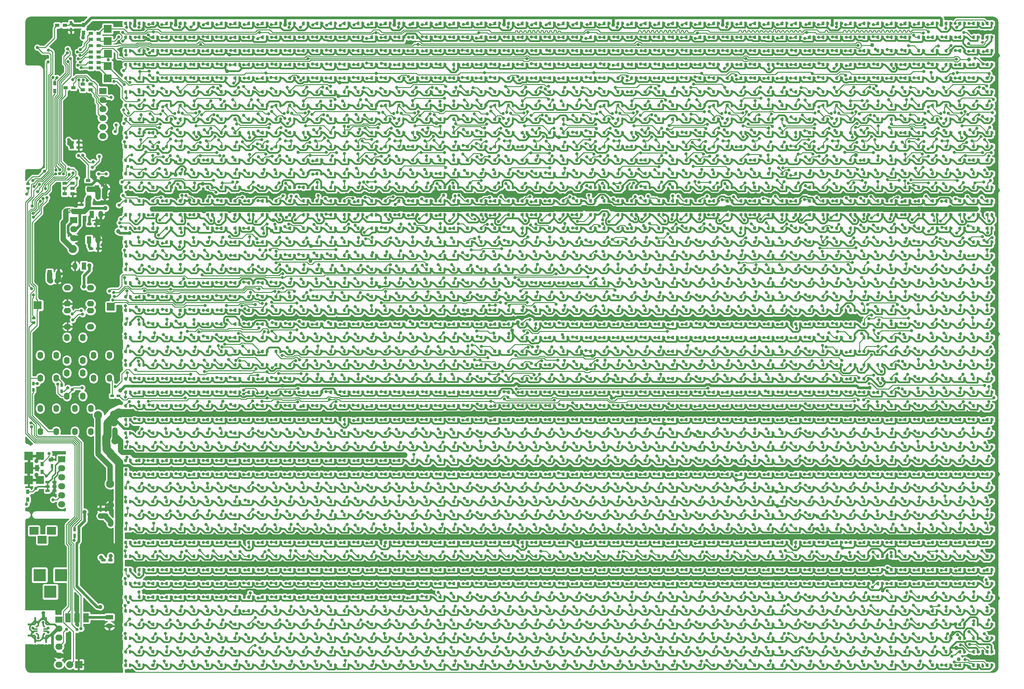
<source format=gbl>
G04 #@! TF.GenerationSoftware,KiCad,Pcbnew,no-vcs-found-7399~56~ubuntu14.04.1*
G04 #@! TF.CreationDate,2016-12-16T11:11:07+09:00*
G04 #@! TF.ProjectId,dotmatrix_64x48,646F746D61747269785F36347834382E,rev?*
G04 #@! TF.FileFunction,Copper,L2,Bot,Signal*
G04 #@! TF.FilePolarity,Positive*
%FSLAX46Y46*%
G04 Gerber Fmt 4.6, Leading zero omitted, Abs format (unit mm)*
G04 Created by KiCad (PCBNEW no-vcs-found-7399~56~ubuntu14.04.1) date Fri Dec 16 11:11:07 2016*
%MOMM*%
%LPD*%
G01*
G04 APERTURE LIST*
%ADD10C,0.100000*%
%ADD11R,2.235200X2.235200*%
%ADD12R,1.200000X0.900000*%
%ADD13C,0.800000*%
%ADD14R,0.900000X1.200000*%
%ADD15R,0.750000X1.200000*%
%ADD16O,2.032000X1.727200*%
%ADD17R,2.032000X1.727200*%
%ADD18R,1.200000X0.750000*%
%ADD19C,2.000000*%
%ADD20O,1.800000X2.000000*%
%ADD21O,1.500000X2.000000*%
%ADD22O,2.000000X1.500000*%
%ADD23R,0.800000X0.700000*%
%ADD24R,1.100000X0.500000*%
%ADD25O,2.000000X1.600000*%
%ADD26O,1.600000X2.000000*%
%ADD27R,0.700000X0.800000*%
%ADD28R,0.500000X1.100000*%
%ADD29R,2.400000X3.200000*%
%ADD30R,2.200000X2.200000*%
%ADD31R,2.400000X2.400000*%
%ADD32C,1.200000*%
%ADD33R,2.500000X2.200000*%
%ADD34O,2.000000X1.300000*%
%ADD35R,2.000000X1.300000*%
%ADD36C,1.400000*%
%ADD37R,2.500000X2.500000*%
%ADD38C,1.000000*%
%ADD39C,6.500000*%
%ADD40R,3.500120X3.500120*%
%ADD41R,1.250000X1.500000*%
%ADD42O,1.300000X2.000000*%
%ADD43R,1.300000X2.000000*%
%ADD44R,0.700000X1.000000*%
%ADD45R,1.000000X0.700000*%
%ADD46R,1.100000X0.300000*%
%ADD47R,0.600000X0.300000*%
%ADD48R,0.400000X1.300000*%
%ADD49R,0.500000X0.900000*%
%ADD50R,2.000000X2.000000*%
%ADD51R,0.500000X0.350000*%
%ADD52R,0.500000X2.000000*%
%ADD53R,2.000000X0.500000*%
%ADD54R,1.524000X2.500000*%
%ADD55R,3.800000X3.900000*%
%ADD56C,1.100000*%
%ADD57C,0.900000*%
%ADD58C,2.300000*%
%ADD59C,0.250000*%
%ADD60C,0.800000*%
%ADD61C,2.300000*%
%ADD62C,0.400000*%
%ADD63C,0.500000*%
%ADD64C,1.500000*%
%ADD65C,0.254000*%
G04 APERTURE END LIST*
D10*
D11*
X35800000Y-23000000D03*
D12*
X25850000Y-59500000D03*
X23650000Y-59500000D03*
D13*
X38850000Y-32850000D03*
X38850000Y-36550000D03*
X39100000Y-40100000D03*
X35860000Y-59240000D03*
X31210000Y-57570000D03*
X29260000Y-57560000D03*
X34660000Y-58300000D03*
X38280000Y-60310000D03*
X36990000Y-57460000D03*
D12*
X25850000Y-61000000D03*
X23650000Y-61000000D03*
D13*
X36160000Y-36550000D03*
X30520000Y-97160000D03*
X18090000Y-117030000D03*
D14*
X17250000Y-140875000D03*
X17250000Y-138675000D03*
D13*
X13060000Y-132310000D03*
X35750000Y-117810000D03*
X20130000Y-147200000D03*
X18920000Y-151510000D03*
X37500000Y-112930000D03*
X29860000Y-150580000D03*
X17640000Y-157880000D03*
X23020000Y-156540000D03*
X23570000Y-154620000D03*
X19650000Y-128340000D03*
X23540000Y-151600000D03*
X13080000Y-151400000D03*
X23470000Y-135510000D03*
X23675000Y-165625000D03*
X36800000Y-56400000D03*
X33975000Y-59375000D03*
X30100000Y-44300000D03*
X29700000Y-40975000D03*
X28975000Y-36900000D03*
X32000000Y-29150000D03*
X17250000Y-80000000D03*
X23625000Y-167275000D03*
X32000000Y-37600000D03*
X30750000Y-34600000D03*
X33650000Y-28800000D03*
X33600000Y-31700000D03*
X28350000Y-28050000D03*
X25050000Y-33900000D03*
X27200000Y-34050000D03*
X34700000Y-49450000D03*
X35450000Y-47800000D03*
D15*
X20100000Y-137350000D03*
X20100000Y-139250000D03*
D16*
X22825000Y-150000000D03*
X22825000Y-147460000D03*
X22825000Y-144920000D03*
X22825000Y-142380000D03*
X22825000Y-139840000D03*
D17*
X22825000Y-137300000D03*
D18*
X20750000Y-145000000D03*
X18850000Y-145000000D03*
D13*
X36350000Y-34050000D03*
X16600000Y-91700000D03*
X286200000Y-23600000D03*
D16*
X34350000Y-46200000D03*
X34350000Y-43660000D03*
X34350000Y-41120000D03*
X34350000Y-38580000D03*
X34350000Y-36040000D03*
D17*
X34350000Y-33500000D03*
D18*
X20750000Y-143800000D03*
X18850000Y-143800000D03*
D19*
X37475000Y-124590000D03*
D20*
X37800000Y-132205000D03*
D19*
X37500000Y-127125000D03*
D13*
X37425000Y-122200000D03*
X38300000Y-121625000D03*
X38825000Y-120800000D03*
X27100000Y-46675000D03*
X38800000Y-28100000D03*
X27425000Y-43425000D03*
X23725000Y-36300000D03*
X23900000Y-46175000D03*
X32450000Y-176700000D03*
X28225000Y-162275000D03*
X30475000Y-127250000D03*
X20450000Y-160475000D03*
X20450000Y-159525000D03*
X35025000Y-116050000D03*
X33530000Y-120130000D03*
X36125000Y-151600000D03*
X36125000Y-151600000D03*
X36875000Y-152050000D03*
X36900000Y-152950000D03*
X29375000Y-129075000D03*
X30625000Y-125000000D03*
X30700000Y-119725000D03*
X39300000Y-121475000D03*
X32150000Y-150050000D03*
X32025000Y-154075000D03*
X36500000Y-161075000D03*
X35625000Y-161075000D03*
X35825000Y-160150000D03*
X34875000Y-160200000D03*
D21*
X36575000Y-155325000D03*
D22*
X36575000Y-150245000D03*
D13*
X29500000Y-47625000D03*
X28725000Y-47100000D03*
X28750000Y-48050000D03*
X28250000Y-46250000D03*
X32075000Y-15175000D03*
X14990000Y-101810000D03*
X15000000Y-105100000D03*
X15090000Y-113450000D03*
X18875000Y-23925000D03*
X18025000Y-66500000D03*
X29175000Y-69125000D03*
X21700000Y-94925000D03*
X27325000Y-12925000D03*
X31650000Y-197050000D03*
X34450000Y-143425000D03*
X233875000Y-166950000D03*
X19925000Y-190225000D03*
X20500000Y-83250000D03*
X21175000Y-22550000D03*
X38000000Y-63375000D03*
X25650000Y-63825000D03*
X24625000Y-65600000D03*
X20050000Y-20950000D03*
D23*
X14930000Y-98910000D03*
D24*
X14930000Y-98710000D03*
X14930000Y-97610000D03*
D23*
X14930000Y-97410000D03*
D13*
X27050000Y-188100000D03*
X27950000Y-191850000D03*
X24800000Y-193275000D03*
X19450000Y-114875000D03*
X20875000Y-92450000D03*
X36250000Y-77475000D03*
X22750000Y-110500000D03*
X26850000Y-64600000D03*
X16675000Y-72625000D03*
X18575000Y-68950000D03*
X23700000Y-41300000D03*
X26600000Y-41350000D03*
X26550000Y-38500000D03*
X23650000Y-38500000D03*
X13000000Y-20450000D03*
X13050000Y-25700000D03*
X12925000Y-58000000D03*
X16600000Y-55900000D03*
X12950000Y-55950000D03*
X19720000Y-62730000D03*
X15510000Y-81770000D03*
X15460000Y-75880000D03*
X15420000Y-78900000D03*
X16875000Y-99450000D03*
X19400000Y-108350000D03*
X18200000Y-113500000D03*
X15510000Y-84610000D03*
X20640000Y-60340000D03*
X15475000Y-71050000D03*
X33800000Y-193300000D03*
X285400000Y-13300000D03*
X15100000Y-160400000D03*
X18400000Y-165000000D03*
X29400000Y-138200000D03*
X34100000Y-110900000D03*
X34100000Y-100300000D03*
X17300000Y-177900000D03*
X37800000Y-109700000D03*
X21525000Y-124800000D03*
X14500000Y-155500000D03*
X21000000Y-179500000D03*
X18000000Y-179500000D03*
X15970000Y-124960000D03*
X24425000Y-122900000D03*
X37000000Y-101000000D03*
X20125000Y-112800000D03*
X24375000Y-107500000D03*
X30225000Y-111125000D03*
X28600000Y-115300000D03*
X29850000Y-117700000D03*
D25*
X30900000Y-89000000D03*
X30900000Y-93500000D03*
X24400000Y-93500000D03*
X24400000Y-89000000D03*
D26*
X21250000Y-123000000D03*
X16750000Y-123000000D03*
X16750000Y-129500000D03*
X21250000Y-129500000D03*
X21250000Y-108000000D03*
X16750000Y-108000000D03*
X16750000Y-114500000D03*
X21250000Y-114500000D03*
X28751641Y-113009083D03*
X24251641Y-113009083D03*
X24251641Y-119509083D03*
X28751641Y-119509083D03*
X28751641Y-103009083D03*
X24251641Y-103009083D03*
X24251641Y-109509083D03*
X28751641Y-109509083D03*
X36250000Y-108000000D03*
X31750000Y-108000000D03*
X31750000Y-114500000D03*
X36250000Y-114500000D03*
D25*
X30910000Y-95450000D03*
X30910000Y-99950000D03*
X24410000Y-99950000D03*
X24410000Y-95450000D03*
D26*
X31000000Y-123009083D03*
X26500000Y-123009083D03*
X26500000Y-129509083D03*
X31000000Y-129509083D03*
D13*
X18900000Y-101350000D03*
X18200000Y-105725000D03*
X29400000Y-141400000D03*
X34675000Y-140025000D03*
X31275000Y-136925000D03*
X26400000Y-23600000D03*
X29150000Y-80400000D03*
X30440000Y-152860000D03*
X24325000Y-104925000D03*
X39200000Y-174350000D03*
X37000000Y-162900000D03*
X36000000Y-162900000D03*
X36000000Y-161950000D03*
X37000000Y-162000000D03*
X13000000Y-170300000D03*
X29550000Y-161800000D03*
X29000000Y-160450000D03*
X30950000Y-161900000D03*
X22450000Y-172700000D03*
X19850000Y-169650000D03*
X37850000Y-169500000D03*
X39250000Y-168750000D03*
D18*
X36500000Y-165800000D03*
X34600000Y-165800000D03*
D13*
X199400000Y-170650000D03*
X199950000Y-159250000D03*
X191600000Y-170750000D03*
X191600000Y-166600000D03*
X191950000Y-159300000D03*
X191700000Y-140050000D03*
D23*
X13350000Y-59550000D03*
D24*
X13350000Y-59750000D03*
X13350000Y-60850000D03*
D23*
X13350000Y-61050000D03*
D27*
X40700000Y-195450000D03*
D28*
X40900000Y-195450000D03*
X42000000Y-195450000D03*
D27*
X42200000Y-195450000D03*
X44550000Y-195450000D03*
D28*
X44750000Y-195450000D03*
X45850000Y-195450000D03*
D27*
X46050000Y-195450000D03*
X48400000Y-195450000D03*
D28*
X48600000Y-195450000D03*
X49700000Y-195450000D03*
D27*
X49900000Y-195450000D03*
X52250000Y-195450000D03*
D28*
X52450000Y-195450000D03*
X53550000Y-195450000D03*
D27*
X53750000Y-195450000D03*
X56100000Y-195450000D03*
D28*
X56300000Y-195450000D03*
X57400000Y-195450000D03*
D27*
X57600000Y-195450000D03*
X59950000Y-195450000D03*
D28*
X60150000Y-195450000D03*
X61250000Y-195450000D03*
D27*
X61450000Y-195450000D03*
X63800000Y-195450000D03*
D28*
X64000000Y-195450000D03*
X65100000Y-195450000D03*
D27*
X65300000Y-195450000D03*
X67650000Y-195450000D03*
D28*
X67850000Y-195450000D03*
X68950000Y-195450000D03*
D27*
X69150000Y-195450000D03*
X71500000Y-195450000D03*
D28*
X71700000Y-195450000D03*
X72800000Y-195450000D03*
D27*
X73000000Y-195450000D03*
X75350000Y-195450000D03*
D28*
X75550000Y-195450000D03*
X76650000Y-195450000D03*
D27*
X76850000Y-195450000D03*
X79200000Y-195450000D03*
D28*
X79400000Y-195450000D03*
X80500000Y-195450000D03*
D27*
X80700000Y-195450000D03*
X83050000Y-195450000D03*
D28*
X83250000Y-195450000D03*
X84350000Y-195450000D03*
D27*
X84550000Y-195450000D03*
X86900000Y-195450000D03*
D28*
X87100000Y-195450000D03*
X88200000Y-195450000D03*
D27*
X88400000Y-195450000D03*
X90750000Y-195450000D03*
D28*
X90950000Y-195450000D03*
X92050000Y-195450000D03*
D27*
X92250000Y-195450000D03*
X94600000Y-195450000D03*
D28*
X94800000Y-195450000D03*
X95900000Y-195450000D03*
D27*
X96100000Y-195450000D03*
X98450000Y-195450000D03*
D28*
X98650000Y-195450000D03*
X99750000Y-195450000D03*
D27*
X99950000Y-195450000D03*
X102300000Y-195450000D03*
D28*
X102500000Y-195450000D03*
X103600000Y-195450000D03*
D27*
X103800000Y-195450000D03*
X106150000Y-195450000D03*
D28*
X106350000Y-195450000D03*
X107450000Y-195450000D03*
D27*
X107650000Y-195450000D03*
X110000000Y-195450000D03*
D28*
X110200000Y-195450000D03*
X111300000Y-195450000D03*
D27*
X111500000Y-195450000D03*
X113850000Y-195450000D03*
D28*
X114050000Y-195450000D03*
X115150000Y-195450000D03*
D27*
X115350000Y-195450000D03*
X117700000Y-195450000D03*
D28*
X117900000Y-195450000D03*
X119000000Y-195450000D03*
D27*
X119200000Y-195450000D03*
X121550000Y-195450000D03*
D28*
X121750000Y-195450000D03*
X122850000Y-195450000D03*
D27*
X123050000Y-195450000D03*
X125400000Y-195450000D03*
D28*
X125600000Y-195450000D03*
X126700000Y-195450000D03*
D27*
X126900000Y-195450000D03*
X129250000Y-195450000D03*
D28*
X129450000Y-195450000D03*
X130550000Y-195450000D03*
D27*
X130750000Y-195450000D03*
X133100000Y-195450000D03*
D28*
X133300000Y-195450000D03*
X134400000Y-195450000D03*
D27*
X134600000Y-195450000D03*
X136950000Y-195450000D03*
D28*
X137150000Y-195450000D03*
X138250000Y-195450000D03*
D27*
X138450000Y-195450000D03*
X140800000Y-195450000D03*
D28*
X141000000Y-195450000D03*
X142100000Y-195450000D03*
D27*
X142300000Y-195450000D03*
X144650000Y-195450000D03*
D28*
X144850000Y-195450000D03*
X145950000Y-195450000D03*
D27*
X146150000Y-195450000D03*
X148500000Y-195450000D03*
D28*
X148700000Y-195450000D03*
X149800000Y-195450000D03*
D27*
X150000000Y-195450000D03*
X152350000Y-195450000D03*
D28*
X152550000Y-195450000D03*
X153650000Y-195450000D03*
D27*
X153850000Y-195450000D03*
X156200000Y-195450000D03*
D28*
X156400000Y-195450000D03*
X157500000Y-195450000D03*
D27*
X157700000Y-195450000D03*
X160050000Y-195450000D03*
D28*
X160250000Y-195450000D03*
X161350000Y-195450000D03*
D27*
X161550000Y-195450000D03*
X163900000Y-195450000D03*
D28*
X164100000Y-195450000D03*
X165200000Y-195450000D03*
D27*
X165400000Y-195450000D03*
X167750000Y-195450000D03*
D28*
X167950000Y-195450000D03*
X169050000Y-195450000D03*
D27*
X169250000Y-195450000D03*
X171600000Y-195450000D03*
D28*
X171800000Y-195450000D03*
X172900000Y-195450000D03*
D27*
X173100000Y-195450000D03*
X175450000Y-195450000D03*
D28*
X175650000Y-195450000D03*
X176750000Y-195450000D03*
D27*
X176950000Y-195450000D03*
X179300000Y-195450000D03*
D28*
X179500000Y-195450000D03*
X180600000Y-195450000D03*
D27*
X180800000Y-195450000D03*
X183150000Y-195450000D03*
D28*
X183350000Y-195450000D03*
X184450000Y-195450000D03*
D27*
X184650000Y-195450000D03*
X187000000Y-195450000D03*
D28*
X187200000Y-195450000D03*
X188300000Y-195450000D03*
D27*
X188500000Y-195450000D03*
X190850000Y-195450000D03*
D28*
X191050000Y-195450000D03*
X192150000Y-195450000D03*
D27*
X192350000Y-195450000D03*
X194700000Y-195450000D03*
D28*
X194900000Y-195450000D03*
X196000000Y-195450000D03*
D27*
X196200000Y-195450000D03*
X198550000Y-195450000D03*
D28*
X198750000Y-195450000D03*
X199850000Y-195450000D03*
D27*
X200050000Y-195450000D03*
X202400000Y-195450000D03*
D28*
X202600000Y-195450000D03*
X203700000Y-195450000D03*
D27*
X203900000Y-195450000D03*
X206250000Y-195450000D03*
D28*
X206450000Y-195450000D03*
X207550000Y-195450000D03*
D27*
X207750000Y-195450000D03*
X210100000Y-195450000D03*
D28*
X210300000Y-195450000D03*
X211400000Y-195450000D03*
D27*
X211600000Y-195450000D03*
X213950000Y-195450000D03*
D28*
X214150000Y-195450000D03*
X215250000Y-195450000D03*
D27*
X215450000Y-195450000D03*
X217800000Y-195450000D03*
D28*
X218000000Y-195450000D03*
X219100000Y-195450000D03*
D27*
X219300000Y-195450000D03*
X221650000Y-195450000D03*
D28*
X221850000Y-195450000D03*
X222950000Y-195450000D03*
D27*
X223150000Y-195450000D03*
X225500000Y-195450000D03*
D28*
X225700000Y-195450000D03*
X226800000Y-195450000D03*
D27*
X227000000Y-195450000D03*
X229350000Y-195450000D03*
D28*
X229550000Y-195450000D03*
X230650000Y-195450000D03*
D27*
X230850000Y-195450000D03*
X233200000Y-195450000D03*
D28*
X233400000Y-195450000D03*
X234500000Y-195450000D03*
D27*
X234700000Y-195450000D03*
X237050000Y-195450000D03*
D28*
X237250000Y-195450000D03*
X238350000Y-195450000D03*
D27*
X238550000Y-195450000D03*
X240900000Y-195450000D03*
D28*
X241100000Y-195450000D03*
X242200000Y-195450000D03*
D27*
X242400000Y-195450000D03*
X244750000Y-195450000D03*
D28*
X244950000Y-195450000D03*
X246050000Y-195450000D03*
D27*
X246250000Y-195450000D03*
X248600000Y-195450000D03*
D28*
X248800000Y-195450000D03*
X249900000Y-195450000D03*
D27*
X250100000Y-195450000D03*
X252450000Y-195450000D03*
D28*
X252650000Y-195450000D03*
X253750000Y-195450000D03*
D27*
X253950000Y-195450000D03*
X256300000Y-195450000D03*
D28*
X256500000Y-195450000D03*
X257600000Y-195450000D03*
D27*
X257800000Y-195450000D03*
X260150000Y-195450000D03*
D28*
X260350000Y-195450000D03*
X261450000Y-195450000D03*
D27*
X261650000Y-195450000D03*
X264000000Y-195450000D03*
D28*
X264200000Y-195450000D03*
X265300000Y-195450000D03*
D27*
X265500000Y-195450000D03*
X267850000Y-195450000D03*
D28*
X268050000Y-195450000D03*
X269150000Y-195450000D03*
D27*
X269350000Y-195450000D03*
X271700000Y-195450000D03*
D28*
X271900000Y-195450000D03*
X273000000Y-195450000D03*
D27*
X273200000Y-195450000D03*
X275550000Y-195450000D03*
D28*
X275750000Y-195450000D03*
X276850000Y-195450000D03*
D27*
X277050000Y-195450000D03*
X279400000Y-195450000D03*
D28*
X279600000Y-195450000D03*
X280700000Y-195450000D03*
D27*
X280900000Y-195450000D03*
X283250000Y-195450000D03*
D28*
X283450000Y-195450000D03*
X284550000Y-195450000D03*
D27*
X284750000Y-195450000D03*
X40700000Y-191600000D03*
D28*
X40900000Y-191600000D03*
X42000000Y-191600000D03*
D27*
X42200000Y-191600000D03*
X44550000Y-191600000D03*
D28*
X44750000Y-191600000D03*
X45850000Y-191600000D03*
D27*
X46050000Y-191600000D03*
X48400000Y-191600000D03*
D28*
X48600000Y-191600000D03*
X49700000Y-191600000D03*
D27*
X49900000Y-191600000D03*
X52250000Y-191600000D03*
D28*
X52450000Y-191600000D03*
X53550000Y-191600000D03*
D27*
X53750000Y-191600000D03*
X56100000Y-191600000D03*
D28*
X56300000Y-191600000D03*
X57400000Y-191600000D03*
D27*
X57600000Y-191600000D03*
X59950000Y-191600000D03*
D28*
X60150000Y-191600000D03*
X61250000Y-191600000D03*
D27*
X61450000Y-191600000D03*
X63800000Y-191600000D03*
D28*
X64000000Y-191600000D03*
X65100000Y-191600000D03*
D27*
X65300000Y-191600000D03*
X67650000Y-191600000D03*
D28*
X67850000Y-191600000D03*
X68950000Y-191600000D03*
D27*
X69150000Y-191600000D03*
X71500000Y-191600000D03*
D28*
X71700000Y-191600000D03*
X72800000Y-191600000D03*
D27*
X73000000Y-191600000D03*
X75350000Y-191600000D03*
D28*
X75550000Y-191600000D03*
X76650000Y-191600000D03*
D27*
X76850000Y-191600000D03*
X79200000Y-191600000D03*
D28*
X79400000Y-191600000D03*
X80500000Y-191600000D03*
D27*
X80700000Y-191600000D03*
X83050000Y-191600000D03*
D28*
X83250000Y-191600000D03*
X84350000Y-191600000D03*
D27*
X84550000Y-191600000D03*
X86900000Y-191600000D03*
D28*
X87100000Y-191600000D03*
X88200000Y-191600000D03*
D27*
X88400000Y-191600000D03*
X90750000Y-191600000D03*
D28*
X90950000Y-191600000D03*
X92050000Y-191600000D03*
D27*
X92250000Y-191600000D03*
X94600000Y-191600000D03*
D28*
X94800000Y-191600000D03*
X95900000Y-191600000D03*
D27*
X96100000Y-191600000D03*
X98450000Y-191600000D03*
D28*
X98650000Y-191600000D03*
X99750000Y-191600000D03*
D27*
X99950000Y-191600000D03*
X102300000Y-191600000D03*
D28*
X102500000Y-191600000D03*
X103600000Y-191600000D03*
D27*
X103800000Y-191600000D03*
X106150000Y-191600000D03*
D28*
X106350000Y-191600000D03*
X107450000Y-191600000D03*
D27*
X107650000Y-191600000D03*
X110000000Y-191600000D03*
D28*
X110200000Y-191600000D03*
X111300000Y-191600000D03*
D27*
X111500000Y-191600000D03*
X113850000Y-191600000D03*
D28*
X114050000Y-191600000D03*
X115150000Y-191600000D03*
D27*
X115350000Y-191600000D03*
X117700000Y-191600000D03*
D28*
X117900000Y-191600000D03*
X119000000Y-191600000D03*
D27*
X119200000Y-191600000D03*
X121550000Y-191600000D03*
D28*
X121750000Y-191600000D03*
X122850000Y-191600000D03*
D27*
X123050000Y-191600000D03*
X125400000Y-191600000D03*
D28*
X125600000Y-191600000D03*
X126700000Y-191600000D03*
D27*
X126900000Y-191600000D03*
X129250000Y-191600000D03*
D28*
X129450000Y-191600000D03*
X130550000Y-191600000D03*
D27*
X130750000Y-191600000D03*
X133100000Y-191600000D03*
D28*
X133300000Y-191600000D03*
X134400000Y-191600000D03*
D27*
X134600000Y-191600000D03*
X136950000Y-191600000D03*
D28*
X137150000Y-191600000D03*
X138250000Y-191600000D03*
D27*
X138450000Y-191600000D03*
X140800000Y-191600000D03*
D28*
X141000000Y-191600000D03*
X142100000Y-191600000D03*
D27*
X142300000Y-191600000D03*
X144650000Y-191600000D03*
D28*
X144850000Y-191600000D03*
X145950000Y-191600000D03*
D27*
X146150000Y-191600000D03*
X148500000Y-191600000D03*
D28*
X148700000Y-191600000D03*
X149800000Y-191600000D03*
D27*
X150000000Y-191600000D03*
X152350000Y-191600000D03*
D28*
X152550000Y-191600000D03*
X153650000Y-191600000D03*
D27*
X153850000Y-191600000D03*
X156200000Y-191600000D03*
D28*
X156400000Y-191600000D03*
X157500000Y-191600000D03*
D27*
X157700000Y-191600000D03*
X160050000Y-191600000D03*
D28*
X160250000Y-191600000D03*
X161350000Y-191600000D03*
D27*
X161550000Y-191600000D03*
X163900000Y-191600000D03*
D28*
X164100000Y-191600000D03*
X165200000Y-191600000D03*
D27*
X165400000Y-191600000D03*
X167750000Y-191600000D03*
D28*
X167950000Y-191600000D03*
X169050000Y-191600000D03*
D27*
X169250000Y-191600000D03*
X171600000Y-191600000D03*
D28*
X171800000Y-191600000D03*
X172900000Y-191600000D03*
D27*
X173100000Y-191600000D03*
X175450000Y-191600000D03*
D28*
X175650000Y-191600000D03*
X176750000Y-191600000D03*
D27*
X176950000Y-191600000D03*
X179300000Y-191600000D03*
D28*
X179500000Y-191600000D03*
X180600000Y-191600000D03*
D27*
X180800000Y-191600000D03*
X183150000Y-191600000D03*
D28*
X183350000Y-191600000D03*
X184450000Y-191600000D03*
D27*
X184650000Y-191600000D03*
X187000000Y-191600000D03*
D28*
X187200000Y-191600000D03*
X188300000Y-191600000D03*
D27*
X188500000Y-191600000D03*
X190850000Y-191600000D03*
D28*
X191050000Y-191600000D03*
X192150000Y-191600000D03*
D27*
X192350000Y-191600000D03*
X194700000Y-191600000D03*
D28*
X194900000Y-191600000D03*
X196000000Y-191600000D03*
D27*
X196200000Y-191600000D03*
X198550000Y-191600000D03*
D28*
X198750000Y-191600000D03*
X199850000Y-191600000D03*
D27*
X200050000Y-191600000D03*
X202400000Y-191600000D03*
D28*
X202600000Y-191600000D03*
X203700000Y-191600000D03*
D27*
X203900000Y-191600000D03*
X206250000Y-191600000D03*
D28*
X206450000Y-191600000D03*
X207550000Y-191600000D03*
D27*
X207750000Y-191600000D03*
X210100000Y-191600000D03*
D28*
X210300000Y-191600000D03*
X211400000Y-191600000D03*
D27*
X211600000Y-191600000D03*
X213950000Y-191600000D03*
D28*
X214150000Y-191600000D03*
X215250000Y-191600000D03*
D27*
X215450000Y-191600000D03*
X217800000Y-191600000D03*
D28*
X218000000Y-191600000D03*
X219100000Y-191600000D03*
D27*
X219300000Y-191600000D03*
X221650000Y-191600000D03*
D28*
X221850000Y-191600000D03*
X222950000Y-191600000D03*
D27*
X223150000Y-191600000D03*
X225500000Y-191600000D03*
D28*
X225700000Y-191600000D03*
X226800000Y-191600000D03*
D27*
X227000000Y-191600000D03*
X229350000Y-191600000D03*
D28*
X229550000Y-191600000D03*
X230650000Y-191600000D03*
D27*
X230850000Y-191600000D03*
X233200000Y-191600000D03*
D28*
X233400000Y-191600000D03*
X234500000Y-191600000D03*
D27*
X234700000Y-191600000D03*
X237050000Y-191600000D03*
D28*
X237250000Y-191600000D03*
X238350000Y-191600000D03*
D27*
X238550000Y-191600000D03*
X240900000Y-191600000D03*
D28*
X241100000Y-191600000D03*
X242200000Y-191600000D03*
D27*
X242400000Y-191600000D03*
X244750000Y-191600000D03*
D28*
X244950000Y-191600000D03*
X246050000Y-191600000D03*
D27*
X246250000Y-191600000D03*
X248600000Y-191600000D03*
D28*
X248800000Y-191600000D03*
X249900000Y-191600000D03*
D27*
X250100000Y-191600000D03*
X252450000Y-191600000D03*
D28*
X252650000Y-191600000D03*
X253750000Y-191600000D03*
D27*
X253950000Y-191600000D03*
X256300000Y-191600000D03*
D28*
X256500000Y-191600000D03*
X257600000Y-191600000D03*
D27*
X257800000Y-191600000D03*
X260150000Y-191600000D03*
D28*
X260350000Y-191600000D03*
X261450000Y-191600000D03*
D27*
X261650000Y-191600000D03*
X264000000Y-191600000D03*
D28*
X264200000Y-191600000D03*
X265300000Y-191600000D03*
D27*
X265500000Y-191600000D03*
X267850000Y-191600000D03*
D28*
X268050000Y-191600000D03*
X269150000Y-191600000D03*
D27*
X269350000Y-191600000D03*
X271700000Y-191600000D03*
D28*
X271900000Y-191600000D03*
X273000000Y-191600000D03*
D27*
X273200000Y-191600000D03*
X275550000Y-191600000D03*
D28*
X275750000Y-191600000D03*
X276850000Y-191600000D03*
D27*
X277050000Y-191600000D03*
X279400000Y-191600000D03*
D28*
X279600000Y-191600000D03*
X280700000Y-191600000D03*
D27*
X280900000Y-191600000D03*
X283250000Y-191600000D03*
D28*
X283450000Y-191600000D03*
X284550000Y-191600000D03*
D27*
X284750000Y-191600000D03*
X40700000Y-187750000D03*
D28*
X40900000Y-187750000D03*
X42000000Y-187750000D03*
D27*
X42200000Y-187750000D03*
X44550000Y-187750000D03*
D28*
X44750000Y-187750000D03*
X45850000Y-187750000D03*
D27*
X46050000Y-187750000D03*
X48400000Y-187750000D03*
D28*
X48600000Y-187750000D03*
X49700000Y-187750000D03*
D27*
X49900000Y-187750000D03*
X52250000Y-187750000D03*
D28*
X52450000Y-187750000D03*
X53550000Y-187750000D03*
D27*
X53750000Y-187750000D03*
X56100000Y-187750000D03*
D28*
X56300000Y-187750000D03*
X57400000Y-187750000D03*
D27*
X57600000Y-187750000D03*
X59950000Y-187750000D03*
D28*
X60150000Y-187750000D03*
X61250000Y-187750000D03*
D27*
X61450000Y-187750000D03*
X63800000Y-187750000D03*
D28*
X64000000Y-187750000D03*
X65100000Y-187750000D03*
D27*
X65300000Y-187750000D03*
X67650000Y-187750000D03*
D28*
X67850000Y-187750000D03*
X68950000Y-187750000D03*
D27*
X69150000Y-187750000D03*
X71500000Y-187750000D03*
D28*
X71700000Y-187750000D03*
X72800000Y-187750000D03*
D27*
X73000000Y-187750000D03*
X75350000Y-187750000D03*
D28*
X75550000Y-187750000D03*
X76650000Y-187750000D03*
D27*
X76850000Y-187750000D03*
X79200000Y-187750000D03*
D28*
X79400000Y-187750000D03*
X80500000Y-187750000D03*
D27*
X80700000Y-187750000D03*
X83050000Y-187750000D03*
D28*
X83250000Y-187750000D03*
X84350000Y-187750000D03*
D27*
X84550000Y-187750000D03*
X86900000Y-187750000D03*
D28*
X87100000Y-187750000D03*
X88200000Y-187750000D03*
D27*
X88400000Y-187750000D03*
X90750000Y-187750000D03*
D28*
X90950000Y-187750000D03*
X92050000Y-187750000D03*
D27*
X92250000Y-187750000D03*
X94600000Y-187750000D03*
D28*
X94800000Y-187750000D03*
X95900000Y-187750000D03*
D27*
X96100000Y-187750000D03*
X98450000Y-187750000D03*
D28*
X98650000Y-187750000D03*
X99750000Y-187750000D03*
D27*
X99950000Y-187750000D03*
X102300000Y-187750000D03*
D28*
X102500000Y-187750000D03*
X103600000Y-187750000D03*
D27*
X103800000Y-187750000D03*
X106150000Y-187750000D03*
D28*
X106350000Y-187750000D03*
X107450000Y-187750000D03*
D27*
X107650000Y-187750000D03*
X110000000Y-187750000D03*
D28*
X110200000Y-187750000D03*
X111300000Y-187750000D03*
D27*
X111500000Y-187750000D03*
X113850000Y-187750000D03*
D28*
X114050000Y-187750000D03*
X115150000Y-187750000D03*
D27*
X115350000Y-187750000D03*
X117700000Y-187750000D03*
D28*
X117900000Y-187750000D03*
X119000000Y-187750000D03*
D27*
X119200000Y-187750000D03*
X121550000Y-187750000D03*
D28*
X121750000Y-187750000D03*
X122850000Y-187750000D03*
D27*
X123050000Y-187750000D03*
X125400000Y-187750000D03*
D28*
X125600000Y-187750000D03*
X126700000Y-187750000D03*
D27*
X126900000Y-187750000D03*
X129250000Y-187750000D03*
D28*
X129450000Y-187750000D03*
X130550000Y-187750000D03*
D27*
X130750000Y-187750000D03*
X133100000Y-187750000D03*
D28*
X133300000Y-187750000D03*
X134400000Y-187750000D03*
D27*
X134600000Y-187750000D03*
X136950000Y-187750000D03*
D28*
X137150000Y-187750000D03*
X138250000Y-187750000D03*
D27*
X138450000Y-187750000D03*
X140800000Y-187750000D03*
D28*
X141000000Y-187750000D03*
X142100000Y-187750000D03*
D27*
X142300000Y-187750000D03*
X144650000Y-187750000D03*
D28*
X144850000Y-187750000D03*
X145950000Y-187750000D03*
D27*
X146150000Y-187750000D03*
X148500000Y-187750000D03*
D28*
X148700000Y-187750000D03*
X149800000Y-187750000D03*
D27*
X150000000Y-187750000D03*
X152350000Y-187750000D03*
D28*
X152550000Y-187750000D03*
X153650000Y-187750000D03*
D27*
X153850000Y-187750000D03*
X156200000Y-187750000D03*
D28*
X156400000Y-187750000D03*
X157500000Y-187750000D03*
D27*
X157700000Y-187750000D03*
X160050000Y-187750000D03*
D28*
X160250000Y-187750000D03*
X161350000Y-187750000D03*
D27*
X161550000Y-187750000D03*
X163900000Y-187750000D03*
D28*
X164100000Y-187750000D03*
X165200000Y-187750000D03*
D27*
X165400000Y-187750000D03*
X167750000Y-187750000D03*
D28*
X167950000Y-187750000D03*
X169050000Y-187750000D03*
D27*
X169250000Y-187750000D03*
X171600000Y-187750000D03*
D28*
X171800000Y-187750000D03*
X172900000Y-187750000D03*
D27*
X173100000Y-187750000D03*
X175450000Y-187750000D03*
D28*
X175650000Y-187750000D03*
X176750000Y-187750000D03*
D27*
X176950000Y-187750000D03*
X179300000Y-187750000D03*
D28*
X179500000Y-187750000D03*
X180600000Y-187750000D03*
D27*
X180800000Y-187750000D03*
X183150000Y-187750000D03*
D28*
X183350000Y-187750000D03*
X184450000Y-187750000D03*
D27*
X184650000Y-187750000D03*
X187000000Y-187750000D03*
D28*
X187200000Y-187750000D03*
X188300000Y-187750000D03*
D27*
X188500000Y-187750000D03*
X190850000Y-187750000D03*
D28*
X191050000Y-187750000D03*
X192150000Y-187750000D03*
D27*
X192350000Y-187750000D03*
X194700000Y-187750000D03*
D28*
X194900000Y-187750000D03*
X196000000Y-187750000D03*
D27*
X196200000Y-187750000D03*
X198550000Y-187750000D03*
D28*
X198750000Y-187750000D03*
X199850000Y-187750000D03*
D27*
X200050000Y-187750000D03*
X202400000Y-187750000D03*
D28*
X202600000Y-187750000D03*
X203700000Y-187750000D03*
D27*
X203900000Y-187750000D03*
X206250000Y-187750000D03*
D28*
X206450000Y-187750000D03*
X207550000Y-187750000D03*
D27*
X207750000Y-187750000D03*
X210100000Y-187750000D03*
D28*
X210300000Y-187750000D03*
X211400000Y-187750000D03*
D27*
X211600000Y-187750000D03*
X213950000Y-187750000D03*
D28*
X214150000Y-187750000D03*
X215250000Y-187750000D03*
D27*
X215450000Y-187750000D03*
X217800000Y-187750000D03*
D28*
X218000000Y-187750000D03*
X219100000Y-187750000D03*
D27*
X219300000Y-187750000D03*
X221650000Y-187750000D03*
D28*
X221850000Y-187750000D03*
X222950000Y-187750000D03*
D27*
X223150000Y-187750000D03*
X225500000Y-187750000D03*
D28*
X225700000Y-187750000D03*
X226800000Y-187750000D03*
D27*
X227000000Y-187750000D03*
X229350000Y-187750000D03*
D28*
X229550000Y-187750000D03*
X230650000Y-187750000D03*
D27*
X230850000Y-187750000D03*
X233200000Y-187750000D03*
D28*
X233400000Y-187750000D03*
X234500000Y-187750000D03*
D27*
X234700000Y-187750000D03*
X237050000Y-187750000D03*
D28*
X237250000Y-187750000D03*
X238350000Y-187750000D03*
D27*
X238550000Y-187750000D03*
X240900000Y-187750000D03*
D28*
X241100000Y-187750000D03*
X242200000Y-187750000D03*
D27*
X242400000Y-187750000D03*
X244750000Y-187750000D03*
D28*
X244950000Y-187750000D03*
X246050000Y-187750000D03*
D27*
X246250000Y-187750000D03*
X248600000Y-187750000D03*
D28*
X248800000Y-187750000D03*
X249900000Y-187750000D03*
D27*
X250100000Y-187750000D03*
X252450000Y-187750000D03*
D28*
X252650000Y-187750000D03*
X253750000Y-187750000D03*
D27*
X253950000Y-187750000D03*
X256300000Y-187750000D03*
D28*
X256500000Y-187750000D03*
X257600000Y-187750000D03*
D27*
X257800000Y-187750000D03*
X260150000Y-187750000D03*
D28*
X260350000Y-187750000D03*
X261450000Y-187750000D03*
D27*
X261650000Y-187750000D03*
X264000000Y-187750000D03*
D28*
X264200000Y-187750000D03*
X265300000Y-187750000D03*
D27*
X265500000Y-187750000D03*
X267850000Y-187750000D03*
D28*
X268050000Y-187750000D03*
X269150000Y-187750000D03*
D27*
X269350000Y-187750000D03*
X271700000Y-187750000D03*
D28*
X271900000Y-187750000D03*
X273000000Y-187750000D03*
D27*
X273200000Y-187750000D03*
X275550000Y-187750000D03*
D28*
X275750000Y-187750000D03*
X276850000Y-187750000D03*
D27*
X277050000Y-187750000D03*
X279400000Y-187750000D03*
D28*
X279600000Y-187750000D03*
X280700000Y-187750000D03*
D27*
X280900000Y-187750000D03*
X283250000Y-187750000D03*
D28*
X283450000Y-187750000D03*
X284550000Y-187750000D03*
D27*
X284750000Y-187750000D03*
X40700000Y-183900000D03*
D28*
X40900000Y-183900000D03*
X42000000Y-183900000D03*
D27*
X42200000Y-183900000D03*
X44550000Y-183900000D03*
D28*
X44750000Y-183900000D03*
X45850000Y-183900000D03*
D27*
X46050000Y-183900000D03*
X48400000Y-183900000D03*
D28*
X48600000Y-183900000D03*
X49700000Y-183900000D03*
D27*
X49900000Y-183900000D03*
X52250000Y-183900000D03*
D28*
X52450000Y-183900000D03*
X53550000Y-183900000D03*
D27*
X53750000Y-183900000D03*
X56100000Y-183900000D03*
D28*
X56300000Y-183900000D03*
X57400000Y-183900000D03*
D27*
X57600000Y-183900000D03*
X59950000Y-183900000D03*
D28*
X60150000Y-183900000D03*
X61250000Y-183900000D03*
D27*
X61450000Y-183900000D03*
X63800000Y-183900000D03*
D28*
X64000000Y-183900000D03*
X65100000Y-183900000D03*
D27*
X65300000Y-183900000D03*
X67650000Y-183900000D03*
D28*
X67850000Y-183900000D03*
X68950000Y-183900000D03*
D27*
X69150000Y-183900000D03*
X71500000Y-183900000D03*
D28*
X71700000Y-183900000D03*
X72800000Y-183900000D03*
D27*
X73000000Y-183900000D03*
X75350000Y-183900000D03*
D28*
X75550000Y-183900000D03*
X76650000Y-183900000D03*
D27*
X76850000Y-183900000D03*
X79200000Y-183900000D03*
D28*
X79400000Y-183900000D03*
X80500000Y-183900000D03*
D27*
X80700000Y-183900000D03*
X83050000Y-183900000D03*
D28*
X83250000Y-183900000D03*
X84350000Y-183900000D03*
D27*
X84550000Y-183900000D03*
X86900000Y-183900000D03*
D28*
X87100000Y-183900000D03*
X88200000Y-183900000D03*
D27*
X88400000Y-183900000D03*
X90750000Y-183900000D03*
D28*
X90950000Y-183900000D03*
X92050000Y-183900000D03*
D27*
X92250000Y-183900000D03*
X94600000Y-183900000D03*
D28*
X94800000Y-183900000D03*
X95900000Y-183900000D03*
D27*
X96100000Y-183900000D03*
X98450000Y-183900000D03*
D28*
X98650000Y-183900000D03*
X99750000Y-183900000D03*
D27*
X99950000Y-183900000D03*
X102300000Y-183900000D03*
D28*
X102500000Y-183900000D03*
X103600000Y-183900000D03*
D27*
X103800000Y-183900000D03*
X106150000Y-183900000D03*
D28*
X106350000Y-183900000D03*
X107450000Y-183900000D03*
D27*
X107650000Y-183900000D03*
X110000000Y-183900000D03*
D28*
X110200000Y-183900000D03*
X111300000Y-183900000D03*
D27*
X111500000Y-183900000D03*
X113850000Y-183900000D03*
D28*
X114050000Y-183900000D03*
X115150000Y-183900000D03*
D27*
X115350000Y-183900000D03*
X117700000Y-183900000D03*
D28*
X117900000Y-183900000D03*
X119000000Y-183900000D03*
D27*
X119200000Y-183900000D03*
X121550000Y-183900000D03*
D28*
X121750000Y-183900000D03*
X122850000Y-183900000D03*
D27*
X123050000Y-183900000D03*
X125400000Y-183900000D03*
D28*
X125600000Y-183900000D03*
X126700000Y-183900000D03*
D27*
X126900000Y-183900000D03*
X129250000Y-183900000D03*
D28*
X129450000Y-183900000D03*
X130550000Y-183900000D03*
D27*
X130750000Y-183900000D03*
X133100000Y-183900000D03*
D28*
X133300000Y-183900000D03*
X134400000Y-183900000D03*
D27*
X134600000Y-183900000D03*
X136950000Y-183900000D03*
D28*
X137150000Y-183900000D03*
X138250000Y-183900000D03*
D27*
X138450000Y-183900000D03*
X140800000Y-183900000D03*
D28*
X141000000Y-183900000D03*
X142100000Y-183900000D03*
D27*
X142300000Y-183900000D03*
X144650000Y-183900000D03*
D28*
X144850000Y-183900000D03*
X145950000Y-183900000D03*
D27*
X146150000Y-183900000D03*
X148500000Y-183900000D03*
D28*
X148700000Y-183900000D03*
X149800000Y-183900000D03*
D27*
X150000000Y-183900000D03*
X152350000Y-183900000D03*
D28*
X152550000Y-183900000D03*
X153650000Y-183900000D03*
D27*
X153850000Y-183900000D03*
X156200000Y-183900000D03*
D28*
X156400000Y-183900000D03*
X157500000Y-183900000D03*
D27*
X157700000Y-183900000D03*
X160050000Y-183900000D03*
D28*
X160250000Y-183900000D03*
X161350000Y-183900000D03*
D27*
X161550000Y-183900000D03*
X163900000Y-183900000D03*
D28*
X164100000Y-183900000D03*
X165200000Y-183900000D03*
D27*
X165400000Y-183900000D03*
X167750000Y-183900000D03*
D28*
X167950000Y-183900000D03*
X169050000Y-183900000D03*
D27*
X169250000Y-183900000D03*
X171600000Y-183900000D03*
D28*
X171800000Y-183900000D03*
X172900000Y-183900000D03*
D27*
X173100000Y-183900000D03*
X175450000Y-183900000D03*
D28*
X175650000Y-183900000D03*
X176750000Y-183900000D03*
D27*
X176950000Y-183900000D03*
X179300000Y-183900000D03*
D28*
X179500000Y-183900000D03*
X180600000Y-183900000D03*
D27*
X180800000Y-183900000D03*
X183150000Y-183900000D03*
D28*
X183350000Y-183900000D03*
X184450000Y-183900000D03*
D27*
X184650000Y-183900000D03*
X187000000Y-183900000D03*
D28*
X187200000Y-183900000D03*
X188300000Y-183900000D03*
D27*
X188500000Y-183900000D03*
X190850000Y-183900000D03*
D28*
X191050000Y-183900000D03*
X192150000Y-183900000D03*
D27*
X192350000Y-183900000D03*
X194700000Y-183900000D03*
D28*
X194900000Y-183900000D03*
X196000000Y-183900000D03*
D27*
X196200000Y-183900000D03*
X198550000Y-183900000D03*
D28*
X198750000Y-183900000D03*
X199850000Y-183900000D03*
D27*
X200050000Y-183900000D03*
X202400000Y-183900000D03*
D28*
X202600000Y-183900000D03*
X203700000Y-183900000D03*
D27*
X203900000Y-183900000D03*
X206250000Y-183900000D03*
D28*
X206450000Y-183900000D03*
X207550000Y-183900000D03*
D27*
X207750000Y-183900000D03*
X210100000Y-183900000D03*
D28*
X210300000Y-183900000D03*
X211400000Y-183900000D03*
D27*
X211600000Y-183900000D03*
X213950000Y-183900000D03*
D28*
X214150000Y-183900000D03*
X215250000Y-183900000D03*
D27*
X215450000Y-183900000D03*
X217800000Y-183900000D03*
D28*
X218000000Y-183900000D03*
X219100000Y-183900000D03*
D27*
X219300000Y-183900000D03*
X221650000Y-183900000D03*
D28*
X221850000Y-183900000D03*
X222950000Y-183900000D03*
D27*
X223150000Y-183900000D03*
X225500000Y-183900000D03*
D28*
X225700000Y-183900000D03*
X226800000Y-183900000D03*
D27*
X227000000Y-183900000D03*
X229350000Y-183900000D03*
D28*
X229550000Y-183900000D03*
X230650000Y-183900000D03*
D27*
X230850000Y-183900000D03*
X233200000Y-183900000D03*
D28*
X233400000Y-183900000D03*
X234500000Y-183900000D03*
D27*
X234700000Y-183900000D03*
X237050000Y-183900000D03*
D28*
X237250000Y-183900000D03*
X238350000Y-183900000D03*
D27*
X238550000Y-183900000D03*
X240900000Y-183900000D03*
D28*
X241100000Y-183900000D03*
X242200000Y-183900000D03*
D27*
X242400000Y-183900000D03*
X244750000Y-183900000D03*
D28*
X244950000Y-183900000D03*
X246050000Y-183900000D03*
D27*
X246250000Y-183900000D03*
X248600000Y-183900000D03*
D28*
X248800000Y-183900000D03*
X249900000Y-183900000D03*
D27*
X250100000Y-183900000D03*
X252450000Y-183900000D03*
D28*
X252650000Y-183900000D03*
X253750000Y-183900000D03*
D27*
X253950000Y-183900000D03*
X256300000Y-183900000D03*
D28*
X256500000Y-183900000D03*
X257600000Y-183900000D03*
D27*
X257800000Y-183900000D03*
X260150000Y-183900000D03*
D28*
X260350000Y-183900000D03*
X261450000Y-183900000D03*
D27*
X261650000Y-183900000D03*
X264000000Y-183900000D03*
D28*
X264200000Y-183900000D03*
X265300000Y-183900000D03*
D27*
X265500000Y-183900000D03*
X267850000Y-183900000D03*
D28*
X268050000Y-183900000D03*
X269150000Y-183900000D03*
D27*
X269350000Y-183900000D03*
X271700000Y-183900000D03*
D28*
X271900000Y-183900000D03*
X273000000Y-183900000D03*
D27*
X273200000Y-183900000D03*
X275550000Y-183900000D03*
D28*
X275750000Y-183900000D03*
X276850000Y-183900000D03*
D27*
X277050000Y-183900000D03*
X279400000Y-183900000D03*
D28*
X279600000Y-183900000D03*
X280700000Y-183900000D03*
D27*
X280900000Y-183900000D03*
X283250000Y-183900000D03*
D28*
X283450000Y-183900000D03*
X284550000Y-183900000D03*
D27*
X284750000Y-183900000D03*
X40700000Y-180050000D03*
D28*
X40900000Y-180050000D03*
X42000000Y-180050000D03*
D27*
X42200000Y-180050000D03*
X44550000Y-180050000D03*
D28*
X44750000Y-180050000D03*
X45850000Y-180050000D03*
D27*
X46050000Y-180050000D03*
X48400000Y-180050000D03*
D28*
X48600000Y-180050000D03*
X49700000Y-180050000D03*
D27*
X49900000Y-180050000D03*
X52250000Y-180050000D03*
D28*
X52450000Y-180050000D03*
X53550000Y-180050000D03*
D27*
X53750000Y-180050000D03*
X56100000Y-180050000D03*
D28*
X56300000Y-180050000D03*
X57400000Y-180050000D03*
D27*
X57600000Y-180050000D03*
X59950000Y-180050000D03*
D28*
X60150000Y-180050000D03*
X61250000Y-180050000D03*
D27*
X61450000Y-180050000D03*
X63800000Y-180050000D03*
D28*
X64000000Y-180050000D03*
X65100000Y-180050000D03*
D27*
X65300000Y-180050000D03*
X67650000Y-180050000D03*
D28*
X67850000Y-180050000D03*
X68950000Y-180050000D03*
D27*
X69150000Y-180050000D03*
X71500000Y-180050000D03*
D28*
X71700000Y-180050000D03*
X72800000Y-180050000D03*
D27*
X73000000Y-180050000D03*
X75350000Y-180050000D03*
D28*
X75550000Y-180050000D03*
X76650000Y-180050000D03*
D27*
X76850000Y-180050000D03*
X79200000Y-180050000D03*
D28*
X79400000Y-180050000D03*
X80500000Y-180050000D03*
D27*
X80700000Y-180050000D03*
X83050000Y-180050000D03*
D28*
X83250000Y-180050000D03*
X84350000Y-180050000D03*
D27*
X84550000Y-180050000D03*
X86900000Y-180050000D03*
D28*
X87100000Y-180050000D03*
X88200000Y-180050000D03*
D27*
X88400000Y-180050000D03*
X90750000Y-180050000D03*
D28*
X90950000Y-180050000D03*
X92050000Y-180050000D03*
D27*
X92250000Y-180050000D03*
X94600000Y-180050000D03*
D28*
X94800000Y-180050000D03*
X95900000Y-180050000D03*
D27*
X96100000Y-180050000D03*
X98450000Y-180050000D03*
D28*
X98650000Y-180050000D03*
X99750000Y-180050000D03*
D27*
X99950000Y-180050000D03*
X102300000Y-180050000D03*
D28*
X102500000Y-180050000D03*
X103600000Y-180050000D03*
D27*
X103800000Y-180050000D03*
X106150000Y-180050000D03*
D28*
X106350000Y-180050000D03*
X107450000Y-180050000D03*
D27*
X107650000Y-180050000D03*
X110000000Y-180050000D03*
D28*
X110200000Y-180050000D03*
X111300000Y-180050000D03*
D27*
X111500000Y-180050000D03*
X113850000Y-180050000D03*
D28*
X114050000Y-180050000D03*
X115150000Y-180050000D03*
D27*
X115350000Y-180050000D03*
X117700000Y-180050000D03*
D28*
X117900000Y-180050000D03*
X119000000Y-180050000D03*
D27*
X119200000Y-180050000D03*
X121550000Y-180050000D03*
D28*
X121750000Y-180050000D03*
X122850000Y-180050000D03*
D27*
X123050000Y-180050000D03*
X125400000Y-180050000D03*
D28*
X125600000Y-180050000D03*
X126700000Y-180050000D03*
D27*
X126900000Y-180050000D03*
X129250000Y-180050000D03*
D28*
X129450000Y-180050000D03*
X130550000Y-180050000D03*
D27*
X130750000Y-180050000D03*
X133100000Y-180050000D03*
D28*
X133300000Y-180050000D03*
X134400000Y-180050000D03*
D27*
X134600000Y-180050000D03*
X136950000Y-180050000D03*
D28*
X137150000Y-180050000D03*
X138250000Y-180050000D03*
D27*
X138450000Y-180050000D03*
X140800000Y-180050000D03*
D28*
X141000000Y-180050000D03*
X142100000Y-180050000D03*
D27*
X142300000Y-180050000D03*
X144650000Y-180050000D03*
D28*
X144850000Y-180050000D03*
X145950000Y-180050000D03*
D27*
X146150000Y-180050000D03*
X148500000Y-180050000D03*
D28*
X148700000Y-180050000D03*
X149800000Y-180050000D03*
D27*
X150000000Y-180050000D03*
X152350000Y-180050000D03*
D28*
X152550000Y-180050000D03*
X153650000Y-180050000D03*
D27*
X153850000Y-180050000D03*
X156200000Y-180050000D03*
D28*
X156400000Y-180050000D03*
X157500000Y-180050000D03*
D27*
X157700000Y-180050000D03*
X160050000Y-180050000D03*
D28*
X160250000Y-180050000D03*
X161350000Y-180050000D03*
D27*
X161550000Y-180050000D03*
X163900000Y-180050000D03*
D28*
X164100000Y-180050000D03*
X165200000Y-180050000D03*
D27*
X165400000Y-180050000D03*
X167750000Y-180050000D03*
D28*
X167950000Y-180050000D03*
X169050000Y-180050000D03*
D27*
X169250000Y-180050000D03*
X171600000Y-180050000D03*
D28*
X171800000Y-180050000D03*
X172900000Y-180050000D03*
D27*
X173100000Y-180050000D03*
X175450000Y-180050000D03*
D28*
X175650000Y-180050000D03*
X176750000Y-180050000D03*
D27*
X176950000Y-180050000D03*
X179300000Y-180050000D03*
D28*
X179500000Y-180050000D03*
X180600000Y-180050000D03*
D27*
X180800000Y-180050000D03*
X183150000Y-180050000D03*
D28*
X183350000Y-180050000D03*
X184450000Y-180050000D03*
D27*
X184650000Y-180050000D03*
X187000000Y-180050000D03*
D28*
X187200000Y-180050000D03*
X188300000Y-180050000D03*
D27*
X188500000Y-180050000D03*
X190850000Y-180050000D03*
D28*
X191050000Y-180050000D03*
X192150000Y-180050000D03*
D27*
X192350000Y-180050000D03*
X194700000Y-180050000D03*
D28*
X194900000Y-180050000D03*
X196000000Y-180050000D03*
D27*
X196200000Y-180050000D03*
X198550000Y-180050000D03*
D28*
X198750000Y-180050000D03*
X199850000Y-180050000D03*
D27*
X200050000Y-180050000D03*
X202400000Y-180050000D03*
D28*
X202600000Y-180050000D03*
X203700000Y-180050000D03*
D27*
X203900000Y-180050000D03*
X206250000Y-180050000D03*
D28*
X206450000Y-180050000D03*
X207550000Y-180050000D03*
D27*
X207750000Y-180050000D03*
X210100000Y-180050000D03*
D28*
X210300000Y-180050000D03*
X211400000Y-180050000D03*
D27*
X211600000Y-180050000D03*
X213950000Y-180050000D03*
D28*
X214150000Y-180050000D03*
X215250000Y-180050000D03*
D27*
X215450000Y-180050000D03*
X217800000Y-180050000D03*
D28*
X218000000Y-180050000D03*
X219100000Y-180050000D03*
D27*
X219300000Y-180050000D03*
X221650000Y-180050000D03*
D28*
X221850000Y-180050000D03*
X222950000Y-180050000D03*
D27*
X223150000Y-180050000D03*
X225500000Y-180050000D03*
D28*
X225700000Y-180050000D03*
X226800000Y-180050000D03*
D27*
X227000000Y-180050000D03*
X229350000Y-180050000D03*
D28*
X229550000Y-180050000D03*
X230650000Y-180050000D03*
D27*
X230850000Y-180050000D03*
X233200000Y-180050000D03*
D28*
X233400000Y-180050000D03*
X234500000Y-180050000D03*
D27*
X234700000Y-180050000D03*
X237050000Y-180050000D03*
D28*
X237250000Y-180050000D03*
X238350000Y-180050000D03*
D27*
X238550000Y-180050000D03*
X240900000Y-180050000D03*
D28*
X241100000Y-180050000D03*
X242200000Y-180050000D03*
D27*
X242400000Y-180050000D03*
X244750000Y-180050000D03*
D28*
X244950000Y-180050000D03*
X246050000Y-180050000D03*
D27*
X246250000Y-180050000D03*
X248600000Y-180050000D03*
D28*
X248800000Y-180050000D03*
X249900000Y-180050000D03*
D27*
X250100000Y-180050000D03*
X252450000Y-180050000D03*
D28*
X252650000Y-180050000D03*
X253750000Y-180050000D03*
D27*
X253950000Y-180050000D03*
X256300000Y-180050000D03*
D28*
X256500000Y-180050000D03*
X257600000Y-180050000D03*
D27*
X257800000Y-180050000D03*
X260150000Y-180050000D03*
D28*
X260350000Y-180050000D03*
X261450000Y-180050000D03*
D27*
X261650000Y-180050000D03*
X264000000Y-180050000D03*
D28*
X264200000Y-180050000D03*
X265300000Y-180050000D03*
D27*
X265500000Y-180050000D03*
X267850000Y-180050000D03*
D28*
X268050000Y-180050000D03*
X269150000Y-180050000D03*
D27*
X269350000Y-180050000D03*
X271700000Y-180050000D03*
D28*
X271900000Y-180050000D03*
X273000000Y-180050000D03*
D27*
X273200000Y-180050000D03*
X275550000Y-180050000D03*
D28*
X275750000Y-180050000D03*
X276850000Y-180050000D03*
D27*
X277050000Y-180050000D03*
X279400000Y-180050000D03*
D28*
X279600000Y-180050000D03*
X280700000Y-180050000D03*
D27*
X280900000Y-180050000D03*
X283250000Y-180050000D03*
D28*
X283450000Y-180050000D03*
X284550000Y-180050000D03*
D27*
X284750000Y-180050000D03*
X40700000Y-176200000D03*
D28*
X40900000Y-176200000D03*
X42000000Y-176200000D03*
D27*
X42200000Y-176200000D03*
X44550000Y-176200000D03*
D28*
X44750000Y-176200000D03*
X45850000Y-176200000D03*
D27*
X46050000Y-176200000D03*
X48400000Y-176200000D03*
D28*
X48600000Y-176200000D03*
X49700000Y-176200000D03*
D27*
X49900000Y-176200000D03*
X52250000Y-176200000D03*
D28*
X52450000Y-176200000D03*
X53550000Y-176200000D03*
D27*
X53750000Y-176200000D03*
X56100000Y-176200000D03*
D28*
X56300000Y-176200000D03*
X57400000Y-176200000D03*
D27*
X57600000Y-176200000D03*
X59950000Y-176200000D03*
D28*
X60150000Y-176200000D03*
X61250000Y-176200000D03*
D27*
X61450000Y-176200000D03*
X63800000Y-176200000D03*
D28*
X64000000Y-176200000D03*
X65100000Y-176200000D03*
D27*
X65300000Y-176200000D03*
X67650000Y-176200000D03*
D28*
X67850000Y-176200000D03*
X68950000Y-176200000D03*
D27*
X69150000Y-176200000D03*
X71500000Y-176200000D03*
D28*
X71700000Y-176200000D03*
X72800000Y-176200000D03*
D27*
X73000000Y-176200000D03*
X75350000Y-176200000D03*
D28*
X75550000Y-176200000D03*
X76650000Y-176200000D03*
D27*
X76850000Y-176200000D03*
X79200000Y-176200000D03*
D28*
X79400000Y-176200000D03*
X80500000Y-176200000D03*
D27*
X80700000Y-176200000D03*
X83050000Y-176200000D03*
D28*
X83250000Y-176200000D03*
X84350000Y-176200000D03*
D27*
X84550000Y-176200000D03*
X86900000Y-176200000D03*
D28*
X87100000Y-176200000D03*
X88200000Y-176200000D03*
D27*
X88400000Y-176200000D03*
X90750000Y-176200000D03*
D28*
X90950000Y-176200000D03*
X92050000Y-176200000D03*
D27*
X92250000Y-176200000D03*
X94600000Y-176200000D03*
D28*
X94800000Y-176200000D03*
X95900000Y-176200000D03*
D27*
X96100000Y-176200000D03*
X98450000Y-176200000D03*
D28*
X98650000Y-176200000D03*
X99750000Y-176200000D03*
D27*
X99950000Y-176200000D03*
X102300000Y-176200000D03*
D28*
X102500000Y-176200000D03*
X103600000Y-176200000D03*
D27*
X103800000Y-176200000D03*
X106150000Y-176200000D03*
D28*
X106350000Y-176200000D03*
X107450000Y-176200000D03*
D27*
X107650000Y-176200000D03*
X110000000Y-176200000D03*
D28*
X110200000Y-176200000D03*
X111300000Y-176200000D03*
D27*
X111500000Y-176200000D03*
X113850000Y-176200000D03*
D28*
X114050000Y-176200000D03*
X115150000Y-176200000D03*
D27*
X115350000Y-176200000D03*
X117700000Y-176200000D03*
D28*
X117900000Y-176200000D03*
X119000000Y-176200000D03*
D27*
X119200000Y-176200000D03*
X121550000Y-176200000D03*
D28*
X121750000Y-176200000D03*
X122850000Y-176200000D03*
D27*
X123050000Y-176200000D03*
X125400000Y-176200000D03*
D28*
X125600000Y-176200000D03*
X126700000Y-176200000D03*
D27*
X126900000Y-176200000D03*
X129250000Y-176200000D03*
D28*
X129450000Y-176200000D03*
X130550000Y-176200000D03*
D27*
X130750000Y-176200000D03*
X133100000Y-176200000D03*
D28*
X133300000Y-176200000D03*
X134400000Y-176200000D03*
D27*
X134600000Y-176200000D03*
X136950000Y-176200000D03*
D28*
X137150000Y-176200000D03*
X138250000Y-176200000D03*
D27*
X138450000Y-176200000D03*
X140800000Y-176200000D03*
D28*
X141000000Y-176200000D03*
X142100000Y-176200000D03*
D27*
X142300000Y-176200000D03*
X144650000Y-176200000D03*
D28*
X144850000Y-176200000D03*
X145950000Y-176200000D03*
D27*
X146150000Y-176200000D03*
X148500000Y-176200000D03*
D28*
X148700000Y-176200000D03*
X149800000Y-176200000D03*
D27*
X150000000Y-176200000D03*
X152350000Y-176200000D03*
D28*
X152550000Y-176200000D03*
X153650000Y-176200000D03*
D27*
X153850000Y-176200000D03*
X156200000Y-176200000D03*
D28*
X156400000Y-176200000D03*
X157500000Y-176200000D03*
D27*
X157700000Y-176200000D03*
X160050000Y-176200000D03*
D28*
X160250000Y-176200000D03*
X161350000Y-176200000D03*
D27*
X161550000Y-176200000D03*
X163900000Y-176200000D03*
D28*
X164100000Y-176200000D03*
X165200000Y-176200000D03*
D27*
X165400000Y-176200000D03*
X167750000Y-176200000D03*
D28*
X167950000Y-176200000D03*
X169050000Y-176200000D03*
D27*
X169250000Y-176200000D03*
X171600000Y-176200000D03*
D28*
X171800000Y-176200000D03*
X172900000Y-176200000D03*
D27*
X173100000Y-176200000D03*
X175450000Y-176200000D03*
D28*
X175650000Y-176200000D03*
X176750000Y-176200000D03*
D27*
X176950000Y-176200000D03*
X179300000Y-176200000D03*
D28*
X179500000Y-176200000D03*
X180600000Y-176200000D03*
D27*
X180800000Y-176200000D03*
X183150000Y-176200000D03*
D28*
X183350000Y-176200000D03*
X184450000Y-176200000D03*
D27*
X184650000Y-176200000D03*
X187000000Y-176200000D03*
D28*
X187200000Y-176200000D03*
X188300000Y-176200000D03*
D27*
X188500000Y-176200000D03*
X190850000Y-176200000D03*
D28*
X191050000Y-176200000D03*
X192150000Y-176200000D03*
D27*
X192350000Y-176200000D03*
X194700000Y-176200000D03*
D28*
X194900000Y-176200000D03*
X196000000Y-176200000D03*
D27*
X196200000Y-176200000D03*
X198550000Y-176200000D03*
D28*
X198750000Y-176200000D03*
X199850000Y-176200000D03*
D27*
X200050000Y-176200000D03*
X202400000Y-176200000D03*
D28*
X202600000Y-176200000D03*
X203700000Y-176200000D03*
D27*
X203900000Y-176200000D03*
X206250000Y-176200000D03*
D28*
X206450000Y-176200000D03*
X207550000Y-176200000D03*
D27*
X207750000Y-176200000D03*
X210100000Y-176200000D03*
D28*
X210300000Y-176200000D03*
X211400000Y-176200000D03*
D27*
X211600000Y-176200000D03*
X213950000Y-176200000D03*
D28*
X214150000Y-176200000D03*
X215250000Y-176200000D03*
D27*
X215450000Y-176200000D03*
X217800000Y-176200000D03*
D28*
X218000000Y-176200000D03*
X219100000Y-176200000D03*
D27*
X219300000Y-176200000D03*
X221650000Y-176200000D03*
D28*
X221850000Y-176200000D03*
X222950000Y-176200000D03*
D27*
X223150000Y-176200000D03*
X225500000Y-176200000D03*
D28*
X225700000Y-176200000D03*
X226800000Y-176200000D03*
D27*
X227000000Y-176200000D03*
X229350000Y-176200000D03*
D28*
X229550000Y-176200000D03*
X230650000Y-176200000D03*
D27*
X230850000Y-176200000D03*
X233200000Y-176200000D03*
D28*
X233400000Y-176200000D03*
X234500000Y-176200000D03*
D27*
X234700000Y-176200000D03*
X237050000Y-176200000D03*
D28*
X237250000Y-176200000D03*
X238350000Y-176200000D03*
D27*
X238550000Y-176200000D03*
X240900000Y-176200000D03*
D28*
X241100000Y-176200000D03*
X242200000Y-176200000D03*
D27*
X242400000Y-176200000D03*
X244750000Y-176200000D03*
D28*
X244950000Y-176200000D03*
X246050000Y-176200000D03*
D27*
X246250000Y-176200000D03*
X248600000Y-176200000D03*
D28*
X248800000Y-176200000D03*
X249900000Y-176200000D03*
D27*
X250100000Y-176200000D03*
X252450000Y-176200000D03*
D28*
X252650000Y-176200000D03*
X253750000Y-176200000D03*
D27*
X253950000Y-176200000D03*
X256300000Y-176200000D03*
D28*
X256500000Y-176200000D03*
X257600000Y-176200000D03*
D27*
X257800000Y-176200000D03*
X260150000Y-176200000D03*
D28*
X260350000Y-176200000D03*
X261450000Y-176200000D03*
D27*
X261650000Y-176200000D03*
X264000000Y-176200000D03*
D28*
X264200000Y-176200000D03*
X265300000Y-176200000D03*
D27*
X265500000Y-176200000D03*
X267850000Y-176200000D03*
D28*
X268050000Y-176200000D03*
X269150000Y-176200000D03*
D27*
X269350000Y-176200000D03*
X271700000Y-176200000D03*
D28*
X271900000Y-176200000D03*
X273000000Y-176200000D03*
D27*
X273200000Y-176200000D03*
X275550000Y-176200000D03*
D28*
X275750000Y-176200000D03*
X276850000Y-176200000D03*
D27*
X277050000Y-176200000D03*
X279400000Y-176200000D03*
D28*
X279600000Y-176200000D03*
X280700000Y-176200000D03*
D27*
X280900000Y-176200000D03*
X283250000Y-176200000D03*
D28*
X283450000Y-176200000D03*
X284550000Y-176200000D03*
D27*
X284750000Y-176200000D03*
X40700000Y-172350000D03*
D28*
X40900000Y-172350000D03*
X42000000Y-172350000D03*
D27*
X42200000Y-172350000D03*
X44550000Y-172350000D03*
D28*
X44750000Y-172350000D03*
X45850000Y-172350000D03*
D27*
X46050000Y-172350000D03*
X48400000Y-172350000D03*
D28*
X48600000Y-172350000D03*
X49700000Y-172350000D03*
D27*
X49900000Y-172350000D03*
X52250000Y-172350000D03*
D28*
X52450000Y-172350000D03*
X53550000Y-172350000D03*
D27*
X53750000Y-172350000D03*
X56100000Y-172350000D03*
D28*
X56300000Y-172350000D03*
X57400000Y-172350000D03*
D27*
X57600000Y-172350000D03*
X59950000Y-172350000D03*
D28*
X60150000Y-172350000D03*
X61250000Y-172350000D03*
D27*
X61450000Y-172350000D03*
X63800000Y-172350000D03*
D28*
X64000000Y-172350000D03*
X65100000Y-172350000D03*
D27*
X65300000Y-172350000D03*
X67650000Y-172350000D03*
D28*
X67850000Y-172350000D03*
X68950000Y-172350000D03*
D27*
X69150000Y-172350000D03*
X71500000Y-172350000D03*
D28*
X71700000Y-172350000D03*
X72800000Y-172350000D03*
D27*
X73000000Y-172350000D03*
X75350000Y-172350000D03*
D28*
X75550000Y-172350000D03*
X76650000Y-172350000D03*
D27*
X76850000Y-172350000D03*
X79200000Y-172350000D03*
D28*
X79400000Y-172350000D03*
X80500000Y-172350000D03*
D27*
X80700000Y-172350000D03*
X83050000Y-172350000D03*
D28*
X83250000Y-172350000D03*
X84350000Y-172350000D03*
D27*
X84550000Y-172350000D03*
X86900000Y-172350000D03*
D28*
X87100000Y-172350000D03*
X88200000Y-172350000D03*
D27*
X88400000Y-172350000D03*
X90750000Y-172350000D03*
D28*
X90950000Y-172350000D03*
X92050000Y-172350000D03*
D27*
X92250000Y-172350000D03*
X94600000Y-172350000D03*
D28*
X94800000Y-172350000D03*
X95900000Y-172350000D03*
D27*
X96100000Y-172350000D03*
X98450000Y-172350000D03*
D28*
X98650000Y-172350000D03*
X99750000Y-172350000D03*
D27*
X99950000Y-172350000D03*
X102300000Y-172350000D03*
D28*
X102500000Y-172350000D03*
X103600000Y-172350000D03*
D27*
X103800000Y-172350000D03*
X106150000Y-172350000D03*
D28*
X106350000Y-172350000D03*
X107450000Y-172350000D03*
D27*
X107650000Y-172350000D03*
X110000000Y-172350000D03*
D28*
X110200000Y-172350000D03*
X111300000Y-172350000D03*
D27*
X111500000Y-172350000D03*
X113850000Y-172350000D03*
D28*
X114050000Y-172350000D03*
X115150000Y-172350000D03*
D27*
X115350000Y-172350000D03*
X117700000Y-172350000D03*
D28*
X117900000Y-172350000D03*
X119000000Y-172350000D03*
D27*
X119200000Y-172350000D03*
X121550000Y-172350000D03*
D28*
X121750000Y-172350000D03*
X122850000Y-172350000D03*
D27*
X123050000Y-172350000D03*
X125400000Y-172350000D03*
D28*
X125600000Y-172350000D03*
X126700000Y-172350000D03*
D27*
X126900000Y-172350000D03*
X129250000Y-172350000D03*
D28*
X129450000Y-172350000D03*
X130550000Y-172350000D03*
D27*
X130750000Y-172350000D03*
X133100000Y-172350000D03*
D28*
X133300000Y-172350000D03*
X134400000Y-172350000D03*
D27*
X134600000Y-172350000D03*
X136950000Y-172350000D03*
D28*
X137150000Y-172350000D03*
X138250000Y-172350000D03*
D27*
X138450000Y-172350000D03*
X140800000Y-172350000D03*
D28*
X141000000Y-172350000D03*
X142100000Y-172350000D03*
D27*
X142300000Y-172350000D03*
X144650000Y-172350000D03*
D28*
X144850000Y-172350000D03*
X145950000Y-172350000D03*
D27*
X146150000Y-172350000D03*
X148500000Y-172350000D03*
D28*
X148700000Y-172350000D03*
X149800000Y-172350000D03*
D27*
X150000000Y-172350000D03*
X152350000Y-172350000D03*
D28*
X152550000Y-172350000D03*
X153650000Y-172350000D03*
D27*
X153850000Y-172350000D03*
X156200000Y-172350000D03*
D28*
X156400000Y-172350000D03*
X157500000Y-172350000D03*
D27*
X157700000Y-172350000D03*
X160050000Y-172350000D03*
D28*
X160250000Y-172350000D03*
X161350000Y-172350000D03*
D27*
X161550000Y-172350000D03*
X163900000Y-172350000D03*
D28*
X164100000Y-172350000D03*
X165200000Y-172350000D03*
D27*
X165400000Y-172350000D03*
X167750000Y-172350000D03*
D28*
X167950000Y-172350000D03*
X169050000Y-172350000D03*
D27*
X169250000Y-172350000D03*
X171600000Y-172350000D03*
D28*
X171800000Y-172350000D03*
X172900000Y-172350000D03*
D27*
X173100000Y-172350000D03*
X175450000Y-172350000D03*
D28*
X175650000Y-172350000D03*
X176750000Y-172350000D03*
D27*
X176950000Y-172350000D03*
X179300000Y-172350000D03*
D28*
X179500000Y-172350000D03*
X180600000Y-172350000D03*
D27*
X180800000Y-172350000D03*
X183150000Y-172350000D03*
D28*
X183350000Y-172350000D03*
X184450000Y-172350000D03*
D27*
X184650000Y-172350000D03*
X187000000Y-172350000D03*
D28*
X187200000Y-172350000D03*
X188300000Y-172350000D03*
D27*
X188500000Y-172350000D03*
X190850000Y-172350000D03*
D28*
X191050000Y-172350000D03*
X192150000Y-172350000D03*
D27*
X192350000Y-172350000D03*
X194700000Y-172350000D03*
D28*
X194900000Y-172350000D03*
X196000000Y-172350000D03*
D27*
X196200000Y-172350000D03*
X198550000Y-172350000D03*
D28*
X198750000Y-172350000D03*
X199850000Y-172350000D03*
D27*
X200050000Y-172350000D03*
X202400000Y-172350000D03*
D28*
X202600000Y-172350000D03*
X203700000Y-172350000D03*
D27*
X203900000Y-172350000D03*
X206250000Y-172350000D03*
D28*
X206450000Y-172350000D03*
X207550000Y-172350000D03*
D27*
X207750000Y-172350000D03*
X210100000Y-172350000D03*
D28*
X210300000Y-172350000D03*
X211400000Y-172350000D03*
D27*
X211600000Y-172350000D03*
X213950000Y-172350000D03*
D28*
X214150000Y-172350000D03*
X215250000Y-172350000D03*
D27*
X215450000Y-172350000D03*
X217800000Y-172350000D03*
D28*
X218000000Y-172350000D03*
X219100000Y-172350000D03*
D27*
X219300000Y-172350000D03*
X221650000Y-172350000D03*
D28*
X221850000Y-172350000D03*
X222950000Y-172350000D03*
D27*
X223150000Y-172350000D03*
X225500000Y-172350000D03*
D28*
X225700000Y-172350000D03*
X226800000Y-172350000D03*
D27*
X227000000Y-172350000D03*
X229350000Y-172350000D03*
D28*
X229550000Y-172350000D03*
X230650000Y-172350000D03*
D27*
X230850000Y-172350000D03*
X233200000Y-172350000D03*
D28*
X233400000Y-172350000D03*
X234500000Y-172350000D03*
D27*
X234700000Y-172350000D03*
X237050000Y-172350000D03*
D28*
X237250000Y-172350000D03*
X238350000Y-172350000D03*
D27*
X238550000Y-172350000D03*
X240900000Y-172350000D03*
D28*
X241100000Y-172350000D03*
X242200000Y-172350000D03*
D27*
X242400000Y-172350000D03*
X244750000Y-172350000D03*
D28*
X244950000Y-172350000D03*
X246050000Y-172350000D03*
D27*
X246250000Y-172350000D03*
X248600000Y-172350000D03*
D28*
X248800000Y-172350000D03*
X249900000Y-172350000D03*
D27*
X250100000Y-172350000D03*
X252450000Y-172350000D03*
D28*
X252650000Y-172350000D03*
X253750000Y-172350000D03*
D27*
X253950000Y-172350000D03*
X256300000Y-172350000D03*
D28*
X256500000Y-172350000D03*
X257600000Y-172350000D03*
D27*
X257800000Y-172350000D03*
X260150000Y-172350000D03*
D28*
X260350000Y-172350000D03*
X261450000Y-172350000D03*
D27*
X261650000Y-172350000D03*
X264000000Y-172350000D03*
D28*
X264200000Y-172350000D03*
X265300000Y-172350000D03*
D27*
X265500000Y-172350000D03*
X267850000Y-172350000D03*
D28*
X268050000Y-172350000D03*
X269150000Y-172350000D03*
D27*
X269350000Y-172350000D03*
X271700000Y-172350000D03*
D28*
X271900000Y-172350000D03*
X273000000Y-172350000D03*
D27*
X273200000Y-172350000D03*
X275550000Y-172350000D03*
D28*
X275750000Y-172350000D03*
X276850000Y-172350000D03*
D27*
X277050000Y-172350000D03*
X279400000Y-172350000D03*
D28*
X279600000Y-172350000D03*
X280700000Y-172350000D03*
D27*
X280900000Y-172350000D03*
X283250000Y-172350000D03*
D28*
X283450000Y-172350000D03*
X284550000Y-172350000D03*
D27*
X284750000Y-172350000D03*
X40700000Y-168500000D03*
D28*
X40900000Y-168500000D03*
X42000000Y-168500000D03*
D27*
X42200000Y-168500000D03*
X44550000Y-168500000D03*
D28*
X44750000Y-168500000D03*
X45850000Y-168500000D03*
D27*
X46050000Y-168500000D03*
X48400000Y-168500000D03*
D28*
X48600000Y-168500000D03*
X49700000Y-168500000D03*
D27*
X49900000Y-168500000D03*
X52250000Y-168500000D03*
D28*
X52450000Y-168500000D03*
X53550000Y-168500000D03*
D27*
X53750000Y-168500000D03*
X56100000Y-168500000D03*
D28*
X56300000Y-168500000D03*
X57400000Y-168500000D03*
D27*
X57600000Y-168500000D03*
X59950000Y-168500000D03*
D28*
X60150000Y-168500000D03*
X61250000Y-168500000D03*
D27*
X61450000Y-168500000D03*
X63800000Y-168500000D03*
D28*
X64000000Y-168500000D03*
X65100000Y-168500000D03*
D27*
X65300000Y-168500000D03*
X67650000Y-168500000D03*
D28*
X67850000Y-168500000D03*
X68950000Y-168500000D03*
D27*
X69150000Y-168500000D03*
X71500000Y-168500000D03*
D28*
X71700000Y-168500000D03*
X72800000Y-168500000D03*
D27*
X73000000Y-168500000D03*
X75350000Y-168500000D03*
D28*
X75550000Y-168500000D03*
X76650000Y-168500000D03*
D27*
X76850000Y-168500000D03*
X79200000Y-168500000D03*
D28*
X79400000Y-168500000D03*
X80500000Y-168500000D03*
D27*
X80700000Y-168500000D03*
X83050000Y-168500000D03*
D28*
X83250000Y-168500000D03*
X84350000Y-168500000D03*
D27*
X84550000Y-168500000D03*
X86900000Y-168500000D03*
D28*
X87100000Y-168500000D03*
X88200000Y-168500000D03*
D27*
X88400000Y-168500000D03*
X90750000Y-168500000D03*
D28*
X90950000Y-168500000D03*
X92050000Y-168500000D03*
D27*
X92250000Y-168500000D03*
X94600000Y-168500000D03*
D28*
X94800000Y-168500000D03*
X95900000Y-168500000D03*
D27*
X96100000Y-168500000D03*
X98450000Y-168500000D03*
D28*
X98650000Y-168500000D03*
X99750000Y-168500000D03*
D27*
X99950000Y-168500000D03*
X102300000Y-168500000D03*
D28*
X102500000Y-168500000D03*
X103600000Y-168500000D03*
D27*
X103800000Y-168500000D03*
X106150000Y-168500000D03*
D28*
X106350000Y-168500000D03*
X107450000Y-168500000D03*
D27*
X107650000Y-168500000D03*
X110000000Y-168500000D03*
D28*
X110200000Y-168500000D03*
X111300000Y-168500000D03*
D27*
X111500000Y-168500000D03*
X113850000Y-168500000D03*
D28*
X114050000Y-168500000D03*
X115150000Y-168500000D03*
D27*
X115350000Y-168500000D03*
X117700000Y-168500000D03*
D28*
X117900000Y-168500000D03*
X119000000Y-168500000D03*
D27*
X119200000Y-168500000D03*
X121550000Y-168500000D03*
D28*
X121750000Y-168500000D03*
X122850000Y-168500000D03*
D27*
X123050000Y-168500000D03*
X125400000Y-168500000D03*
D28*
X125600000Y-168500000D03*
X126700000Y-168500000D03*
D27*
X126900000Y-168500000D03*
X129250000Y-168500000D03*
D28*
X129450000Y-168500000D03*
X130550000Y-168500000D03*
D27*
X130750000Y-168500000D03*
X133100000Y-168500000D03*
D28*
X133300000Y-168500000D03*
X134400000Y-168500000D03*
D27*
X134600000Y-168500000D03*
X136950000Y-168500000D03*
D28*
X137150000Y-168500000D03*
X138250000Y-168500000D03*
D27*
X138450000Y-168500000D03*
X140800000Y-168500000D03*
D28*
X141000000Y-168500000D03*
X142100000Y-168500000D03*
D27*
X142300000Y-168500000D03*
X144650000Y-168500000D03*
D28*
X144850000Y-168500000D03*
X145950000Y-168500000D03*
D27*
X146150000Y-168500000D03*
X148500000Y-168500000D03*
D28*
X148700000Y-168500000D03*
X149800000Y-168500000D03*
D27*
X150000000Y-168500000D03*
X152350000Y-168500000D03*
D28*
X152550000Y-168500000D03*
X153650000Y-168500000D03*
D27*
X153850000Y-168500000D03*
X156200000Y-168500000D03*
D28*
X156400000Y-168500000D03*
X157500000Y-168500000D03*
D27*
X157700000Y-168500000D03*
X160050000Y-168500000D03*
D28*
X160250000Y-168500000D03*
X161350000Y-168500000D03*
D27*
X161550000Y-168500000D03*
X163900000Y-168500000D03*
D28*
X164100000Y-168500000D03*
X165200000Y-168500000D03*
D27*
X165400000Y-168500000D03*
X167750000Y-168500000D03*
D28*
X167950000Y-168500000D03*
X169050000Y-168500000D03*
D27*
X169250000Y-168500000D03*
X171600000Y-168500000D03*
D28*
X171800000Y-168500000D03*
X172900000Y-168500000D03*
D27*
X173100000Y-168500000D03*
X175450000Y-168500000D03*
D28*
X175650000Y-168500000D03*
X176750000Y-168500000D03*
D27*
X176950000Y-168500000D03*
X179300000Y-168500000D03*
D28*
X179500000Y-168500000D03*
X180600000Y-168500000D03*
D27*
X180800000Y-168500000D03*
X183150000Y-168500000D03*
D28*
X183350000Y-168500000D03*
X184450000Y-168500000D03*
D27*
X184650000Y-168500000D03*
X187000000Y-168500000D03*
D28*
X187200000Y-168500000D03*
X188300000Y-168500000D03*
D27*
X188500000Y-168500000D03*
X190850000Y-168500000D03*
D28*
X191050000Y-168500000D03*
X192150000Y-168500000D03*
D27*
X192350000Y-168500000D03*
X194700000Y-168500000D03*
D28*
X194900000Y-168500000D03*
X196000000Y-168500000D03*
D27*
X196200000Y-168500000D03*
X198550000Y-168500000D03*
D28*
X198750000Y-168500000D03*
X199850000Y-168500000D03*
D27*
X200050000Y-168500000D03*
X202400000Y-168500000D03*
D28*
X202600000Y-168500000D03*
X203700000Y-168500000D03*
D27*
X203900000Y-168500000D03*
X206250000Y-168500000D03*
D28*
X206450000Y-168500000D03*
X207550000Y-168500000D03*
D27*
X207750000Y-168500000D03*
X210100000Y-168500000D03*
D28*
X210300000Y-168500000D03*
X211400000Y-168500000D03*
D27*
X211600000Y-168500000D03*
X213950000Y-168500000D03*
D28*
X214150000Y-168500000D03*
X215250000Y-168500000D03*
D27*
X215450000Y-168500000D03*
X217800000Y-168500000D03*
D28*
X218000000Y-168500000D03*
X219100000Y-168500000D03*
D27*
X219300000Y-168500000D03*
X221650000Y-168500000D03*
D28*
X221850000Y-168500000D03*
X222950000Y-168500000D03*
D27*
X223150000Y-168500000D03*
X225500000Y-168500000D03*
D28*
X225700000Y-168500000D03*
X226800000Y-168500000D03*
D27*
X227000000Y-168500000D03*
X229350000Y-168500000D03*
D28*
X229550000Y-168500000D03*
X230650000Y-168500000D03*
D27*
X230850000Y-168500000D03*
X233200000Y-168500000D03*
D28*
X233400000Y-168500000D03*
X234500000Y-168500000D03*
D27*
X234700000Y-168500000D03*
X237050000Y-168500000D03*
D28*
X237250000Y-168500000D03*
X238350000Y-168500000D03*
D27*
X238550000Y-168500000D03*
X240900000Y-168500000D03*
D28*
X241100000Y-168500000D03*
X242200000Y-168500000D03*
D27*
X242400000Y-168500000D03*
X244750000Y-168500000D03*
D28*
X244950000Y-168500000D03*
X246050000Y-168500000D03*
D27*
X246250000Y-168500000D03*
X248600000Y-168500000D03*
D28*
X248800000Y-168500000D03*
X249900000Y-168500000D03*
D27*
X250100000Y-168500000D03*
X252450000Y-168500000D03*
D28*
X252650000Y-168500000D03*
X253750000Y-168500000D03*
D27*
X253950000Y-168500000D03*
X256300000Y-168500000D03*
D28*
X256500000Y-168500000D03*
X257600000Y-168500000D03*
D27*
X257800000Y-168500000D03*
X260150000Y-168500000D03*
D28*
X260350000Y-168500000D03*
X261450000Y-168500000D03*
D27*
X261650000Y-168500000D03*
X264000000Y-168500000D03*
D28*
X264200000Y-168500000D03*
X265300000Y-168500000D03*
D27*
X265500000Y-168500000D03*
X267850000Y-168500000D03*
D28*
X268050000Y-168500000D03*
X269150000Y-168500000D03*
D27*
X269350000Y-168500000D03*
X271700000Y-168500000D03*
D28*
X271900000Y-168500000D03*
X273000000Y-168500000D03*
D27*
X273200000Y-168500000D03*
X275550000Y-168500000D03*
D28*
X275750000Y-168500000D03*
X276850000Y-168500000D03*
D27*
X277050000Y-168500000D03*
X279400000Y-168500000D03*
D28*
X279600000Y-168500000D03*
X280700000Y-168500000D03*
D27*
X280900000Y-168500000D03*
X283250000Y-168500000D03*
D28*
X283450000Y-168500000D03*
X284550000Y-168500000D03*
D27*
X284750000Y-168500000D03*
X40700000Y-164650000D03*
D28*
X40900000Y-164650000D03*
X42000000Y-164650000D03*
D27*
X42200000Y-164650000D03*
X44550000Y-164650000D03*
D28*
X44750000Y-164650000D03*
X45850000Y-164650000D03*
D27*
X46050000Y-164650000D03*
X48400000Y-164650000D03*
D28*
X48600000Y-164650000D03*
X49700000Y-164650000D03*
D27*
X49900000Y-164650000D03*
X52250000Y-164650000D03*
D28*
X52450000Y-164650000D03*
X53550000Y-164650000D03*
D27*
X53750000Y-164650000D03*
X56100000Y-164650000D03*
D28*
X56300000Y-164650000D03*
X57400000Y-164650000D03*
D27*
X57600000Y-164650000D03*
X59950000Y-164650000D03*
D28*
X60150000Y-164650000D03*
X61250000Y-164650000D03*
D27*
X61450000Y-164650000D03*
X63800000Y-164650000D03*
D28*
X64000000Y-164650000D03*
X65100000Y-164650000D03*
D27*
X65300000Y-164650000D03*
X67650000Y-164650000D03*
D28*
X67850000Y-164650000D03*
X68950000Y-164650000D03*
D27*
X69150000Y-164650000D03*
X71500000Y-164650000D03*
D28*
X71700000Y-164650000D03*
X72800000Y-164650000D03*
D27*
X73000000Y-164650000D03*
X75350000Y-164650000D03*
D28*
X75550000Y-164650000D03*
X76650000Y-164650000D03*
D27*
X76850000Y-164650000D03*
X79200000Y-164650000D03*
D28*
X79400000Y-164650000D03*
X80500000Y-164650000D03*
D27*
X80700000Y-164650000D03*
X83050000Y-164650000D03*
D28*
X83250000Y-164650000D03*
X84350000Y-164650000D03*
D27*
X84550000Y-164650000D03*
X86900000Y-164650000D03*
D28*
X87100000Y-164650000D03*
X88200000Y-164650000D03*
D27*
X88400000Y-164650000D03*
X90750000Y-164650000D03*
D28*
X90950000Y-164650000D03*
X92050000Y-164650000D03*
D27*
X92250000Y-164650000D03*
X94600000Y-164650000D03*
D28*
X94800000Y-164650000D03*
X95900000Y-164650000D03*
D27*
X96100000Y-164650000D03*
X98450000Y-164650000D03*
D28*
X98650000Y-164650000D03*
X99750000Y-164650000D03*
D27*
X99950000Y-164650000D03*
X102300000Y-164650000D03*
D28*
X102500000Y-164650000D03*
X103600000Y-164650000D03*
D27*
X103800000Y-164650000D03*
X106150000Y-164650000D03*
D28*
X106350000Y-164650000D03*
X107450000Y-164650000D03*
D27*
X107650000Y-164650000D03*
X110000000Y-164650000D03*
D28*
X110200000Y-164650000D03*
X111300000Y-164650000D03*
D27*
X111500000Y-164650000D03*
X113850000Y-164650000D03*
D28*
X114050000Y-164650000D03*
X115150000Y-164650000D03*
D27*
X115350000Y-164650000D03*
X117700000Y-164650000D03*
D28*
X117900000Y-164650000D03*
X119000000Y-164650000D03*
D27*
X119200000Y-164650000D03*
X121550000Y-164650000D03*
D28*
X121750000Y-164650000D03*
X122850000Y-164650000D03*
D27*
X123050000Y-164650000D03*
X125400000Y-164650000D03*
D28*
X125600000Y-164650000D03*
X126700000Y-164650000D03*
D27*
X126900000Y-164650000D03*
X129250000Y-164650000D03*
D28*
X129450000Y-164650000D03*
X130550000Y-164650000D03*
D27*
X130750000Y-164650000D03*
X133100000Y-164650000D03*
D28*
X133300000Y-164650000D03*
X134400000Y-164650000D03*
D27*
X134600000Y-164650000D03*
X136950000Y-164650000D03*
D28*
X137150000Y-164650000D03*
X138250000Y-164650000D03*
D27*
X138450000Y-164650000D03*
X140800000Y-164650000D03*
D28*
X141000000Y-164650000D03*
X142100000Y-164650000D03*
D27*
X142300000Y-164650000D03*
X144650000Y-164650000D03*
D28*
X144850000Y-164650000D03*
X145950000Y-164650000D03*
D27*
X146150000Y-164650000D03*
X148500000Y-164650000D03*
D28*
X148700000Y-164650000D03*
X149800000Y-164650000D03*
D27*
X150000000Y-164650000D03*
X152350000Y-164650000D03*
D28*
X152550000Y-164650000D03*
X153650000Y-164650000D03*
D27*
X153850000Y-164650000D03*
X156200000Y-164650000D03*
D28*
X156400000Y-164650000D03*
X157500000Y-164650000D03*
D27*
X157700000Y-164650000D03*
X160050000Y-164650000D03*
D28*
X160250000Y-164650000D03*
X161350000Y-164650000D03*
D27*
X161550000Y-164650000D03*
X163900000Y-164650000D03*
D28*
X164100000Y-164650000D03*
X165200000Y-164650000D03*
D27*
X165400000Y-164650000D03*
X167750000Y-164650000D03*
D28*
X167950000Y-164650000D03*
X169050000Y-164650000D03*
D27*
X169250000Y-164650000D03*
X171600000Y-164650000D03*
D28*
X171800000Y-164650000D03*
X172900000Y-164650000D03*
D27*
X173100000Y-164650000D03*
X175450000Y-164650000D03*
D28*
X175650000Y-164650000D03*
X176750000Y-164650000D03*
D27*
X176950000Y-164650000D03*
X179300000Y-164650000D03*
D28*
X179500000Y-164650000D03*
X180600000Y-164650000D03*
D27*
X180800000Y-164650000D03*
X183150000Y-164650000D03*
D28*
X183350000Y-164650000D03*
X184450000Y-164650000D03*
D27*
X184650000Y-164650000D03*
X187000000Y-164650000D03*
D28*
X187200000Y-164650000D03*
X188300000Y-164650000D03*
D27*
X188500000Y-164650000D03*
X190850000Y-164650000D03*
D28*
X191050000Y-164650000D03*
X192150000Y-164650000D03*
D27*
X192350000Y-164650000D03*
X194700000Y-164650000D03*
D28*
X194900000Y-164650000D03*
X196000000Y-164650000D03*
D27*
X196200000Y-164650000D03*
X198550000Y-164650000D03*
D28*
X198750000Y-164650000D03*
X199850000Y-164650000D03*
D27*
X200050000Y-164650000D03*
X202400000Y-164650000D03*
D28*
X202600000Y-164650000D03*
X203700000Y-164650000D03*
D27*
X203900000Y-164650000D03*
X206250000Y-164650000D03*
D28*
X206450000Y-164650000D03*
X207550000Y-164650000D03*
D27*
X207750000Y-164650000D03*
X210100000Y-164650000D03*
D28*
X210300000Y-164650000D03*
X211400000Y-164650000D03*
D27*
X211600000Y-164650000D03*
X213950000Y-164650000D03*
D28*
X214150000Y-164650000D03*
X215250000Y-164650000D03*
D27*
X215450000Y-164650000D03*
X217800000Y-164650000D03*
D28*
X218000000Y-164650000D03*
X219100000Y-164650000D03*
D27*
X219300000Y-164650000D03*
X221650000Y-164650000D03*
D28*
X221850000Y-164650000D03*
X222950000Y-164650000D03*
D27*
X223150000Y-164650000D03*
X225500000Y-164650000D03*
D28*
X225700000Y-164650000D03*
X226800000Y-164650000D03*
D27*
X227000000Y-164650000D03*
X229350000Y-164650000D03*
D28*
X229550000Y-164650000D03*
X230650000Y-164650000D03*
D27*
X230850000Y-164650000D03*
X233200000Y-164650000D03*
D28*
X233400000Y-164650000D03*
X234500000Y-164650000D03*
D27*
X234700000Y-164650000D03*
X237050000Y-164650000D03*
D28*
X237250000Y-164650000D03*
X238350000Y-164650000D03*
D27*
X238550000Y-164650000D03*
X240900000Y-164650000D03*
D28*
X241100000Y-164650000D03*
X242200000Y-164650000D03*
D27*
X242400000Y-164650000D03*
X244750000Y-164650000D03*
D28*
X244950000Y-164650000D03*
X246050000Y-164650000D03*
D27*
X246250000Y-164650000D03*
X248600000Y-164650000D03*
D28*
X248800000Y-164650000D03*
X249900000Y-164650000D03*
D27*
X250100000Y-164650000D03*
X252450000Y-164650000D03*
D28*
X252650000Y-164650000D03*
X253750000Y-164650000D03*
D27*
X253950000Y-164650000D03*
X256300000Y-164650000D03*
D28*
X256500000Y-164650000D03*
X257600000Y-164650000D03*
D27*
X257800000Y-164650000D03*
X260150000Y-164650000D03*
D28*
X260350000Y-164650000D03*
X261450000Y-164650000D03*
D27*
X261650000Y-164650000D03*
X264000000Y-164650000D03*
D28*
X264200000Y-164650000D03*
X265300000Y-164650000D03*
D27*
X265500000Y-164650000D03*
X267850000Y-164650000D03*
D28*
X268050000Y-164650000D03*
X269150000Y-164650000D03*
D27*
X269350000Y-164650000D03*
X271700000Y-164650000D03*
D28*
X271900000Y-164650000D03*
X273000000Y-164650000D03*
D27*
X273200000Y-164650000D03*
X275550000Y-164650000D03*
D28*
X275750000Y-164650000D03*
X276850000Y-164650000D03*
D27*
X277050000Y-164650000D03*
X279400000Y-164650000D03*
D28*
X279600000Y-164650000D03*
X280700000Y-164650000D03*
D27*
X280900000Y-164650000D03*
X283250000Y-164650000D03*
D28*
X283450000Y-164650000D03*
X284550000Y-164650000D03*
D27*
X284750000Y-164650000D03*
X40700000Y-160800000D03*
D28*
X40900000Y-160800000D03*
X42000000Y-160800000D03*
D27*
X42200000Y-160800000D03*
X44550000Y-160800000D03*
D28*
X44750000Y-160800000D03*
X45850000Y-160800000D03*
D27*
X46050000Y-160800000D03*
X48400000Y-160800000D03*
D28*
X48600000Y-160800000D03*
X49700000Y-160800000D03*
D27*
X49900000Y-160800000D03*
X52250000Y-160800000D03*
D28*
X52450000Y-160800000D03*
X53550000Y-160800000D03*
D27*
X53750000Y-160800000D03*
X56100000Y-160800000D03*
D28*
X56300000Y-160800000D03*
X57400000Y-160800000D03*
D27*
X57600000Y-160800000D03*
X59950000Y-160800000D03*
D28*
X60150000Y-160800000D03*
X61250000Y-160800000D03*
D27*
X61450000Y-160800000D03*
X63800000Y-160800000D03*
D28*
X64000000Y-160800000D03*
X65100000Y-160800000D03*
D27*
X65300000Y-160800000D03*
X67650000Y-160800000D03*
D28*
X67850000Y-160800000D03*
X68950000Y-160800000D03*
D27*
X69150000Y-160800000D03*
X71500000Y-160800000D03*
D28*
X71700000Y-160800000D03*
X72800000Y-160800000D03*
D27*
X73000000Y-160800000D03*
X75350000Y-160800000D03*
D28*
X75550000Y-160800000D03*
X76650000Y-160800000D03*
D27*
X76850000Y-160800000D03*
X79200000Y-160800000D03*
D28*
X79400000Y-160800000D03*
X80500000Y-160800000D03*
D27*
X80700000Y-160800000D03*
X83050000Y-160800000D03*
D28*
X83250000Y-160800000D03*
X84350000Y-160800000D03*
D27*
X84550000Y-160800000D03*
X86900000Y-160800000D03*
D28*
X87100000Y-160800000D03*
X88200000Y-160800000D03*
D27*
X88400000Y-160800000D03*
X90750000Y-160800000D03*
D28*
X90950000Y-160800000D03*
X92050000Y-160800000D03*
D27*
X92250000Y-160800000D03*
X94600000Y-160800000D03*
D28*
X94800000Y-160800000D03*
X95900000Y-160800000D03*
D27*
X96100000Y-160800000D03*
X98450000Y-160800000D03*
D28*
X98650000Y-160800000D03*
X99750000Y-160800000D03*
D27*
X99950000Y-160800000D03*
X102300000Y-160800000D03*
D28*
X102500000Y-160800000D03*
X103600000Y-160800000D03*
D27*
X103800000Y-160800000D03*
X106150000Y-160800000D03*
D28*
X106350000Y-160800000D03*
X107450000Y-160800000D03*
D27*
X107650000Y-160800000D03*
X110000000Y-160800000D03*
D28*
X110200000Y-160800000D03*
X111300000Y-160800000D03*
D27*
X111500000Y-160800000D03*
X113850000Y-160800000D03*
D28*
X114050000Y-160800000D03*
X115150000Y-160800000D03*
D27*
X115350000Y-160800000D03*
X117700000Y-160800000D03*
D28*
X117900000Y-160800000D03*
X119000000Y-160800000D03*
D27*
X119200000Y-160800000D03*
X121550000Y-160800000D03*
D28*
X121750000Y-160800000D03*
X122850000Y-160800000D03*
D27*
X123050000Y-160800000D03*
X125400000Y-160800000D03*
D28*
X125600000Y-160800000D03*
X126700000Y-160800000D03*
D27*
X126900000Y-160800000D03*
X129250000Y-160800000D03*
D28*
X129450000Y-160800000D03*
X130550000Y-160800000D03*
D27*
X130750000Y-160800000D03*
X133100000Y-160800000D03*
D28*
X133300000Y-160800000D03*
X134400000Y-160800000D03*
D27*
X134600000Y-160800000D03*
X136950000Y-160800000D03*
D28*
X137150000Y-160800000D03*
X138250000Y-160800000D03*
D27*
X138450000Y-160800000D03*
X140800000Y-160800000D03*
D28*
X141000000Y-160800000D03*
X142100000Y-160800000D03*
D27*
X142300000Y-160800000D03*
X144650000Y-160800000D03*
D28*
X144850000Y-160800000D03*
X145950000Y-160800000D03*
D27*
X146150000Y-160800000D03*
X148500000Y-160800000D03*
D28*
X148700000Y-160800000D03*
X149800000Y-160800000D03*
D27*
X150000000Y-160800000D03*
X152350000Y-160800000D03*
D28*
X152550000Y-160800000D03*
X153650000Y-160800000D03*
D27*
X153850000Y-160800000D03*
X156200000Y-160800000D03*
D28*
X156400000Y-160800000D03*
X157500000Y-160800000D03*
D27*
X157700000Y-160800000D03*
X160050000Y-160800000D03*
D28*
X160250000Y-160800000D03*
X161350000Y-160800000D03*
D27*
X161550000Y-160800000D03*
X163900000Y-160800000D03*
D28*
X164100000Y-160800000D03*
X165200000Y-160800000D03*
D27*
X165400000Y-160800000D03*
X167750000Y-160800000D03*
D28*
X167950000Y-160800000D03*
X169050000Y-160800000D03*
D27*
X169250000Y-160800000D03*
X171600000Y-160800000D03*
D28*
X171800000Y-160800000D03*
X172900000Y-160800000D03*
D27*
X173100000Y-160800000D03*
X175450000Y-160800000D03*
D28*
X175650000Y-160800000D03*
X176750000Y-160800000D03*
D27*
X176950000Y-160800000D03*
X179300000Y-160800000D03*
D28*
X179500000Y-160800000D03*
X180600000Y-160800000D03*
D27*
X180800000Y-160800000D03*
X183150000Y-160800000D03*
D28*
X183350000Y-160800000D03*
X184450000Y-160800000D03*
D27*
X184650000Y-160800000D03*
X187000000Y-160800000D03*
D28*
X187200000Y-160800000D03*
X188300000Y-160800000D03*
D27*
X188500000Y-160800000D03*
X190850000Y-160800000D03*
D28*
X191050000Y-160800000D03*
X192150000Y-160800000D03*
D27*
X192350000Y-160800000D03*
X194700000Y-160800000D03*
D28*
X194900000Y-160800000D03*
X196000000Y-160800000D03*
D27*
X196200000Y-160800000D03*
X198550000Y-160800000D03*
D28*
X198750000Y-160800000D03*
X199850000Y-160800000D03*
D27*
X200050000Y-160800000D03*
X202400000Y-160800000D03*
D28*
X202600000Y-160800000D03*
X203700000Y-160800000D03*
D27*
X203900000Y-160800000D03*
X206250000Y-160800000D03*
D28*
X206450000Y-160800000D03*
X207550000Y-160800000D03*
D27*
X207750000Y-160800000D03*
X210100000Y-160800000D03*
D28*
X210300000Y-160800000D03*
X211400000Y-160800000D03*
D27*
X211600000Y-160800000D03*
X213950000Y-160800000D03*
D28*
X214150000Y-160800000D03*
X215250000Y-160800000D03*
D27*
X215450000Y-160800000D03*
X217800000Y-160800000D03*
D28*
X218000000Y-160800000D03*
X219100000Y-160800000D03*
D27*
X219300000Y-160800000D03*
X221650000Y-160800000D03*
D28*
X221850000Y-160800000D03*
X222950000Y-160800000D03*
D27*
X223150000Y-160800000D03*
X225500000Y-160800000D03*
D28*
X225700000Y-160800000D03*
X226800000Y-160800000D03*
D27*
X227000000Y-160800000D03*
X229350000Y-160800000D03*
D28*
X229550000Y-160800000D03*
X230650000Y-160800000D03*
D27*
X230850000Y-160800000D03*
X233200000Y-160800000D03*
D28*
X233400000Y-160800000D03*
X234500000Y-160800000D03*
D27*
X234700000Y-160800000D03*
X237050000Y-160800000D03*
D28*
X237250000Y-160800000D03*
X238350000Y-160800000D03*
D27*
X238550000Y-160800000D03*
X240900000Y-160800000D03*
D28*
X241100000Y-160800000D03*
X242200000Y-160800000D03*
D27*
X242400000Y-160800000D03*
X244750000Y-160800000D03*
D28*
X244950000Y-160800000D03*
X246050000Y-160800000D03*
D27*
X246250000Y-160800000D03*
X248600000Y-160800000D03*
D28*
X248800000Y-160800000D03*
X249900000Y-160800000D03*
D27*
X250100000Y-160800000D03*
X252450000Y-160800000D03*
D28*
X252650000Y-160800000D03*
X253750000Y-160800000D03*
D27*
X253950000Y-160800000D03*
X256300000Y-160800000D03*
D28*
X256500000Y-160800000D03*
X257600000Y-160800000D03*
D27*
X257800000Y-160800000D03*
X260150000Y-160800000D03*
D28*
X260350000Y-160800000D03*
X261450000Y-160800000D03*
D27*
X261650000Y-160800000D03*
X264000000Y-160800000D03*
D28*
X264200000Y-160800000D03*
X265300000Y-160800000D03*
D27*
X265500000Y-160800000D03*
X267850000Y-160800000D03*
D28*
X268050000Y-160800000D03*
X269150000Y-160800000D03*
D27*
X269350000Y-160800000D03*
X271700000Y-160800000D03*
D28*
X271900000Y-160800000D03*
X273000000Y-160800000D03*
D27*
X273200000Y-160800000D03*
X275550000Y-160800000D03*
D28*
X275750000Y-160800000D03*
X276850000Y-160800000D03*
D27*
X277050000Y-160800000D03*
X279400000Y-160800000D03*
D28*
X279600000Y-160800000D03*
X280700000Y-160800000D03*
D27*
X280900000Y-160800000D03*
X283250000Y-160800000D03*
D28*
X283450000Y-160800000D03*
X284550000Y-160800000D03*
D27*
X284750000Y-160800000D03*
X40700000Y-156950000D03*
D28*
X40900000Y-156950000D03*
X42000000Y-156950000D03*
D27*
X42200000Y-156950000D03*
X44550000Y-156950000D03*
D28*
X44750000Y-156950000D03*
X45850000Y-156950000D03*
D27*
X46050000Y-156950000D03*
X48400000Y-156950000D03*
D28*
X48600000Y-156950000D03*
X49700000Y-156950000D03*
D27*
X49900000Y-156950000D03*
X52250000Y-156950000D03*
D28*
X52450000Y-156950000D03*
X53550000Y-156950000D03*
D27*
X53750000Y-156950000D03*
X56100000Y-156950000D03*
D28*
X56300000Y-156950000D03*
X57400000Y-156950000D03*
D27*
X57600000Y-156950000D03*
X59950000Y-156950000D03*
D28*
X60150000Y-156950000D03*
X61250000Y-156950000D03*
D27*
X61450000Y-156950000D03*
X63800000Y-156950000D03*
D28*
X64000000Y-156950000D03*
X65100000Y-156950000D03*
D27*
X65300000Y-156950000D03*
X67650000Y-156950000D03*
D28*
X67850000Y-156950000D03*
X68950000Y-156950000D03*
D27*
X69150000Y-156950000D03*
X71500000Y-156950000D03*
D28*
X71700000Y-156950000D03*
X72800000Y-156950000D03*
D27*
X73000000Y-156950000D03*
X75350000Y-156950000D03*
D28*
X75550000Y-156950000D03*
X76650000Y-156950000D03*
D27*
X76850000Y-156950000D03*
X79200000Y-156950000D03*
D28*
X79400000Y-156950000D03*
X80500000Y-156950000D03*
D27*
X80700000Y-156950000D03*
X83050000Y-156950000D03*
D28*
X83250000Y-156950000D03*
X84350000Y-156950000D03*
D27*
X84550000Y-156950000D03*
X86900000Y-156950000D03*
D28*
X87100000Y-156950000D03*
X88200000Y-156950000D03*
D27*
X88400000Y-156950000D03*
X90750000Y-156950000D03*
D28*
X90950000Y-156950000D03*
X92050000Y-156950000D03*
D27*
X92250000Y-156950000D03*
X94600000Y-156950000D03*
D28*
X94800000Y-156950000D03*
X95900000Y-156950000D03*
D27*
X96100000Y-156950000D03*
X98450000Y-156950000D03*
D28*
X98650000Y-156950000D03*
X99750000Y-156950000D03*
D27*
X99950000Y-156950000D03*
X102300000Y-156950000D03*
D28*
X102500000Y-156950000D03*
X103600000Y-156950000D03*
D27*
X103800000Y-156950000D03*
X106150000Y-156950000D03*
D28*
X106350000Y-156950000D03*
X107450000Y-156950000D03*
D27*
X107650000Y-156950000D03*
X110000000Y-156950000D03*
D28*
X110200000Y-156950000D03*
X111300000Y-156950000D03*
D27*
X111500000Y-156950000D03*
X113850000Y-156950000D03*
D28*
X114050000Y-156950000D03*
X115150000Y-156950000D03*
D27*
X115350000Y-156950000D03*
X117700000Y-156950000D03*
D28*
X117900000Y-156950000D03*
X119000000Y-156950000D03*
D27*
X119200000Y-156950000D03*
X121550000Y-156950000D03*
D28*
X121750000Y-156950000D03*
X122850000Y-156950000D03*
D27*
X123050000Y-156950000D03*
X125400000Y-156950000D03*
D28*
X125600000Y-156950000D03*
X126700000Y-156950000D03*
D27*
X126900000Y-156950000D03*
X129250000Y-156950000D03*
D28*
X129450000Y-156950000D03*
X130550000Y-156950000D03*
D27*
X130750000Y-156950000D03*
X133100000Y-156950000D03*
D28*
X133300000Y-156950000D03*
X134400000Y-156950000D03*
D27*
X134600000Y-156950000D03*
X136950000Y-156950000D03*
D28*
X137150000Y-156950000D03*
X138250000Y-156950000D03*
D27*
X138450000Y-156950000D03*
X140800000Y-156950000D03*
D28*
X141000000Y-156950000D03*
X142100000Y-156950000D03*
D27*
X142300000Y-156950000D03*
X144650000Y-156950000D03*
D28*
X144850000Y-156950000D03*
X145950000Y-156950000D03*
D27*
X146150000Y-156950000D03*
X148500000Y-156950000D03*
D28*
X148700000Y-156950000D03*
X149800000Y-156950000D03*
D27*
X150000000Y-156950000D03*
X152350000Y-156950000D03*
D28*
X152550000Y-156950000D03*
X153650000Y-156950000D03*
D27*
X153850000Y-156950000D03*
X156200000Y-156950000D03*
D28*
X156400000Y-156950000D03*
X157500000Y-156950000D03*
D27*
X157700000Y-156950000D03*
X160050000Y-156950000D03*
D28*
X160250000Y-156950000D03*
X161350000Y-156950000D03*
D27*
X161550000Y-156950000D03*
X163900000Y-156950000D03*
D28*
X164100000Y-156950000D03*
X165200000Y-156950000D03*
D27*
X165400000Y-156950000D03*
X167750000Y-156950000D03*
D28*
X167950000Y-156950000D03*
X169050000Y-156950000D03*
D27*
X169250000Y-156950000D03*
X171600000Y-156950000D03*
D28*
X171800000Y-156950000D03*
X172900000Y-156950000D03*
D27*
X173100000Y-156950000D03*
X175450000Y-156950000D03*
D28*
X175650000Y-156950000D03*
X176750000Y-156950000D03*
D27*
X176950000Y-156950000D03*
X179300000Y-156950000D03*
D28*
X179500000Y-156950000D03*
X180600000Y-156950000D03*
D27*
X180800000Y-156950000D03*
X183150000Y-156950000D03*
D28*
X183350000Y-156950000D03*
X184450000Y-156950000D03*
D27*
X184650000Y-156950000D03*
X187000000Y-156950000D03*
D28*
X187200000Y-156950000D03*
X188300000Y-156950000D03*
D27*
X188500000Y-156950000D03*
X190850000Y-156950000D03*
D28*
X191050000Y-156950000D03*
X192150000Y-156950000D03*
D27*
X192350000Y-156950000D03*
X194700000Y-156950000D03*
D28*
X194900000Y-156950000D03*
X196000000Y-156950000D03*
D27*
X196200000Y-156950000D03*
X198550000Y-156950000D03*
D28*
X198750000Y-156950000D03*
X199850000Y-156950000D03*
D27*
X200050000Y-156950000D03*
X202400000Y-156950000D03*
D28*
X202600000Y-156950000D03*
X203700000Y-156950000D03*
D27*
X203900000Y-156950000D03*
X206250000Y-156950000D03*
D28*
X206450000Y-156950000D03*
X207550000Y-156950000D03*
D27*
X207750000Y-156950000D03*
X210100000Y-156950000D03*
D28*
X210300000Y-156950000D03*
X211400000Y-156950000D03*
D27*
X211600000Y-156950000D03*
X213950000Y-156950000D03*
D28*
X214150000Y-156950000D03*
X215250000Y-156950000D03*
D27*
X215450000Y-156950000D03*
X217800000Y-156950000D03*
D28*
X218000000Y-156950000D03*
X219100000Y-156950000D03*
D27*
X219300000Y-156950000D03*
X221650000Y-156950000D03*
D28*
X221850000Y-156950000D03*
X222950000Y-156950000D03*
D27*
X223150000Y-156950000D03*
X225500000Y-156950000D03*
D28*
X225700000Y-156950000D03*
X226800000Y-156950000D03*
D27*
X227000000Y-156950000D03*
X229350000Y-156950000D03*
D28*
X229550000Y-156950000D03*
X230650000Y-156950000D03*
D27*
X230850000Y-156950000D03*
X233200000Y-156950000D03*
D28*
X233400000Y-156950000D03*
X234500000Y-156950000D03*
D27*
X234700000Y-156950000D03*
X237050000Y-156950000D03*
D28*
X237250000Y-156950000D03*
X238350000Y-156950000D03*
D27*
X238550000Y-156950000D03*
X240900000Y-156950000D03*
D28*
X241100000Y-156950000D03*
X242200000Y-156950000D03*
D27*
X242400000Y-156950000D03*
X244750000Y-156950000D03*
D28*
X244950000Y-156950000D03*
X246050000Y-156950000D03*
D27*
X246250000Y-156950000D03*
X248600000Y-156950000D03*
D28*
X248800000Y-156950000D03*
X249900000Y-156950000D03*
D27*
X250100000Y-156950000D03*
X252450000Y-156950000D03*
D28*
X252650000Y-156950000D03*
X253750000Y-156950000D03*
D27*
X253950000Y-156950000D03*
X256300000Y-156950000D03*
D28*
X256500000Y-156950000D03*
X257600000Y-156950000D03*
D27*
X257800000Y-156950000D03*
X260150000Y-156950000D03*
D28*
X260350000Y-156950000D03*
X261450000Y-156950000D03*
D27*
X261650000Y-156950000D03*
X264000000Y-156950000D03*
D28*
X264200000Y-156950000D03*
X265300000Y-156950000D03*
D27*
X265500000Y-156950000D03*
X267850000Y-156950000D03*
D28*
X268050000Y-156950000D03*
X269150000Y-156950000D03*
D27*
X269350000Y-156950000D03*
X271700000Y-156950000D03*
D28*
X271900000Y-156950000D03*
X273000000Y-156950000D03*
D27*
X273200000Y-156950000D03*
X275550000Y-156950000D03*
D28*
X275750000Y-156950000D03*
X276850000Y-156950000D03*
D27*
X277050000Y-156950000D03*
X279400000Y-156950000D03*
D28*
X279600000Y-156950000D03*
X280700000Y-156950000D03*
D27*
X280900000Y-156950000D03*
X283250000Y-156950000D03*
D28*
X283450000Y-156950000D03*
X284550000Y-156950000D03*
D27*
X284750000Y-156950000D03*
X40700000Y-153100000D03*
D28*
X40900000Y-153100000D03*
X42000000Y-153100000D03*
D27*
X42200000Y-153100000D03*
X44550000Y-153100000D03*
D28*
X44750000Y-153100000D03*
X45850000Y-153100000D03*
D27*
X46050000Y-153100000D03*
X48400000Y-153100000D03*
D28*
X48600000Y-153100000D03*
X49700000Y-153100000D03*
D27*
X49900000Y-153100000D03*
X52250000Y-153100000D03*
D28*
X52450000Y-153100000D03*
X53550000Y-153100000D03*
D27*
X53750000Y-153100000D03*
X56100000Y-153100000D03*
D28*
X56300000Y-153100000D03*
X57400000Y-153100000D03*
D27*
X57600000Y-153100000D03*
X59950000Y-153100000D03*
D28*
X60150000Y-153100000D03*
X61250000Y-153100000D03*
D27*
X61450000Y-153100000D03*
X63800000Y-153100000D03*
D28*
X64000000Y-153100000D03*
X65100000Y-153100000D03*
D27*
X65300000Y-153100000D03*
X67650000Y-153100000D03*
D28*
X67850000Y-153100000D03*
X68950000Y-153100000D03*
D27*
X69150000Y-153100000D03*
X71500000Y-153100000D03*
D28*
X71700000Y-153100000D03*
X72800000Y-153100000D03*
D27*
X73000000Y-153100000D03*
X75350000Y-153100000D03*
D28*
X75550000Y-153100000D03*
X76650000Y-153100000D03*
D27*
X76850000Y-153100000D03*
X79200000Y-153100000D03*
D28*
X79400000Y-153100000D03*
X80500000Y-153100000D03*
D27*
X80700000Y-153100000D03*
X83050000Y-153100000D03*
D28*
X83250000Y-153100000D03*
X84350000Y-153100000D03*
D27*
X84550000Y-153100000D03*
X86900000Y-153100000D03*
D28*
X87100000Y-153100000D03*
X88200000Y-153100000D03*
D27*
X88400000Y-153100000D03*
X90750000Y-153100000D03*
D28*
X90950000Y-153100000D03*
X92050000Y-153100000D03*
D27*
X92250000Y-153100000D03*
X94600000Y-153100000D03*
D28*
X94800000Y-153100000D03*
X95900000Y-153100000D03*
D27*
X96100000Y-153100000D03*
X98450000Y-153100000D03*
D28*
X98650000Y-153100000D03*
X99750000Y-153100000D03*
D27*
X99950000Y-153100000D03*
X102300000Y-153100000D03*
D28*
X102500000Y-153100000D03*
X103600000Y-153100000D03*
D27*
X103800000Y-153100000D03*
X106150000Y-153100000D03*
D28*
X106350000Y-153100000D03*
X107450000Y-153100000D03*
D27*
X107650000Y-153100000D03*
X110000000Y-153100000D03*
D28*
X110200000Y-153100000D03*
X111300000Y-153100000D03*
D27*
X111500000Y-153100000D03*
X113850000Y-153100000D03*
D28*
X114050000Y-153100000D03*
X115150000Y-153100000D03*
D27*
X115350000Y-153100000D03*
X117700000Y-153100000D03*
D28*
X117900000Y-153100000D03*
X119000000Y-153100000D03*
D27*
X119200000Y-153100000D03*
X121550000Y-153100000D03*
D28*
X121750000Y-153100000D03*
X122850000Y-153100000D03*
D27*
X123050000Y-153100000D03*
X125400000Y-153100000D03*
D28*
X125600000Y-153100000D03*
X126700000Y-153100000D03*
D27*
X126900000Y-153100000D03*
X129250000Y-153100000D03*
D28*
X129450000Y-153100000D03*
X130550000Y-153100000D03*
D27*
X130750000Y-153100000D03*
X133100000Y-153100000D03*
D28*
X133300000Y-153100000D03*
X134400000Y-153100000D03*
D27*
X134600000Y-153100000D03*
X136950000Y-153100000D03*
D28*
X137150000Y-153100000D03*
X138250000Y-153100000D03*
D27*
X138450000Y-153100000D03*
X140800000Y-153100000D03*
D28*
X141000000Y-153100000D03*
X142100000Y-153100000D03*
D27*
X142300000Y-153100000D03*
X144650000Y-153100000D03*
D28*
X144850000Y-153100000D03*
X145950000Y-153100000D03*
D27*
X146150000Y-153100000D03*
X148500000Y-153100000D03*
D28*
X148700000Y-153100000D03*
X149800000Y-153100000D03*
D27*
X150000000Y-153100000D03*
X152350000Y-153100000D03*
D28*
X152550000Y-153100000D03*
X153650000Y-153100000D03*
D27*
X153850000Y-153100000D03*
X156200000Y-153100000D03*
D28*
X156400000Y-153100000D03*
X157500000Y-153100000D03*
D27*
X157700000Y-153100000D03*
X160050000Y-153100000D03*
D28*
X160250000Y-153100000D03*
X161350000Y-153100000D03*
D27*
X161550000Y-153100000D03*
X163900000Y-153100000D03*
D28*
X164100000Y-153100000D03*
X165200000Y-153100000D03*
D27*
X165400000Y-153100000D03*
X167750000Y-153100000D03*
D28*
X167950000Y-153100000D03*
X169050000Y-153100000D03*
D27*
X169250000Y-153100000D03*
X171600000Y-153100000D03*
D28*
X171800000Y-153100000D03*
X172900000Y-153100000D03*
D27*
X173100000Y-153100000D03*
X175450000Y-153100000D03*
D28*
X175650000Y-153100000D03*
X176750000Y-153100000D03*
D27*
X176950000Y-153100000D03*
X179300000Y-153100000D03*
D28*
X179500000Y-153100000D03*
X180600000Y-153100000D03*
D27*
X180800000Y-153100000D03*
X183150000Y-153100000D03*
D28*
X183350000Y-153100000D03*
X184450000Y-153100000D03*
D27*
X184650000Y-153100000D03*
X187000000Y-153100000D03*
D28*
X187200000Y-153100000D03*
X188300000Y-153100000D03*
D27*
X188500000Y-153100000D03*
X190850000Y-153100000D03*
D28*
X191050000Y-153100000D03*
X192150000Y-153100000D03*
D27*
X192350000Y-153100000D03*
X194700000Y-153100000D03*
D28*
X194900000Y-153100000D03*
X196000000Y-153100000D03*
D27*
X196200000Y-153100000D03*
X198550000Y-153100000D03*
D28*
X198750000Y-153100000D03*
X199850000Y-153100000D03*
D27*
X200050000Y-153100000D03*
X202400000Y-153100000D03*
D28*
X202600000Y-153100000D03*
X203700000Y-153100000D03*
D27*
X203900000Y-153100000D03*
X206250000Y-153100000D03*
D28*
X206450000Y-153100000D03*
X207550000Y-153100000D03*
D27*
X207750000Y-153100000D03*
X210100000Y-153100000D03*
D28*
X210300000Y-153100000D03*
X211400000Y-153100000D03*
D27*
X211600000Y-153100000D03*
X213950000Y-153100000D03*
D28*
X214150000Y-153100000D03*
X215250000Y-153100000D03*
D27*
X215450000Y-153100000D03*
X217800000Y-153100000D03*
D28*
X218000000Y-153100000D03*
X219100000Y-153100000D03*
D27*
X219300000Y-153100000D03*
X221650000Y-153100000D03*
D28*
X221850000Y-153100000D03*
X222950000Y-153100000D03*
D27*
X223150000Y-153100000D03*
X225500000Y-153100000D03*
D28*
X225700000Y-153100000D03*
X226800000Y-153100000D03*
D27*
X227000000Y-153100000D03*
X229350000Y-153100000D03*
D28*
X229550000Y-153100000D03*
X230650000Y-153100000D03*
D27*
X230850000Y-153100000D03*
X233200000Y-153100000D03*
D28*
X233400000Y-153100000D03*
X234500000Y-153100000D03*
D27*
X234700000Y-153100000D03*
X237050000Y-153100000D03*
D28*
X237250000Y-153100000D03*
X238350000Y-153100000D03*
D27*
X238550000Y-153100000D03*
X240900000Y-153100000D03*
D28*
X241100000Y-153100000D03*
X242200000Y-153100000D03*
D27*
X242400000Y-153100000D03*
X244750000Y-153100000D03*
D28*
X244950000Y-153100000D03*
X246050000Y-153100000D03*
D27*
X246250000Y-153100000D03*
X248600000Y-153100000D03*
D28*
X248800000Y-153100000D03*
X249900000Y-153100000D03*
D27*
X250100000Y-153100000D03*
X252450000Y-153100000D03*
D28*
X252650000Y-153100000D03*
X253750000Y-153100000D03*
D27*
X253950000Y-153100000D03*
X256300000Y-153100000D03*
D28*
X256500000Y-153100000D03*
X257600000Y-153100000D03*
D27*
X257800000Y-153100000D03*
X260150000Y-153100000D03*
D28*
X260350000Y-153100000D03*
X261450000Y-153100000D03*
D27*
X261650000Y-153100000D03*
X264000000Y-153100000D03*
D28*
X264200000Y-153100000D03*
X265300000Y-153100000D03*
D27*
X265500000Y-153100000D03*
X267850000Y-153100000D03*
D28*
X268050000Y-153100000D03*
X269150000Y-153100000D03*
D27*
X269350000Y-153100000D03*
X271700000Y-153100000D03*
D28*
X271900000Y-153100000D03*
X273000000Y-153100000D03*
D27*
X273200000Y-153100000D03*
X275550000Y-153100000D03*
D28*
X275750000Y-153100000D03*
X276850000Y-153100000D03*
D27*
X277050000Y-153100000D03*
X279400000Y-153100000D03*
D28*
X279600000Y-153100000D03*
X280700000Y-153100000D03*
D27*
X280900000Y-153100000D03*
X283250000Y-153100000D03*
D28*
X283450000Y-153100000D03*
X284550000Y-153100000D03*
D27*
X284750000Y-153100000D03*
X40700000Y-149250000D03*
D28*
X40900000Y-149250000D03*
X42000000Y-149250000D03*
D27*
X42200000Y-149250000D03*
X44550000Y-149250000D03*
D28*
X44750000Y-149250000D03*
X45850000Y-149250000D03*
D27*
X46050000Y-149250000D03*
X48400000Y-149250000D03*
D28*
X48600000Y-149250000D03*
X49700000Y-149250000D03*
D27*
X49900000Y-149250000D03*
X52250000Y-149250000D03*
D28*
X52450000Y-149250000D03*
X53550000Y-149250000D03*
D27*
X53750000Y-149250000D03*
X56100000Y-149250000D03*
D28*
X56300000Y-149250000D03*
X57400000Y-149250000D03*
D27*
X57600000Y-149250000D03*
X59950000Y-149250000D03*
D28*
X60150000Y-149250000D03*
X61250000Y-149250000D03*
D27*
X61450000Y-149250000D03*
X63800000Y-149250000D03*
D28*
X64000000Y-149250000D03*
X65100000Y-149250000D03*
D27*
X65300000Y-149250000D03*
X67650000Y-149250000D03*
D28*
X67850000Y-149250000D03*
X68950000Y-149250000D03*
D27*
X69150000Y-149250000D03*
X71500000Y-149250000D03*
D28*
X71700000Y-149250000D03*
X72800000Y-149250000D03*
D27*
X73000000Y-149250000D03*
X75350000Y-149250000D03*
D28*
X75550000Y-149250000D03*
X76650000Y-149250000D03*
D27*
X76850000Y-149250000D03*
X79200000Y-149250000D03*
D28*
X79400000Y-149250000D03*
X80500000Y-149250000D03*
D27*
X80700000Y-149250000D03*
X83050000Y-149250000D03*
D28*
X83250000Y-149250000D03*
X84350000Y-149250000D03*
D27*
X84550000Y-149250000D03*
X86900000Y-149250000D03*
D28*
X87100000Y-149250000D03*
X88200000Y-149250000D03*
D27*
X88400000Y-149250000D03*
X90750000Y-149250000D03*
D28*
X90950000Y-149250000D03*
X92050000Y-149250000D03*
D27*
X92250000Y-149250000D03*
X94600000Y-149250000D03*
D28*
X94800000Y-149250000D03*
X95900000Y-149250000D03*
D27*
X96100000Y-149250000D03*
X98450000Y-149250000D03*
D28*
X98650000Y-149250000D03*
X99750000Y-149250000D03*
D27*
X99950000Y-149250000D03*
X102300000Y-149250000D03*
D28*
X102500000Y-149250000D03*
X103600000Y-149250000D03*
D27*
X103800000Y-149250000D03*
X106150000Y-149250000D03*
D28*
X106350000Y-149250000D03*
X107450000Y-149250000D03*
D27*
X107650000Y-149250000D03*
X110000000Y-149250000D03*
D28*
X110200000Y-149250000D03*
X111300000Y-149250000D03*
D27*
X111500000Y-149250000D03*
X113850000Y-149250000D03*
D28*
X114050000Y-149250000D03*
X115150000Y-149250000D03*
D27*
X115350000Y-149250000D03*
X117700000Y-149250000D03*
D28*
X117900000Y-149250000D03*
X119000000Y-149250000D03*
D27*
X119200000Y-149250000D03*
X121550000Y-149250000D03*
D28*
X121750000Y-149250000D03*
X122850000Y-149250000D03*
D27*
X123050000Y-149250000D03*
X125400000Y-149250000D03*
D28*
X125600000Y-149250000D03*
X126700000Y-149250000D03*
D27*
X126900000Y-149250000D03*
X129250000Y-149250000D03*
D28*
X129450000Y-149250000D03*
X130550000Y-149250000D03*
D27*
X130750000Y-149250000D03*
X133100000Y-149250000D03*
D28*
X133300000Y-149250000D03*
X134400000Y-149250000D03*
D27*
X134600000Y-149250000D03*
X136950000Y-149250000D03*
D28*
X137150000Y-149250000D03*
X138250000Y-149250000D03*
D27*
X138450000Y-149250000D03*
X140800000Y-149250000D03*
D28*
X141000000Y-149250000D03*
X142100000Y-149250000D03*
D27*
X142300000Y-149250000D03*
X144650000Y-149250000D03*
D28*
X144850000Y-149250000D03*
X145950000Y-149250000D03*
D27*
X146150000Y-149250000D03*
X148500000Y-149250000D03*
D28*
X148700000Y-149250000D03*
X149800000Y-149250000D03*
D27*
X150000000Y-149250000D03*
X152350000Y-149250000D03*
D28*
X152550000Y-149250000D03*
X153650000Y-149250000D03*
D27*
X153850000Y-149250000D03*
X156200000Y-149250000D03*
D28*
X156400000Y-149250000D03*
X157500000Y-149250000D03*
D27*
X157700000Y-149250000D03*
X160050000Y-149250000D03*
D28*
X160250000Y-149250000D03*
X161350000Y-149250000D03*
D27*
X161550000Y-149250000D03*
X163900000Y-149250000D03*
D28*
X164100000Y-149250000D03*
X165200000Y-149250000D03*
D27*
X165400000Y-149250000D03*
X167750000Y-149250000D03*
D28*
X167950000Y-149250000D03*
X169050000Y-149250000D03*
D27*
X169250000Y-149250000D03*
X171600000Y-149250000D03*
D28*
X171800000Y-149250000D03*
X172900000Y-149250000D03*
D27*
X173100000Y-149250000D03*
X175450000Y-149250000D03*
D28*
X175650000Y-149250000D03*
X176750000Y-149250000D03*
D27*
X176950000Y-149250000D03*
X179300000Y-149250000D03*
D28*
X179500000Y-149250000D03*
X180600000Y-149250000D03*
D27*
X180800000Y-149250000D03*
X183150000Y-149250000D03*
D28*
X183350000Y-149250000D03*
X184450000Y-149250000D03*
D27*
X184650000Y-149250000D03*
X187000000Y-149250000D03*
D28*
X187200000Y-149250000D03*
X188300000Y-149250000D03*
D27*
X188500000Y-149250000D03*
X190850000Y-149250000D03*
D28*
X191050000Y-149250000D03*
X192150000Y-149250000D03*
D27*
X192350000Y-149250000D03*
X194700000Y-149250000D03*
D28*
X194900000Y-149250000D03*
X196000000Y-149250000D03*
D27*
X196200000Y-149250000D03*
X198550000Y-149250000D03*
D28*
X198750000Y-149250000D03*
X199850000Y-149250000D03*
D27*
X200050000Y-149250000D03*
X202400000Y-149250000D03*
D28*
X202600000Y-149250000D03*
X203700000Y-149250000D03*
D27*
X203900000Y-149250000D03*
X206250000Y-149250000D03*
D28*
X206450000Y-149250000D03*
X207550000Y-149250000D03*
D27*
X207750000Y-149250000D03*
X210100000Y-149250000D03*
D28*
X210300000Y-149250000D03*
X211400000Y-149250000D03*
D27*
X211600000Y-149250000D03*
X213950000Y-149250000D03*
D28*
X214150000Y-149250000D03*
X215250000Y-149250000D03*
D27*
X215450000Y-149250000D03*
X217800000Y-149250000D03*
D28*
X218000000Y-149250000D03*
X219100000Y-149250000D03*
D27*
X219300000Y-149250000D03*
X221650000Y-149250000D03*
D28*
X221850000Y-149250000D03*
X222950000Y-149250000D03*
D27*
X223150000Y-149250000D03*
X225500000Y-149250000D03*
D28*
X225700000Y-149250000D03*
X226800000Y-149250000D03*
D27*
X227000000Y-149250000D03*
X229350000Y-149250000D03*
D28*
X229550000Y-149250000D03*
X230650000Y-149250000D03*
D27*
X230850000Y-149250000D03*
X233200000Y-149250000D03*
D28*
X233400000Y-149250000D03*
X234500000Y-149250000D03*
D27*
X234700000Y-149250000D03*
X237050000Y-149250000D03*
D28*
X237250000Y-149250000D03*
X238350000Y-149250000D03*
D27*
X238550000Y-149250000D03*
X240900000Y-149250000D03*
D28*
X241100000Y-149250000D03*
X242200000Y-149250000D03*
D27*
X242400000Y-149250000D03*
X244750000Y-149250000D03*
D28*
X244950000Y-149250000D03*
X246050000Y-149250000D03*
D27*
X246250000Y-149250000D03*
X248600000Y-149250000D03*
D28*
X248800000Y-149250000D03*
X249900000Y-149250000D03*
D27*
X250100000Y-149250000D03*
X252450000Y-149250000D03*
D28*
X252650000Y-149250000D03*
X253750000Y-149250000D03*
D27*
X253950000Y-149250000D03*
X256300000Y-149250000D03*
D28*
X256500000Y-149250000D03*
X257600000Y-149250000D03*
D27*
X257800000Y-149250000D03*
X260150000Y-149250000D03*
D28*
X260350000Y-149250000D03*
X261450000Y-149250000D03*
D27*
X261650000Y-149250000D03*
X264000000Y-149250000D03*
D28*
X264200000Y-149250000D03*
X265300000Y-149250000D03*
D27*
X265500000Y-149250000D03*
X267850000Y-149250000D03*
D28*
X268050000Y-149250000D03*
X269150000Y-149250000D03*
D27*
X269350000Y-149250000D03*
X271700000Y-149250000D03*
D28*
X271900000Y-149250000D03*
X273000000Y-149250000D03*
D27*
X273200000Y-149250000D03*
X275550000Y-149250000D03*
D28*
X275750000Y-149250000D03*
X276850000Y-149250000D03*
D27*
X277050000Y-149250000D03*
X279400000Y-149250000D03*
D28*
X279600000Y-149250000D03*
X280700000Y-149250000D03*
D27*
X280900000Y-149250000D03*
X283250000Y-149250000D03*
D28*
X283450000Y-149250000D03*
X284550000Y-149250000D03*
D27*
X284750000Y-149250000D03*
X40700000Y-145400000D03*
D28*
X40900000Y-145400000D03*
X42000000Y-145400000D03*
D27*
X42200000Y-145400000D03*
X44550000Y-145400000D03*
D28*
X44750000Y-145400000D03*
X45850000Y-145400000D03*
D27*
X46050000Y-145400000D03*
X48400000Y-145400000D03*
D28*
X48600000Y-145400000D03*
X49700000Y-145400000D03*
D27*
X49900000Y-145400000D03*
X52250000Y-145400000D03*
D28*
X52450000Y-145400000D03*
X53550000Y-145400000D03*
D27*
X53750000Y-145400000D03*
X56100000Y-145400000D03*
D28*
X56300000Y-145400000D03*
X57400000Y-145400000D03*
D27*
X57600000Y-145400000D03*
X59950000Y-145400000D03*
D28*
X60150000Y-145400000D03*
X61250000Y-145400000D03*
D27*
X61450000Y-145400000D03*
X63800000Y-145400000D03*
D28*
X64000000Y-145400000D03*
X65100000Y-145400000D03*
D27*
X65300000Y-145400000D03*
X67650000Y-145400000D03*
D28*
X67850000Y-145400000D03*
X68950000Y-145400000D03*
D27*
X69150000Y-145400000D03*
X71500000Y-145400000D03*
D28*
X71700000Y-145400000D03*
X72800000Y-145400000D03*
D27*
X73000000Y-145400000D03*
X75350000Y-145400000D03*
D28*
X75550000Y-145400000D03*
X76650000Y-145400000D03*
D27*
X76850000Y-145400000D03*
X79200000Y-145400000D03*
D28*
X79400000Y-145400000D03*
X80500000Y-145400000D03*
D27*
X80700000Y-145400000D03*
X83050000Y-145400000D03*
D28*
X83250000Y-145400000D03*
X84350000Y-145400000D03*
D27*
X84550000Y-145400000D03*
X86900000Y-145400000D03*
D28*
X87100000Y-145400000D03*
X88200000Y-145400000D03*
D27*
X88400000Y-145400000D03*
X90750000Y-145400000D03*
D28*
X90950000Y-145400000D03*
X92050000Y-145400000D03*
D27*
X92250000Y-145400000D03*
X94600000Y-145400000D03*
D28*
X94800000Y-145400000D03*
X95900000Y-145400000D03*
D27*
X96100000Y-145400000D03*
X98450000Y-145400000D03*
D28*
X98650000Y-145400000D03*
X99750000Y-145400000D03*
D27*
X99950000Y-145400000D03*
X102300000Y-145400000D03*
D28*
X102500000Y-145400000D03*
X103600000Y-145400000D03*
D27*
X103800000Y-145400000D03*
X106150000Y-145400000D03*
D28*
X106350000Y-145400000D03*
X107450000Y-145400000D03*
D27*
X107650000Y-145400000D03*
X110000000Y-145400000D03*
D28*
X110200000Y-145400000D03*
X111300000Y-145400000D03*
D27*
X111500000Y-145400000D03*
X113850000Y-145400000D03*
D28*
X114050000Y-145400000D03*
X115150000Y-145400000D03*
D27*
X115350000Y-145400000D03*
X117700000Y-145400000D03*
D28*
X117900000Y-145400000D03*
X119000000Y-145400000D03*
D27*
X119200000Y-145400000D03*
X121550000Y-145400000D03*
D28*
X121750000Y-145400000D03*
X122850000Y-145400000D03*
D27*
X123050000Y-145400000D03*
X125400000Y-145400000D03*
D28*
X125600000Y-145400000D03*
X126700000Y-145400000D03*
D27*
X126900000Y-145400000D03*
X129250000Y-145400000D03*
D28*
X129450000Y-145400000D03*
X130550000Y-145400000D03*
D27*
X130750000Y-145400000D03*
X133100000Y-145400000D03*
D28*
X133300000Y-145400000D03*
X134400000Y-145400000D03*
D27*
X134600000Y-145400000D03*
X136950000Y-145400000D03*
D28*
X137150000Y-145400000D03*
X138250000Y-145400000D03*
D27*
X138450000Y-145400000D03*
X140800000Y-145400000D03*
D28*
X141000000Y-145400000D03*
X142100000Y-145400000D03*
D27*
X142300000Y-145400000D03*
X144650000Y-145400000D03*
D28*
X144850000Y-145400000D03*
X145950000Y-145400000D03*
D27*
X146150000Y-145400000D03*
X148500000Y-145400000D03*
D28*
X148700000Y-145400000D03*
X149800000Y-145400000D03*
D27*
X150000000Y-145400000D03*
X152350000Y-145400000D03*
D28*
X152550000Y-145400000D03*
X153650000Y-145400000D03*
D27*
X153850000Y-145400000D03*
X156200000Y-145400000D03*
D28*
X156400000Y-145400000D03*
X157500000Y-145400000D03*
D27*
X157700000Y-145400000D03*
X160050000Y-145400000D03*
D28*
X160250000Y-145400000D03*
X161350000Y-145400000D03*
D27*
X161550000Y-145400000D03*
X163900000Y-145400000D03*
D28*
X164100000Y-145400000D03*
X165200000Y-145400000D03*
D27*
X165400000Y-145400000D03*
X167750000Y-145400000D03*
D28*
X167950000Y-145400000D03*
X169050000Y-145400000D03*
D27*
X169250000Y-145400000D03*
X171600000Y-145400000D03*
D28*
X171800000Y-145400000D03*
X172900000Y-145400000D03*
D27*
X173100000Y-145400000D03*
X175450000Y-145400000D03*
D28*
X175650000Y-145400000D03*
X176750000Y-145400000D03*
D27*
X176950000Y-145400000D03*
X179300000Y-145400000D03*
D28*
X179500000Y-145400000D03*
X180600000Y-145400000D03*
D27*
X180800000Y-145400000D03*
X183150000Y-145400000D03*
D28*
X183350000Y-145400000D03*
X184450000Y-145400000D03*
D27*
X184650000Y-145400000D03*
X187000000Y-145400000D03*
D28*
X187200000Y-145400000D03*
X188300000Y-145400000D03*
D27*
X188500000Y-145400000D03*
X190850000Y-145400000D03*
D28*
X191050000Y-145400000D03*
X192150000Y-145400000D03*
D27*
X192350000Y-145400000D03*
X194700000Y-145400000D03*
D28*
X194900000Y-145400000D03*
X196000000Y-145400000D03*
D27*
X196200000Y-145400000D03*
X198550000Y-145400000D03*
D28*
X198750000Y-145400000D03*
X199850000Y-145400000D03*
D27*
X200050000Y-145400000D03*
X202400000Y-145400000D03*
D28*
X202600000Y-145400000D03*
X203700000Y-145400000D03*
D27*
X203900000Y-145400000D03*
X206250000Y-145400000D03*
D28*
X206450000Y-145400000D03*
X207550000Y-145400000D03*
D27*
X207750000Y-145400000D03*
X210100000Y-145400000D03*
D28*
X210300000Y-145400000D03*
X211400000Y-145400000D03*
D27*
X211600000Y-145400000D03*
X213950000Y-145400000D03*
D28*
X214150000Y-145400000D03*
X215250000Y-145400000D03*
D27*
X215450000Y-145400000D03*
X217800000Y-145400000D03*
D28*
X218000000Y-145400000D03*
X219100000Y-145400000D03*
D27*
X219300000Y-145400000D03*
X221650000Y-145400000D03*
D28*
X221850000Y-145400000D03*
X222950000Y-145400000D03*
D27*
X223150000Y-145400000D03*
X225500000Y-145400000D03*
D28*
X225700000Y-145400000D03*
X226800000Y-145400000D03*
D27*
X227000000Y-145400000D03*
X229350000Y-145400000D03*
D28*
X229550000Y-145400000D03*
X230650000Y-145400000D03*
D27*
X230850000Y-145400000D03*
X233200000Y-145400000D03*
D28*
X233400000Y-145400000D03*
X234500000Y-145400000D03*
D27*
X234700000Y-145400000D03*
X237050000Y-145400000D03*
D28*
X237250000Y-145400000D03*
X238350000Y-145400000D03*
D27*
X238550000Y-145400000D03*
X240900000Y-145400000D03*
D28*
X241100000Y-145400000D03*
X242200000Y-145400000D03*
D27*
X242400000Y-145400000D03*
X244750000Y-145400000D03*
D28*
X244950000Y-145400000D03*
X246050000Y-145400000D03*
D27*
X246250000Y-145400000D03*
X248600000Y-145400000D03*
D28*
X248800000Y-145400000D03*
X249900000Y-145400000D03*
D27*
X250100000Y-145400000D03*
X252450000Y-145400000D03*
D28*
X252650000Y-145400000D03*
X253750000Y-145400000D03*
D27*
X253950000Y-145400000D03*
X256300000Y-145400000D03*
D28*
X256500000Y-145400000D03*
X257600000Y-145400000D03*
D27*
X257800000Y-145400000D03*
X260150000Y-145400000D03*
D28*
X260350000Y-145400000D03*
X261450000Y-145400000D03*
D27*
X261650000Y-145400000D03*
X264000000Y-145400000D03*
D28*
X264200000Y-145400000D03*
X265300000Y-145400000D03*
D27*
X265500000Y-145400000D03*
X267850000Y-145400000D03*
D28*
X268050000Y-145400000D03*
X269150000Y-145400000D03*
D27*
X269350000Y-145400000D03*
X271700000Y-145400000D03*
D28*
X271900000Y-145400000D03*
X273000000Y-145400000D03*
D27*
X273200000Y-145400000D03*
X275550000Y-145400000D03*
D28*
X275750000Y-145400000D03*
X276850000Y-145400000D03*
D27*
X277050000Y-145400000D03*
X279400000Y-145400000D03*
D28*
X279600000Y-145400000D03*
X280700000Y-145400000D03*
D27*
X280900000Y-145400000D03*
X283250000Y-145400000D03*
D28*
X283450000Y-145400000D03*
X284550000Y-145400000D03*
D27*
X284750000Y-145400000D03*
X40700000Y-141550000D03*
D28*
X40900000Y-141550000D03*
X42000000Y-141550000D03*
D27*
X42200000Y-141550000D03*
X44550000Y-141550000D03*
D28*
X44750000Y-141550000D03*
X45850000Y-141550000D03*
D27*
X46050000Y-141550000D03*
X48400000Y-141550000D03*
D28*
X48600000Y-141550000D03*
X49700000Y-141550000D03*
D27*
X49900000Y-141550000D03*
X52250000Y-141550000D03*
D28*
X52450000Y-141550000D03*
X53550000Y-141550000D03*
D27*
X53750000Y-141550000D03*
X56100000Y-141550000D03*
D28*
X56300000Y-141550000D03*
X57400000Y-141550000D03*
D27*
X57600000Y-141550000D03*
X59950000Y-141550000D03*
D28*
X60150000Y-141550000D03*
X61250000Y-141550000D03*
D27*
X61450000Y-141550000D03*
X63800000Y-141550000D03*
D28*
X64000000Y-141550000D03*
X65100000Y-141550000D03*
D27*
X65300000Y-141550000D03*
X67650000Y-141550000D03*
D28*
X67850000Y-141550000D03*
X68950000Y-141550000D03*
D27*
X69150000Y-141550000D03*
X71500000Y-141550000D03*
D28*
X71700000Y-141550000D03*
X72800000Y-141550000D03*
D27*
X73000000Y-141550000D03*
X75350000Y-141550000D03*
D28*
X75550000Y-141550000D03*
X76650000Y-141550000D03*
D27*
X76850000Y-141550000D03*
X79200000Y-141550000D03*
D28*
X79400000Y-141550000D03*
X80500000Y-141550000D03*
D27*
X80700000Y-141550000D03*
X83050000Y-141550000D03*
D28*
X83250000Y-141550000D03*
X84350000Y-141550000D03*
D27*
X84550000Y-141550000D03*
X86900000Y-141550000D03*
D28*
X87100000Y-141550000D03*
X88200000Y-141550000D03*
D27*
X88400000Y-141550000D03*
X90750000Y-141550000D03*
D28*
X90950000Y-141550000D03*
X92050000Y-141550000D03*
D27*
X92250000Y-141550000D03*
X94600000Y-141550000D03*
D28*
X94800000Y-141550000D03*
X95900000Y-141550000D03*
D27*
X96100000Y-141550000D03*
X98450000Y-141550000D03*
D28*
X98650000Y-141550000D03*
X99750000Y-141550000D03*
D27*
X99950000Y-141550000D03*
X102300000Y-141550000D03*
D28*
X102500000Y-141550000D03*
X103600000Y-141550000D03*
D27*
X103800000Y-141550000D03*
X106150000Y-141550000D03*
D28*
X106350000Y-141550000D03*
X107450000Y-141550000D03*
D27*
X107650000Y-141550000D03*
X110000000Y-141550000D03*
D28*
X110200000Y-141550000D03*
X111300000Y-141550000D03*
D27*
X111500000Y-141550000D03*
X113850000Y-141550000D03*
D28*
X114050000Y-141550000D03*
X115150000Y-141550000D03*
D27*
X115350000Y-141550000D03*
X117700000Y-141550000D03*
D28*
X117900000Y-141550000D03*
X119000000Y-141550000D03*
D27*
X119200000Y-141550000D03*
X121550000Y-141550000D03*
D28*
X121750000Y-141550000D03*
X122850000Y-141550000D03*
D27*
X123050000Y-141550000D03*
X125400000Y-141550000D03*
D28*
X125600000Y-141550000D03*
X126700000Y-141550000D03*
D27*
X126900000Y-141550000D03*
X129250000Y-141550000D03*
D28*
X129450000Y-141550000D03*
X130550000Y-141550000D03*
D27*
X130750000Y-141550000D03*
X133100000Y-141550000D03*
D28*
X133300000Y-141550000D03*
X134400000Y-141550000D03*
D27*
X134600000Y-141550000D03*
X136950000Y-141550000D03*
D28*
X137150000Y-141550000D03*
X138250000Y-141550000D03*
D27*
X138450000Y-141550000D03*
X140800000Y-141550000D03*
D28*
X141000000Y-141550000D03*
X142100000Y-141550000D03*
D27*
X142300000Y-141550000D03*
X144650000Y-141550000D03*
D28*
X144850000Y-141550000D03*
X145950000Y-141550000D03*
D27*
X146150000Y-141550000D03*
X148500000Y-141550000D03*
D28*
X148700000Y-141550000D03*
X149800000Y-141550000D03*
D27*
X150000000Y-141550000D03*
X152350000Y-141550000D03*
D28*
X152550000Y-141550000D03*
X153650000Y-141550000D03*
D27*
X153850000Y-141550000D03*
X156200000Y-141550000D03*
D28*
X156400000Y-141550000D03*
X157500000Y-141550000D03*
D27*
X157700000Y-141550000D03*
X160050000Y-141550000D03*
D28*
X160250000Y-141550000D03*
X161350000Y-141550000D03*
D27*
X161550000Y-141550000D03*
X163900000Y-141550000D03*
D28*
X164100000Y-141550000D03*
X165200000Y-141550000D03*
D27*
X165400000Y-141550000D03*
X167750000Y-141550000D03*
D28*
X167950000Y-141550000D03*
X169050000Y-141550000D03*
D27*
X169250000Y-141550000D03*
X171600000Y-141550000D03*
D28*
X171800000Y-141550000D03*
X172900000Y-141550000D03*
D27*
X173100000Y-141550000D03*
X175450000Y-141550000D03*
D28*
X175650000Y-141550000D03*
X176750000Y-141550000D03*
D27*
X176950000Y-141550000D03*
X179300000Y-141550000D03*
D28*
X179500000Y-141550000D03*
X180600000Y-141550000D03*
D27*
X180800000Y-141550000D03*
X183150000Y-141550000D03*
D28*
X183350000Y-141550000D03*
X184450000Y-141550000D03*
D27*
X184650000Y-141550000D03*
X187000000Y-141550000D03*
D28*
X187200000Y-141550000D03*
X188300000Y-141550000D03*
D27*
X188500000Y-141550000D03*
X190850000Y-141550000D03*
D28*
X191050000Y-141550000D03*
X192150000Y-141550000D03*
D27*
X192350000Y-141550000D03*
X194700000Y-141550000D03*
D28*
X194900000Y-141550000D03*
X196000000Y-141550000D03*
D27*
X196200000Y-141550000D03*
X198550000Y-141550000D03*
D28*
X198750000Y-141550000D03*
X199850000Y-141550000D03*
D27*
X200050000Y-141550000D03*
X202400000Y-141550000D03*
D28*
X202600000Y-141550000D03*
X203700000Y-141550000D03*
D27*
X203900000Y-141550000D03*
X206250000Y-141550000D03*
D28*
X206450000Y-141550000D03*
X207550000Y-141550000D03*
D27*
X207750000Y-141550000D03*
X210100000Y-141550000D03*
D28*
X210300000Y-141550000D03*
X211400000Y-141550000D03*
D27*
X211600000Y-141550000D03*
X213950000Y-141550000D03*
D28*
X214150000Y-141550000D03*
X215250000Y-141550000D03*
D27*
X215450000Y-141550000D03*
X217800000Y-141550000D03*
D28*
X218000000Y-141550000D03*
X219100000Y-141550000D03*
D27*
X219300000Y-141550000D03*
X221650000Y-141550000D03*
D28*
X221850000Y-141550000D03*
X222950000Y-141550000D03*
D27*
X223150000Y-141550000D03*
X225500000Y-141550000D03*
D28*
X225700000Y-141550000D03*
X226800000Y-141550000D03*
D27*
X227000000Y-141550000D03*
X229350000Y-141550000D03*
D28*
X229550000Y-141550000D03*
X230650000Y-141550000D03*
D27*
X230850000Y-141550000D03*
X233200000Y-141550000D03*
D28*
X233400000Y-141550000D03*
X234500000Y-141550000D03*
D27*
X234700000Y-141550000D03*
X237050000Y-141550000D03*
D28*
X237250000Y-141550000D03*
X238350000Y-141550000D03*
D27*
X238550000Y-141550000D03*
X240900000Y-141550000D03*
D28*
X241100000Y-141550000D03*
X242200000Y-141550000D03*
D27*
X242400000Y-141550000D03*
X244750000Y-141550000D03*
D28*
X244950000Y-141550000D03*
X246050000Y-141550000D03*
D27*
X246250000Y-141550000D03*
X248600000Y-141550000D03*
D28*
X248800000Y-141550000D03*
X249900000Y-141550000D03*
D27*
X250100000Y-141550000D03*
X252450000Y-141550000D03*
D28*
X252650000Y-141550000D03*
X253750000Y-141550000D03*
D27*
X253950000Y-141550000D03*
X256300000Y-141550000D03*
D28*
X256500000Y-141550000D03*
X257600000Y-141550000D03*
D27*
X257800000Y-141550000D03*
X260150000Y-141550000D03*
D28*
X260350000Y-141550000D03*
X261450000Y-141550000D03*
D27*
X261650000Y-141550000D03*
X264000000Y-141550000D03*
D28*
X264200000Y-141550000D03*
X265300000Y-141550000D03*
D27*
X265500000Y-141550000D03*
X267850000Y-141550000D03*
D28*
X268050000Y-141550000D03*
X269150000Y-141550000D03*
D27*
X269350000Y-141550000D03*
X271700000Y-141550000D03*
D28*
X271900000Y-141550000D03*
X273000000Y-141550000D03*
D27*
X273200000Y-141550000D03*
X275550000Y-141550000D03*
D28*
X275750000Y-141550000D03*
X276850000Y-141550000D03*
D27*
X277050000Y-141550000D03*
X279400000Y-141550000D03*
D28*
X279600000Y-141550000D03*
X280700000Y-141550000D03*
D27*
X280900000Y-141550000D03*
X283250000Y-141550000D03*
D28*
X283450000Y-141550000D03*
X284550000Y-141550000D03*
D27*
X284750000Y-141550000D03*
X40700000Y-137700000D03*
D28*
X40900000Y-137700000D03*
X42000000Y-137700000D03*
D27*
X42200000Y-137700000D03*
X44550000Y-137700000D03*
D28*
X44750000Y-137700000D03*
X45850000Y-137700000D03*
D27*
X46050000Y-137700000D03*
X48400000Y-137700000D03*
D28*
X48600000Y-137700000D03*
X49700000Y-137700000D03*
D27*
X49900000Y-137700000D03*
X52250000Y-137700000D03*
D28*
X52450000Y-137700000D03*
X53550000Y-137700000D03*
D27*
X53750000Y-137700000D03*
X56100000Y-137700000D03*
D28*
X56300000Y-137700000D03*
X57400000Y-137700000D03*
D27*
X57600000Y-137700000D03*
X59950000Y-137700000D03*
D28*
X60150000Y-137700000D03*
X61250000Y-137700000D03*
D27*
X61450000Y-137700000D03*
X63800000Y-137700000D03*
D28*
X64000000Y-137700000D03*
X65100000Y-137700000D03*
D27*
X65300000Y-137700000D03*
X67650000Y-137700000D03*
D28*
X67850000Y-137700000D03*
X68950000Y-137700000D03*
D27*
X69150000Y-137700000D03*
X71500000Y-137700000D03*
D28*
X71700000Y-137700000D03*
X72800000Y-137700000D03*
D27*
X73000000Y-137700000D03*
X75350000Y-137700000D03*
D28*
X75550000Y-137700000D03*
X76650000Y-137700000D03*
D27*
X76850000Y-137700000D03*
X79200000Y-137700000D03*
D28*
X79400000Y-137700000D03*
X80500000Y-137700000D03*
D27*
X80700000Y-137700000D03*
X83050000Y-137700000D03*
D28*
X83250000Y-137700000D03*
X84350000Y-137700000D03*
D27*
X84550000Y-137700000D03*
X86900000Y-137700000D03*
D28*
X87100000Y-137700000D03*
X88200000Y-137700000D03*
D27*
X88400000Y-137700000D03*
X90750000Y-137700000D03*
D28*
X90950000Y-137700000D03*
X92050000Y-137700000D03*
D27*
X92250000Y-137700000D03*
X94600000Y-137700000D03*
D28*
X94800000Y-137700000D03*
X95900000Y-137700000D03*
D27*
X96100000Y-137700000D03*
X98450000Y-137700000D03*
D28*
X98650000Y-137700000D03*
X99750000Y-137700000D03*
D27*
X99950000Y-137700000D03*
X102300000Y-137700000D03*
D28*
X102500000Y-137700000D03*
X103600000Y-137700000D03*
D27*
X103800000Y-137700000D03*
X106150000Y-137700000D03*
D28*
X106350000Y-137700000D03*
X107450000Y-137700000D03*
D27*
X107650000Y-137700000D03*
X110000000Y-137700000D03*
D28*
X110200000Y-137700000D03*
X111300000Y-137700000D03*
D27*
X111500000Y-137700000D03*
X113850000Y-137700000D03*
D28*
X114050000Y-137700000D03*
X115150000Y-137700000D03*
D27*
X115350000Y-137700000D03*
X117700000Y-137700000D03*
D28*
X117900000Y-137700000D03*
X119000000Y-137700000D03*
D27*
X119200000Y-137700000D03*
X121550000Y-137700000D03*
D28*
X121750000Y-137700000D03*
X122850000Y-137700000D03*
D27*
X123050000Y-137700000D03*
X125400000Y-137700000D03*
D28*
X125600000Y-137700000D03*
X126700000Y-137700000D03*
D27*
X126900000Y-137700000D03*
X129250000Y-137700000D03*
D28*
X129450000Y-137700000D03*
X130550000Y-137700000D03*
D27*
X130750000Y-137700000D03*
X133100000Y-137700000D03*
D28*
X133300000Y-137700000D03*
X134400000Y-137700000D03*
D27*
X134600000Y-137700000D03*
X136950000Y-137700000D03*
D28*
X137150000Y-137700000D03*
X138250000Y-137700000D03*
D27*
X138450000Y-137700000D03*
X140800000Y-137700000D03*
D28*
X141000000Y-137700000D03*
X142100000Y-137700000D03*
D27*
X142300000Y-137700000D03*
X144650000Y-137700000D03*
D28*
X144850000Y-137700000D03*
X145950000Y-137700000D03*
D27*
X146150000Y-137700000D03*
X148500000Y-137700000D03*
D28*
X148700000Y-137700000D03*
X149800000Y-137700000D03*
D27*
X150000000Y-137700000D03*
X152350000Y-137700000D03*
D28*
X152550000Y-137700000D03*
X153650000Y-137700000D03*
D27*
X153850000Y-137700000D03*
X156200000Y-137700000D03*
D28*
X156400000Y-137700000D03*
X157500000Y-137700000D03*
D27*
X157700000Y-137700000D03*
X160050000Y-137700000D03*
D28*
X160250000Y-137700000D03*
X161350000Y-137700000D03*
D27*
X161550000Y-137700000D03*
X163900000Y-137700000D03*
D28*
X164100000Y-137700000D03*
X165200000Y-137700000D03*
D27*
X165400000Y-137700000D03*
X167750000Y-137700000D03*
D28*
X167950000Y-137700000D03*
X169050000Y-137700000D03*
D27*
X169250000Y-137700000D03*
X171600000Y-137700000D03*
D28*
X171800000Y-137700000D03*
X172900000Y-137700000D03*
D27*
X173100000Y-137700000D03*
X175450000Y-137700000D03*
D28*
X175650000Y-137700000D03*
X176750000Y-137700000D03*
D27*
X176950000Y-137700000D03*
X179300000Y-137700000D03*
D28*
X179500000Y-137700000D03*
X180600000Y-137700000D03*
D27*
X180800000Y-137700000D03*
X183150000Y-137700000D03*
D28*
X183350000Y-137700000D03*
X184450000Y-137700000D03*
D27*
X184650000Y-137700000D03*
X187000000Y-137700000D03*
D28*
X187200000Y-137700000D03*
X188300000Y-137700000D03*
D27*
X188500000Y-137700000D03*
X190850000Y-137700000D03*
D28*
X191050000Y-137700000D03*
X192150000Y-137700000D03*
D27*
X192350000Y-137700000D03*
X194700000Y-137700000D03*
D28*
X194900000Y-137700000D03*
X196000000Y-137700000D03*
D27*
X196200000Y-137700000D03*
X198550000Y-137700000D03*
D28*
X198750000Y-137700000D03*
X199850000Y-137700000D03*
D27*
X200050000Y-137700000D03*
X202400000Y-137700000D03*
D28*
X202600000Y-137700000D03*
X203700000Y-137700000D03*
D27*
X203900000Y-137700000D03*
X206250000Y-137700000D03*
D28*
X206450000Y-137700000D03*
X207550000Y-137700000D03*
D27*
X207750000Y-137700000D03*
X210100000Y-137700000D03*
D28*
X210300000Y-137700000D03*
X211400000Y-137700000D03*
D27*
X211600000Y-137700000D03*
X213950000Y-137700000D03*
D28*
X214150000Y-137700000D03*
X215250000Y-137700000D03*
D27*
X215450000Y-137700000D03*
X217800000Y-137700000D03*
D28*
X218000000Y-137700000D03*
X219100000Y-137700000D03*
D27*
X219300000Y-137700000D03*
X221650000Y-137700000D03*
D28*
X221850000Y-137700000D03*
X222950000Y-137700000D03*
D27*
X223150000Y-137700000D03*
X225500000Y-137700000D03*
D28*
X225700000Y-137700000D03*
X226800000Y-137700000D03*
D27*
X227000000Y-137700000D03*
X229350000Y-137700000D03*
D28*
X229550000Y-137700000D03*
X230650000Y-137700000D03*
D27*
X230850000Y-137700000D03*
X233200000Y-137700000D03*
D28*
X233400000Y-137700000D03*
X234500000Y-137700000D03*
D27*
X234700000Y-137700000D03*
X237050000Y-137700000D03*
D28*
X237250000Y-137700000D03*
X238350000Y-137700000D03*
D27*
X238550000Y-137700000D03*
X240900000Y-137700000D03*
D28*
X241100000Y-137700000D03*
X242200000Y-137700000D03*
D27*
X242400000Y-137700000D03*
X244750000Y-137700000D03*
D28*
X244950000Y-137700000D03*
X246050000Y-137700000D03*
D27*
X246250000Y-137700000D03*
X248600000Y-137700000D03*
D28*
X248800000Y-137700000D03*
X249900000Y-137700000D03*
D27*
X250100000Y-137700000D03*
X252450000Y-137700000D03*
D28*
X252650000Y-137700000D03*
X253750000Y-137700000D03*
D27*
X253950000Y-137700000D03*
X256300000Y-137700000D03*
D28*
X256500000Y-137700000D03*
X257600000Y-137700000D03*
D27*
X257800000Y-137700000D03*
X260150000Y-137700000D03*
D28*
X260350000Y-137700000D03*
X261450000Y-137700000D03*
D27*
X261650000Y-137700000D03*
X264000000Y-137700000D03*
D28*
X264200000Y-137700000D03*
X265300000Y-137700000D03*
D27*
X265500000Y-137700000D03*
X267850000Y-137700000D03*
D28*
X268050000Y-137700000D03*
X269150000Y-137700000D03*
D27*
X269350000Y-137700000D03*
X271700000Y-137700000D03*
D28*
X271900000Y-137700000D03*
X273000000Y-137700000D03*
D27*
X273200000Y-137700000D03*
X275550000Y-137700000D03*
D28*
X275750000Y-137700000D03*
X276850000Y-137700000D03*
D27*
X277050000Y-137700000D03*
X279400000Y-137700000D03*
D28*
X279600000Y-137700000D03*
X280700000Y-137700000D03*
D27*
X280900000Y-137700000D03*
X283250000Y-137700000D03*
D28*
X283450000Y-137700000D03*
X284550000Y-137700000D03*
D27*
X284750000Y-137700000D03*
X40700000Y-133850000D03*
D28*
X40900000Y-133850000D03*
X42000000Y-133850000D03*
D27*
X42200000Y-133850000D03*
X44550000Y-133850000D03*
D28*
X44750000Y-133850000D03*
X45850000Y-133850000D03*
D27*
X46050000Y-133850000D03*
X48400000Y-133850000D03*
D28*
X48600000Y-133850000D03*
X49700000Y-133850000D03*
D27*
X49900000Y-133850000D03*
X52250000Y-133850000D03*
D28*
X52450000Y-133850000D03*
X53550000Y-133850000D03*
D27*
X53750000Y-133850000D03*
X56100000Y-133850000D03*
D28*
X56300000Y-133850000D03*
X57400000Y-133850000D03*
D27*
X57600000Y-133850000D03*
X59950000Y-133850000D03*
D28*
X60150000Y-133850000D03*
X61250000Y-133850000D03*
D27*
X61450000Y-133850000D03*
X63800000Y-133850000D03*
D28*
X64000000Y-133850000D03*
X65100000Y-133850000D03*
D27*
X65300000Y-133850000D03*
X67650000Y-133850000D03*
D28*
X67850000Y-133850000D03*
X68950000Y-133850000D03*
D27*
X69150000Y-133850000D03*
X71500000Y-133850000D03*
D28*
X71700000Y-133850000D03*
X72800000Y-133850000D03*
D27*
X73000000Y-133850000D03*
X75350000Y-133850000D03*
D28*
X75550000Y-133850000D03*
X76650000Y-133850000D03*
D27*
X76850000Y-133850000D03*
X79200000Y-133850000D03*
D28*
X79400000Y-133850000D03*
X80500000Y-133850000D03*
D27*
X80700000Y-133850000D03*
X83050000Y-133850000D03*
D28*
X83250000Y-133850000D03*
X84350000Y-133850000D03*
D27*
X84550000Y-133850000D03*
X86900000Y-133850000D03*
D28*
X87100000Y-133850000D03*
X88200000Y-133850000D03*
D27*
X88400000Y-133850000D03*
X90750000Y-133850000D03*
D28*
X90950000Y-133850000D03*
X92050000Y-133850000D03*
D27*
X92250000Y-133850000D03*
X94600000Y-133850000D03*
D28*
X94800000Y-133850000D03*
X95900000Y-133850000D03*
D27*
X96100000Y-133850000D03*
X98450000Y-133850000D03*
D28*
X98650000Y-133850000D03*
X99750000Y-133850000D03*
D27*
X99950000Y-133850000D03*
X102300000Y-133850000D03*
D28*
X102500000Y-133850000D03*
X103600000Y-133850000D03*
D27*
X103800000Y-133850000D03*
X106150000Y-133850000D03*
D28*
X106350000Y-133850000D03*
X107450000Y-133850000D03*
D27*
X107650000Y-133850000D03*
X110000000Y-133850000D03*
D28*
X110200000Y-133850000D03*
X111300000Y-133850000D03*
D27*
X111500000Y-133850000D03*
X113850000Y-133850000D03*
D28*
X114050000Y-133850000D03*
X115150000Y-133850000D03*
D27*
X115350000Y-133850000D03*
X117700000Y-133850000D03*
D28*
X117900000Y-133850000D03*
X119000000Y-133850000D03*
D27*
X119200000Y-133850000D03*
X121550000Y-133850000D03*
D28*
X121750000Y-133850000D03*
X122850000Y-133850000D03*
D27*
X123050000Y-133850000D03*
X125400000Y-133850000D03*
D28*
X125600000Y-133850000D03*
X126700000Y-133850000D03*
D27*
X126900000Y-133850000D03*
X129250000Y-133850000D03*
D28*
X129450000Y-133850000D03*
X130550000Y-133850000D03*
D27*
X130750000Y-133850000D03*
X133100000Y-133850000D03*
D28*
X133300000Y-133850000D03*
X134400000Y-133850000D03*
D27*
X134600000Y-133850000D03*
X136950000Y-133850000D03*
D28*
X137150000Y-133850000D03*
X138250000Y-133850000D03*
D27*
X138450000Y-133850000D03*
X140800000Y-133850000D03*
D28*
X141000000Y-133850000D03*
X142100000Y-133850000D03*
D27*
X142300000Y-133850000D03*
X144650000Y-133850000D03*
D28*
X144850000Y-133850000D03*
X145950000Y-133850000D03*
D27*
X146150000Y-133850000D03*
X148500000Y-133850000D03*
D28*
X148700000Y-133850000D03*
X149800000Y-133850000D03*
D27*
X150000000Y-133850000D03*
X152350000Y-133850000D03*
D28*
X152550000Y-133850000D03*
X153650000Y-133850000D03*
D27*
X153850000Y-133850000D03*
X156200000Y-133850000D03*
D28*
X156400000Y-133850000D03*
X157500000Y-133850000D03*
D27*
X157700000Y-133850000D03*
X160050000Y-133850000D03*
D28*
X160250000Y-133850000D03*
X161350000Y-133850000D03*
D27*
X161550000Y-133850000D03*
X163900000Y-133850000D03*
D28*
X164100000Y-133850000D03*
X165200000Y-133850000D03*
D27*
X165400000Y-133850000D03*
X167750000Y-133850000D03*
D28*
X167950000Y-133850000D03*
X169050000Y-133850000D03*
D27*
X169250000Y-133850000D03*
X171600000Y-133850000D03*
D28*
X171800000Y-133850000D03*
X172900000Y-133850000D03*
D27*
X173100000Y-133850000D03*
X175450000Y-133850000D03*
D28*
X175650000Y-133850000D03*
X176750000Y-133850000D03*
D27*
X176950000Y-133850000D03*
X179300000Y-133850000D03*
D28*
X179500000Y-133850000D03*
X180600000Y-133850000D03*
D27*
X180800000Y-133850000D03*
X183150000Y-133850000D03*
D28*
X183350000Y-133850000D03*
X184450000Y-133850000D03*
D27*
X184650000Y-133850000D03*
X187000000Y-133850000D03*
D28*
X187200000Y-133850000D03*
X188300000Y-133850000D03*
D27*
X188500000Y-133850000D03*
X190850000Y-133850000D03*
D28*
X191050000Y-133850000D03*
X192150000Y-133850000D03*
D27*
X192350000Y-133850000D03*
X194700000Y-133850000D03*
D28*
X194900000Y-133850000D03*
X196000000Y-133850000D03*
D27*
X196200000Y-133850000D03*
X198550000Y-133850000D03*
D28*
X198750000Y-133850000D03*
X199850000Y-133850000D03*
D27*
X200050000Y-133850000D03*
X202400000Y-133850000D03*
D28*
X202600000Y-133850000D03*
X203700000Y-133850000D03*
D27*
X203900000Y-133850000D03*
X206250000Y-133850000D03*
D28*
X206450000Y-133850000D03*
X207550000Y-133850000D03*
D27*
X207750000Y-133850000D03*
X210100000Y-133850000D03*
D28*
X210300000Y-133850000D03*
X211400000Y-133850000D03*
D27*
X211600000Y-133850000D03*
X213950000Y-133850000D03*
D28*
X214150000Y-133850000D03*
X215250000Y-133850000D03*
D27*
X215450000Y-133850000D03*
X217800000Y-133850000D03*
D28*
X218000000Y-133850000D03*
X219100000Y-133850000D03*
D27*
X219300000Y-133850000D03*
X221650000Y-133850000D03*
D28*
X221850000Y-133850000D03*
X222950000Y-133850000D03*
D27*
X223150000Y-133850000D03*
X225500000Y-133850000D03*
D28*
X225700000Y-133850000D03*
X226800000Y-133850000D03*
D27*
X227000000Y-133850000D03*
X229350000Y-133850000D03*
D28*
X229550000Y-133850000D03*
X230650000Y-133850000D03*
D27*
X230850000Y-133850000D03*
X233200000Y-133850000D03*
D28*
X233400000Y-133850000D03*
X234500000Y-133850000D03*
D27*
X234700000Y-133850000D03*
X237050000Y-133850000D03*
D28*
X237250000Y-133850000D03*
X238350000Y-133850000D03*
D27*
X238550000Y-133850000D03*
X240900000Y-133850000D03*
D28*
X241100000Y-133850000D03*
X242200000Y-133850000D03*
D27*
X242400000Y-133850000D03*
X244750000Y-133850000D03*
D28*
X244950000Y-133850000D03*
X246050000Y-133850000D03*
D27*
X246250000Y-133850000D03*
X248600000Y-133850000D03*
D28*
X248800000Y-133850000D03*
X249900000Y-133850000D03*
D27*
X250100000Y-133850000D03*
X252450000Y-133850000D03*
D28*
X252650000Y-133850000D03*
X253750000Y-133850000D03*
D27*
X253950000Y-133850000D03*
X256300000Y-133850000D03*
D28*
X256500000Y-133850000D03*
X257600000Y-133850000D03*
D27*
X257800000Y-133850000D03*
X260150000Y-133850000D03*
D28*
X260350000Y-133850000D03*
X261450000Y-133850000D03*
D27*
X261650000Y-133850000D03*
X264000000Y-133850000D03*
D28*
X264200000Y-133850000D03*
X265300000Y-133850000D03*
D27*
X265500000Y-133850000D03*
X267850000Y-133850000D03*
D28*
X268050000Y-133850000D03*
X269150000Y-133850000D03*
D27*
X269350000Y-133850000D03*
X271700000Y-133850000D03*
D28*
X271900000Y-133850000D03*
X273000000Y-133850000D03*
D27*
X273200000Y-133850000D03*
X275550000Y-133850000D03*
D28*
X275750000Y-133850000D03*
X276850000Y-133850000D03*
D27*
X277050000Y-133850000D03*
X279400000Y-133850000D03*
D28*
X279600000Y-133850000D03*
X280700000Y-133850000D03*
D27*
X280900000Y-133850000D03*
X283250000Y-133850000D03*
D28*
X283450000Y-133850000D03*
X284550000Y-133850000D03*
D27*
X284750000Y-133850000D03*
X40700000Y-130000000D03*
D28*
X40900000Y-130000000D03*
X42000000Y-130000000D03*
D27*
X42200000Y-130000000D03*
X44550000Y-130000000D03*
D28*
X44750000Y-130000000D03*
X45850000Y-130000000D03*
D27*
X46050000Y-130000000D03*
X48400000Y-130000000D03*
D28*
X48600000Y-130000000D03*
X49700000Y-130000000D03*
D27*
X49900000Y-130000000D03*
X52250000Y-130000000D03*
D28*
X52450000Y-130000000D03*
X53550000Y-130000000D03*
D27*
X53750000Y-130000000D03*
X56100000Y-130000000D03*
D28*
X56300000Y-130000000D03*
X57400000Y-130000000D03*
D27*
X57600000Y-130000000D03*
X59950000Y-130000000D03*
D28*
X60150000Y-130000000D03*
X61250000Y-130000000D03*
D27*
X61450000Y-130000000D03*
X63800000Y-130000000D03*
D28*
X64000000Y-130000000D03*
X65100000Y-130000000D03*
D27*
X65300000Y-130000000D03*
X67650000Y-130000000D03*
D28*
X67850000Y-130000000D03*
X68950000Y-130000000D03*
D27*
X69150000Y-130000000D03*
X71500000Y-130000000D03*
D28*
X71700000Y-130000000D03*
X72800000Y-130000000D03*
D27*
X73000000Y-130000000D03*
X75350000Y-130000000D03*
D28*
X75550000Y-130000000D03*
X76650000Y-130000000D03*
D27*
X76850000Y-130000000D03*
X79200000Y-130000000D03*
D28*
X79400000Y-130000000D03*
X80500000Y-130000000D03*
D27*
X80700000Y-130000000D03*
X83050000Y-130000000D03*
D28*
X83250000Y-130000000D03*
X84350000Y-130000000D03*
D27*
X84550000Y-130000000D03*
X86900000Y-130000000D03*
D28*
X87100000Y-130000000D03*
X88200000Y-130000000D03*
D27*
X88400000Y-130000000D03*
X90750000Y-130000000D03*
D28*
X90950000Y-130000000D03*
X92050000Y-130000000D03*
D27*
X92250000Y-130000000D03*
X94600000Y-130000000D03*
D28*
X94800000Y-130000000D03*
X95900000Y-130000000D03*
D27*
X96100000Y-130000000D03*
X98450000Y-130000000D03*
D28*
X98650000Y-130000000D03*
X99750000Y-130000000D03*
D27*
X99950000Y-130000000D03*
X102300000Y-130000000D03*
D28*
X102500000Y-130000000D03*
X103600000Y-130000000D03*
D27*
X103800000Y-130000000D03*
X106150000Y-130000000D03*
D28*
X106350000Y-130000000D03*
X107450000Y-130000000D03*
D27*
X107650000Y-130000000D03*
X110000000Y-130000000D03*
D28*
X110200000Y-130000000D03*
X111300000Y-130000000D03*
D27*
X111500000Y-130000000D03*
X113850000Y-130000000D03*
D28*
X114050000Y-130000000D03*
X115150000Y-130000000D03*
D27*
X115350000Y-130000000D03*
X117700000Y-130000000D03*
D28*
X117900000Y-130000000D03*
X119000000Y-130000000D03*
D27*
X119200000Y-130000000D03*
X121550000Y-130000000D03*
D28*
X121750000Y-130000000D03*
X122850000Y-130000000D03*
D27*
X123050000Y-130000000D03*
X125400000Y-130000000D03*
D28*
X125600000Y-130000000D03*
X126700000Y-130000000D03*
D27*
X126900000Y-130000000D03*
X129250000Y-130000000D03*
D28*
X129450000Y-130000000D03*
X130550000Y-130000000D03*
D27*
X130750000Y-130000000D03*
X133100000Y-130000000D03*
D28*
X133300000Y-130000000D03*
X134400000Y-130000000D03*
D27*
X134600000Y-130000000D03*
X136950000Y-130000000D03*
D28*
X137150000Y-130000000D03*
X138250000Y-130000000D03*
D27*
X138450000Y-130000000D03*
X140800000Y-130000000D03*
D28*
X141000000Y-130000000D03*
X142100000Y-130000000D03*
D27*
X142300000Y-130000000D03*
X144650000Y-130000000D03*
D28*
X144850000Y-130000000D03*
X145950000Y-130000000D03*
D27*
X146150000Y-130000000D03*
X148500000Y-130000000D03*
D28*
X148700000Y-130000000D03*
X149800000Y-130000000D03*
D27*
X150000000Y-130000000D03*
X152350000Y-130000000D03*
D28*
X152550000Y-130000000D03*
X153650000Y-130000000D03*
D27*
X153850000Y-130000000D03*
X156200000Y-130000000D03*
D28*
X156400000Y-130000000D03*
X157500000Y-130000000D03*
D27*
X157700000Y-130000000D03*
X160050000Y-130000000D03*
D28*
X160250000Y-130000000D03*
X161350000Y-130000000D03*
D27*
X161550000Y-130000000D03*
X163900000Y-130000000D03*
D28*
X164100000Y-130000000D03*
X165200000Y-130000000D03*
D27*
X165400000Y-130000000D03*
X167750000Y-130000000D03*
D28*
X167950000Y-130000000D03*
X169050000Y-130000000D03*
D27*
X169250000Y-130000000D03*
X171600000Y-130000000D03*
D28*
X171800000Y-130000000D03*
X172900000Y-130000000D03*
D27*
X173100000Y-130000000D03*
X175450000Y-130000000D03*
D28*
X175650000Y-130000000D03*
X176750000Y-130000000D03*
D27*
X176950000Y-130000000D03*
X179300000Y-130000000D03*
D28*
X179500000Y-130000000D03*
X180600000Y-130000000D03*
D27*
X180800000Y-130000000D03*
X183150000Y-130000000D03*
D28*
X183350000Y-130000000D03*
X184450000Y-130000000D03*
D27*
X184650000Y-130000000D03*
X187000000Y-130000000D03*
D28*
X187200000Y-130000000D03*
X188300000Y-130000000D03*
D27*
X188500000Y-130000000D03*
X190850000Y-130000000D03*
D28*
X191050000Y-130000000D03*
X192150000Y-130000000D03*
D27*
X192350000Y-130000000D03*
X194700000Y-130000000D03*
D28*
X194900000Y-130000000D03*
X196000000Y-130000000D03*
D27*
X196200000Y-130000000D03*
X198550000Y-130000000D03*
D28*
X198750000Y-130000000D03*
X199850000Y-130000000D03*
D27*
X200050000Y-130000000D03*
X202400000Y-130000000D03*
D28*
X202600000Y-130000000D03*
X203700000Y-130000000D03*
D27*
X203900000Y-130000000D03*
X206250000Y-130000000D03*
D28*
X206450000Y-130000000D03*
X207550000Y-130000000D03*
D27*
X207750000Y-130000000D03*
X210100000Y-130000000D03*
D28*
X210300000Y-130000000D03*
X211400000Y-130000000D03*
D27*
X211600000Y-130000000D03*
X213950000Y-130000000D03*
D28*
X214150000Y-130000000D03*
X215250000Y-130000000D03*
D27*
X215450000Y-130000000D03*
X217800000Y-130000000D03*
D28*
X218000000Y-130000000D03*
X219100000Y-130000000D03*
D27*
X219300000Y-130000000D03*
X221650000Y-130000000D03*
D28*
X221850000Y-130000000D03*
X222950000Y-130000000D03*
D27*
X223150000Y-130000000D03*
X225500000Y-130000000D03*
D28*
X225700000Y-130000000D03*
X226800000Y-130000000D03*
D27*
X227000000Y-130000000D03*
X229350000Y-130000000D03*
D28*
X229550000Y-130000000D03*
X230650000Y-130000000D03*
D27*
X230850000Y-130000000D03*
X233200000Y-130000000D03*
D28*
X233400000Y-130000000D03*
X234500000Y-130000000D03*
D27*
X234700000Y-130000000D03*
X237050000Y-130000000D03*
D28*
X237250000Y-130000000D03*
X238350000Y-130000000D03*
D27*
X238550000Y-130000000D03*
X240900000Y-130000000D03*
D28*
X241100000Y-130000000D03*
X242200000Y-130000000D03*
D27*
X242400000Y-130000000D03*
X244750000Y-130000000D03*
D28*
X244950000Y-130000000D03*
X246050000Y-130000000D03*
D27*
X246250000Y-130000000D03*
X248600000Y-130000000D03*
D28*
X248800000Y-130000000D03*
X249900000Y-130000000D03*
D27*
X250100000Y-130000000D03*
X252450000Y-130000000D03*
D28*
X252650000Y-130000000D03*
X253750000Y-130000000D03*
D27*
X253950000Y-130000000D03*
X256300000Y-130000000D03*
D28*
X256500000Y-130000000D03*
X257600000Y-130000000D03*
D27*
X257800000Y-130000000D03*
X260150000Y-130000000D03*
D28*
X260350000Y-130000000D03*
X261450000Y-130000000D03*
D27*
X261650000Y-130000000D03*
X264000000Y-130000000D03*
D28*
X264200000Y-130000000D03*
X265300000Y-130000000D03*
D27*
X265500000Y-130000000D03*
X267850000Y-130000000D03*
D28*
X268050000Y-130000000D03*
X269150000Y-130000000D03*
D27*
X269350000Y-130000000D03*
X271700000Y-130000000D03*
D28*
X271900000Y-130000000D03*
X273000000Y-130000000D03*
D27*
X273200000Y-130000000D03*
X275550000Y-130000000D03*
D28*
X275750000Y-130000000D03*
X276850000Y-130000000D03*
D27*
X277050000Y-130000000D03*
X279400000Y-130000000D03*
D28*
X279600000Y-130000000D03*
X280700000Y-130000000D03*
D27*
X280900000Y-130000000D03*
X283250000Y-130000000D03*
D28*
X283450000Y-130000000D03*
X284550000Y-130000000D03*
D27*
X284750000Y-130000000D03*
X40700000Y-126150000D03*
D28*
X40900000Y-126150000D03*
X42000000Y-126150000D03*
D27*
X42200000Y-126150000D03*
X44550000Y-126150000D03*
D28*
X44750000Y-126150000D03*
X45850000Y-126150000D03*
D27*
X46050000Y-126150000D03*
X48400000Y-126150000D03*
D28*
X48600000Y-126150000D03*
X49700000Y-126150000D03*
D27*
X49900000Y-126150000D03*
X52250000Y-126150000D03*
D28*
X52450000Y-126150000D03*
X53550000Y-126150000D03*
D27*
X53750000Y-126150000D03*
X56100000Y-126150000D03*
D28*
X56300000Y-126150000D03*
X57400000Y-126150000D03*
D27*
X57600000Y-126150000D03*
X59950000Y-126150000D03*
D28*
X60150000Y-126150000D03*
X61250000Y-126150000D03*
D27*
X61450000Y-126150000D03*
X63800000Y-126150000D03*
D28*
X64000000Y-126150000D03*
X65100000Y-126150000D03*
D27*
X65300000Y-126150000D03*
X67650000Y-126150000D03*
D28*
X67850000Y-126150000D03*
X68950000Y-126150000D03*
D27*
X69150000Y-126150000D03*
X71500000Y-126150000D03*
D28*
X71700000Y-126150000D03*
X72800000Y-126150000D03*
D27*
X73000000Y-126150000D03*
X75350000Y-126150000D03*
D28*
X75550000Y-126150000D03*
X76650000Y-126150000D03*
D27*
X76850000Y-126150000D03*
X79200000Y-126150000D03*
D28*
X79400000Y-126150000D03*
X80500000Y-126150000D03*
D27*
X80700000Y-126150000D03*
X83050000Y-126150000D03*
D28*
X83250000Y-126150000D03*
X84350000Y-126150000D03*
D27*
X84550000Y-126150000D03*
X86900000Y-126150000D03*
D28*
X87100000Y-126150000D03*
X88200000Y-126150000D03*
D27*
X88400000Y-126150000D03*
X90750000Y-126150000D03*
D28*
X90950000Y-126150000D03*
X92050000Y-126150000D03*
D27*
X92250000Y-126150000D03*
X94600000Y-126150000D03*
D28*
X94800000Y-126150000D03*
X95900000Y-126150000D03*
D27*
X96100000Y-126150000D03*
X98450000Y-126150000D03*
D28*
X98650000Y-126150000D03*
X99750000Y-126150000D03*
D27*
X99950000Y-126150000D03*
X102300000Y-126150000D03*
D28*
X102500000Y-126150000D03*
X103600000Y-126150000D03*
D27*
X103800000Y-126150000D03*
X106150000Y-126150000D03*
D28*
X106350000Y-126150000D03*
X107450000Y-126150000D03*
D27*
X107650000Y-126150000D03*
X110000000Y-126150000D03*
D28*
X110200000Y-126150000D03*
X111300000Y-126150000D03*
D27*
X111500000Y-126150000D03*
X113850000Y-126150000D03*
D28*
X114050000Y-126150000D03*
X115150000Y-126150000D03*
D27*
X115350000Y-126150000D03*
X117700000Y-126150000D03*
D28*
X117900000Y-126150000D03*
X119000000Y-126150000D03*
D27*
X119200000Y-126150000D03*
X121550000Y-126150000D03*
D28*
X121750000Y-126150000D03*
X122850000Y-126150000D03*
D27*
X123050000Y-126150000D03*
X125400000Y-126150000D03*
D28*
X125600000Y-126150000D03*
X126700000Y-126150000D03*
D27*
X126900000Y-126150000D03*
X129250000Y-126150000D03*
D28*
X129450000Y-126150000D03*
X130550000Y-126150000D03*
D27*
X130750000Y-126150000D03*
X133100000Y-126150000D03*
D28*
X133300000Y-126150000D03*
X134400000Y-126150000D03*
D27*
X134600000Y-126150000D03*
X136950000Y-126150000D03*
D28*
X137150000Y-126150000D03*
X138250000Y-126150000D03*
D27*
X138450000Y-126150000D03*
X140800000Y-126150000D03*
D28*
X141000000Y-126150000D03*
X142100000Y-126150000D03*
D27*
X142300000Y-126150000D03*
X144650000Y-126150000D03*
D28*
X144850000Y-126150000D03*
X145950000Y-126150000D03*
D27*
X146150000Y-126150000D03*
X148500000Y-126150000D03*
D28*
X148700000Y-126150000D03*
X149800000Y-126150000D03*
D27*
X150000000Y-126150000D03*
X152350000Y-126150000D03*
D28*
X152550000Y-126150000D03*
X153650000Y-126150000D03*
D27*
X153850000Y-126150000D03*
X156200000Y-126150000D03*
D28*
X156400000Y-126150000D03*
X157500000Y-126150000D03*
D27*
X157700000Y-126150000D03*
X160050000Y-126150000D03*
D28*
X160250000Y-126150000D03*
X161350000Y-126150000D03*
D27*
X161550000Y-126150000D03*
X163900000Y-126150000D03*
D28*
X164100000Y-126150000D03*
X165200000Y-126150000D03*
D27*
X165400000Y-126150000D03*
X167750000Y-126150000D03*
D28*
X167950000Y-126150000D03*
X169050000Y-126150000D03*
D27*
X169250000Y-126150000D03*
X171600000Y-126150000D03*
D28*
X171800000Y-126150000D03*
X172900000Y-126150000D03*
D27*
X173100000Y-126150000D03*
X175450000Y-126150000D03*
D28*
X175650000Y-126150000D03*
X176750000Y-126150000D03*
D27*
X176950000Y-126150000D03*
X179300000Y-126150000D03*
D28*
X179500000Y-126150000D03*
X180600000Y-126150000D03*
D27*
X180800000Y-126150000D03*
X183150000Y-126150000D03*
D28*
X183350000Y-126150000D03*
X184450000Y-126150000D03*
D27*
X184650000Y-126150000D03*
X187000000Y-126150000D03*
D28*
X187200000Y-126150000D03*
X188300000Y-126150000D03*
D27*
X188500000Y-126150000D03*
X190850000Y-126150000D03*
D28*
X191050000Y-126150000D03*
X192150000Y-126150000D03*
D27*
X192350000Y-126150000D03*
X194700000Y-126150000D03*
D28*
X194900000Y-126150000D03*
X196000000Y-126150000D03*
D27*
X196200000Y-126150000D03*
X198550000Y-126150000D03*
D28*
X198750000Y-126150000D03*
X199850000Y-126150000D03*
D27*
X200050000Y-126150000D03*
X202400000Y-126150000D03*
D28*
X202600000Y-126150000D03*
X203700000Y-126150000D03*
D27*
X203900000Y-126150000D03*
X206250000Y-126150000D03*
D28*
X206450000Y-126150000D03*
X207550000Y-126150000D03*
D27*
X207750000Y-126150000D03*
X210100000Y-126150000D03*
D28*
X210300000Y-126150000D03*
X211400000Y-126150000D03*
D27*
X211600000Y-126150000D03*
X213950000Y-126150000D03*
D28*
X214150000Y-126150000D03*
X215250000Y-126150000D03*
D27*
X215450000Y-126150000D03*
X217800000Y-126150000D03*
D28*
X218000000Y-126150000D03*
X219100000Y-126150000D03*
D27*
X219300000Y-126150000D03*
X221650000Y-126150000D03*
D28*
X221850000Y-126150000D03*
X222950000Y-126150000D03*
D27*
X223150000Y-126150000D03*
X225500000Y-126150000D03*
D28*
X225700000Y-126150000D03*
X226800000Y-126150000D03*
D27*
X227000000Y-126150000D03*
X229350000Y-126150000D03*
D28*
X229550000Y-126150000D03*
X230650000Y-126150000D03*
D27*
X230850000Y-126150000D03*
X233200000Y-126150000D03*
D28*
X233400000Y-126150000D03*
X234500000Y-126150000D03*
D27*
X234700000Y-126150000D03*
X237050000Y-126150000D03*
D28*
X237250000Y-126150000D03*
X238350000Y-126150000D03*
D27*
X238550000Y-126150000D03*
X240900000Y-126150000D03*
D28*
X241100000Y-126150000D03*
X242200000Y-126150000D03*
D27*
X242400000Y-126150000D03*
X244750000Y-126150000D03*
D28*
X244950000Y-126150000D03*
X246050000Y-126150000D03*
D27*
X246250000Y-126150000D03*
X248600000Y-126150000D03*
D28*
X248800000Y-126150000D03*
X249900000Y-126150000D03*
D27*
X250100000Y-126150000D03*
X252450000Y-126150000D03*
D28*
X252650000Y-126150000D03*
X253750000Y-126150000D03*
D27*
X253950000Y-126150000D03*
X256300000Y-126150000D03*
D28*
X256500000Y-126150000D03*
X257600000Y-126150000D03*
D27*
X257800000Y-126150000D03*
X260150000Y-126150000D03*
D28*
X260350000Y-126150000D03*
X261450000Y-126150000D03*
D27*
X261650000Y-126150000D03*
X264000000Y-126150000D03*
D28*
X264200000Y-126150000D03*
X265300000Y-126150000D03*
D27*
X265500000Y-126150000D03*
X267850000Y-126150000D03*
D28*
X268050000Y-126150000D03*
X269150000Y-126150000D03*
D27*
X269350000Y-126150000D03*
X271700000Y-126150000D03*
D28*
X271900000Y-126150000D03*
X273000000Y-126150000D03*
D27*
X273200000Y-126150000D03*
X275550000Y-126150000D03*
D28*
X275750000Y-126150000D03*
X276850000Y-126150000D03*
D27*
X277050000Y-126150000D03*
X279400000Y-126150000D03*
D28*
X279600000Y-126150000D03*
X280700000Y-126150000D03*
D27*
X280900000Y-126150000D03*
X283250000Y-126150000D03*
D28*
X283450000Y-126150000D03*
X284550000Y-126150000D03*
D27*
X284750000Y-126150000D03*
X40700000Y-122300000D03*
D28*
X40900000Y-122300000D03*
X42000000Y-122300000D03*
D27*
X42200000Y-122300000D03*
X44550000Y-122300000D03*
D28*
X44750000Y-122300000D03*
X45850000Y-122300000D03*
D27*
X46050000Y-122300000D03*
X48400000Y-122300000D03*
D28*
X48600000Y-122300000D03*
X49700000Y-122300000D03*
D27*
X49900000Y-122300000D03*
X52250000Y-122300000D03*
D28*
X52450000Y-122300000D03*
X53550000Y-122300000D03*
D27*
X53750000Y-122300000D03*
X56100000Y-122300000D03*
D28*
X56300000Y-122300000D03*
X57400000Y-122300000D03*
D27*
X57600000Y-122300000D03*
X59950000Y-122300000D03*
D28*
X60150000Y-122300000D03*
X61250000Y-122300000D03*
D27*
X61450000Y-122300000D03*
X63800000Y-122300000D03*
D28*
X64000000Y-122300000D03*
X65100000Y-122300000D03*
D27*
X65300000Y-122300000D03*
X67650000Y-122300000D03*
D28*
X67850000Y-122300000D03*
X68950000Y-122300000D03*
D27*
X69150000Y-122300000D03*
X71500000Y-122300000D03*
D28*
X71700000Y-122300000D03*
X72800000Y-122300000D03*
D27*
X73000000Y-122300000D03*
X75350000Y-122300000D03*
D28*
X75550000Y-122300000D03*
X76650000Y-122300000D03*
D27*
X76850000Y-122300000D03*
X79200000Y-122300000D03*
D28*
X79400000Y-122300000D03*
X80500000Y-122300000D03*
D27*
X80700000Y-122300000D03*
X83050000Y-122300000D03*
D28*
X83250000Y-122300000D03*
X84350000Y-122300000D03*
D27*
X84550000Y-122300000D03*
X86900000Y-122300000D03*
D28*
X87100000Y-122300000D03*
X88200000Y-122300000D03*
D27*
X88400000Y-122300000D03*
X90750000Y-122300000D03*
D28*
X90950000Y-122300000D03*
X92050000Y-122300000D03*
D27*
X92250000Y-122300000D03*
X94600000Y-122300000D03*
D28*
X94800000Y-122300000D03*
X95900000Y-122300000D03*
D27*
X96100000Y-122300000D03*
X98450000Y-122300000D03*
D28*
X98650000Y-122300000D03*
X99750000Y-122300000D03*
D27*
X99950000Y-122300000D03*
X102300000Y-122300000D03*
D28*
X102500000Y-122300000D03*
X103600000Y-122300000D03*
D27*
X103800000Y-122300000D03*
X106150000Y-122300000D03*
D28*
X106350000Y-122300000D03*
X107450000Y-122300000D03*
D27*
X107650000Y-122300000D03*
X110000000Y-122300000D03*
D28*
X110200000Y-122300000D03*
X111300000Y-122300000D03*
D27*
X111500000Y-122300000D03*
X113850000Y-122300000D03*
D28*
X114050000Y-122300000D03*
X115150000Y-122300000D03*
D27*
X115350000Y-122300000D03*
X117700000Y-122300000D03*
D28*
X117900000Y-122300000D03*
X119000000Y-122300000D03*
D27*
X119200000Y-122300000D03*
X121550000Y-122300000D03*
D28*
X121750000Y-122300000D03*
X122850000Y-122300000D03*
D27*
X123050000Y-122300000D03*
X125400000Y-122300000D03*
D28*
X125600000Y-122300000D03*
X126700000Y-122300000D03*
D27*
X126900000Y-122300000D03*
X129250000Y-122300000D03*
D28*
X129450000Y-122300000D03*
X130550000Y-122300000D03*
D27*
X130750000Y-122300000D03*
X133100000Y-122300000D03*
D28*
X133300000Y-122300000D03*
X134400000Y-122300000D03*
D27*
X134600000Y-122300000D03*
X136950000Y-122300000D03*
D28*
X137150000Y-122300000D03*
X138250000Y-122300000D03*
D27*
X138450000Y-122300000D03*
X140800000Y-122300000D03*
D28*
X141000000Y-122300000D03*
X142100000Y-122300000D03*
D27*
X142300000Y-122300000D03*
X144650000Y-122300000D03*
D28*
X144850000Y-122300000D03*
X145950000Y-122300000D03*
D27*
X146150000Y-122300000D03*
X148500000Y-122300000D03*
D28*
X148700000Y-122300000D03*
X149800000Y-122300000D03*
D27*
X150000000Y-122300000D03*
X152350000Y-122300000D03*
D28*
X152550000Y-122300000D03*
X153650000Y-122300000D03*
D27*
X153850000Y-122300000D03*
X156200000Y-122300000D03*
D28*
X156400000Y-122300000D03*
X157500000Y-122300000D03*
D27*
X157700000Y-122300000D03*
X160050000Y-122300000D03*
D28*
X160250000Y-122300000D03*
X161350000Y-122300000D03*
D27*
X161550000Y-122300000D03*
X163900000Y-122300000D03*
D28*
X164100000Y-122300000D03*
X165200000Y-122300000D03*
D27*
X165400000Y-122300000D03*
X167750000Y-122300000D03*
D28*
X167950000Y-122300000D03*
X169050000Y-122300000D03*
D27*
X169250000Y-122300000D03*
X171600000Y-122300000D03*
D28*
X171800000Y-122300000D03*
X172900000Y-122300000D03*
D27*
X173100000Y-122300000D03*
X175450000Y-122300000D03*
D28*
X175650000Y-122300000D03*
X176750000Y-122300000D03*
D27*
X176950000Y-122300000D03*
X179300000Y-122300000D03*
D28*
X179500000Y-122300000D03*
X180600000Y-122300000D03*
D27*
X180800000Y-122300000D03*
X183150000Y-122300000D03*
D28*
X183350000Y-122300000D03*
X184450000Y-122300000D03*
D27*
X184650000Y-122300000D03*
X187000000Y-122300000D03*
D28*
X187200000Y-122300000D03*
X188300000Y-122300000D03*
D27*
X188500000Y-122300000D03*
X190850000Y-122300000D03*
D28*
X191050000Y-122300000D03*
X192150000Y-122300000D03*
D27*
X192350000Y-122300000D03*
X194700000Y-122300000D03*
D28*
X194900000Y-122300000D03*
X196000000Y-122300000D03*
D27*
X196200000Y-122300000D03*
X198550000Y-122300000D03*
D28*
X198750000Y-122300000D03*
X199850000Y-122300000D03*
D27*
X200050000Y-122300000D03*
X202400000Y-122300000D03*
D28*
X202600000Y-122300000D03*
X203700000Y-122300000D03*
D27*
X203900000Y-122300000D03*
X206250000Y-122300000D03*
D28*
X206450000Y-122300000D03*
X207550000Y-122300000D03*
D27*
X207750000Y-122300000D03*
X210100000Y-122300000D03*
D28*
X210300000Y-122300000D03*
X211400000Y-122300000D03*
D27*
X211600000Y-122300000D03*
X213950000Y-122300000D03*
D28*
X214150000Y-122300000D03*
X215250000Y-122300000D03*
D27*
X215450000Y-122300000D03*
X217800000Y-122300000D03*
D28*
X218000000Y-122300000D03*
X219100000Y-122300000D03*
D27*
X219300000Y-122300000D03*
X221650000Y-122300000D03*
D28*
X221850000Y-122300000D03*
X222950000Y-122300000D03*
D27*
X223150000Y-122300000D03*
X225500000Y-122300000D03*
D28*
X225700000Y-122300000D03*
X226800000Y-122300000D03*
D27*
X227000000Y-122300000D03*
X229350000Y-122300000D03*
D28*
X229550000Y-122300000D03*
X230650000Y-122300000D03*
D27*
X230850000Y-122300000D03*
X233200000Y-122300000D03*
D28*
X233400000Y-122300000D03*
X234500000Y-122300000D03*
D27*
X234700000Y-122300000D03*
X237050000Y-122300000D03*
D28*
X237250000Y-122300000D03*
X238350000Y-122300000D03*
D27*
X238550000Y-122300000D03*
X240900000Y-122300000D03*
D28*
X241100000Y-122300000D03*
X242200000Y-122300000D03*
D27*
X242400000Y-122300000D03*
X244750000Y-122300000D03*
D28*
X244950000Y-122300000D03*
X246050000Y-122300000D03*
D27*
X246250000Y-122300000D03*
X248600000Y-122300000D03*
D28*
X248800000Y-122300000D03*
X249900000Y-122300000D03*
D27*
X250100000Y-122300000D03*
X252450000Y-122300000D03*
D28*
X252650000Y-122300000D03*
X253750000Y-122300000D03*
D27*
X253950000Y-122300000D03*
X256300000Y-122300000D03*
D28*
X256500000Y-122300000D03*
X257600000Y-122300000D03*
D27*
X257800000Y-122300000D03*
X260150000Y-122300000D03*
D28*
X260350000Y-122300000D03*
X261450000Y-122300000D03*
D27*
X261650000Y-122300000D03*
X264000000Y-122300000D03*
D28*
X264200000Y-122300000D03*
X265300000Y-122300000D03*
D27*
X265500000Y-122300000D03*
X267850000Y-122300000D03*
D28*
X268050000Y-122300000D03*
X269150000Y-122300000D03*
D27*
X269350000Y-122300000D03*
X271700000Y-122300000D03*
D28*
X271900000Y-122300000D03*
X273000000Y-122300000D03*
D27*
X273200000Y-122300000D03*
X275550000Y-122300000D03*
D28*
X275750000Y-122300000D03*
X276850000Y-122300000D03*
D27*
X277050000Y-122300000D03*
X279400000Y-122300000D03*
D28*
X279600000Y-122300000D03*
X280700000Y-122300000D03*
D27*
X280900000Y-122300000D03*
X283250000Y-122300000D03*
D28*
X283450000Y-122300000D03*
X284550000Y-122300000D03*
D27*
X284750000Y-122300000D03*
X40700000Y-118450000D03*
D28*
X40900000Y-118450000D03*
X42000000Y-118450000D03*
D27*
X42200000Y-118450000D03*
X44550000Y-118450000D03*
D28*
X44750000Y-118450000D03*
X45850000Y-118450000D03*
D27*
X46050000Y-118450000D03*
X48400000Y-118450000D03*
D28*
X48600000Y-118450000D03*
X49700000Y-118450000D03*
D27*
X49900000Y-118450000D03*
X52250000Y-118450000D03*
D28*
X52450000Y-118450000D03*
X53550000Y-118450000D03*
D27*
X53750000Y-118450000D03*
X56100000Y-118450000D03*
D28*
X56300000Y-118450000D03*
X57400000Y-118450000D03*
D27*
X57600000Y-118450000D03*
X59950000Y-118450000D03*
D28*
X60150000Y-118450000D03*
X61250000Y-118450000D03*
D27*
X61450000Y-118450000D03*
X63800000Y-118450000D03*
D28*
X64000000Y-118450000D03*
X65100000Y-118450000D03*
D27*
X65300000Y-118450000D03*
X67650000Y-118450000D03*
D28*
X67850000Y-118450000D03*
X68950000Y-118450000D03*
D27*
X69150000Y-118450000D03*
X71500000Y-118450000D03*
D28*
X71700000Y-118450000D03*
X72800000Y-118450000D03*
D27*
X73000000Y-118450000D03*
X75350000Y-118450000D03*
D28*
X75550000Y-118450000D03*
X76650000Y-118450000D03*
D27*
X76850000Y-118450000D03*
X79200000Y-118450000D03*
D28*
X79400000Y-118450000D03*
X80500000Y-118450000D03*
D27*
X80700000Y-118450000D03*
X83050000Y-118450000D03*
D28*
X83250000Y-118450000D03*
X84350000Y-118450000D03*
D27*
X84550000Y-118450000D03*
X86900000Y-118450000D03*
D28*
X87100000Y-118450000D03*
X88200000Y-118450000D03*
D27*
X88400000Y-118450000D03*
X90750000Y-118450000D03*
D28*
X90950000Y-118450000D03*
X92050000Y-118450000D03*
D27*
X92250000Y-118450000D03*
X94600000Y-118450000D03*
D28*
X94800000Y-118450000D03*
X95900000Y-118450000D03*
D27*
X96100000Y-118450000D03*
X98450000Y-118450000D03*
D28*
X98650000Y-118450000D03*
X99750000Y-118450000D03*
D27*
X99950000Y-118450000D03*
X102300000Y-118450000D03*
D28*
X102500000Y-118450000D03*
X103600000Y-118450000D03*
D27*
X103800000Y-118450000D03*
X106150000Y-118450000D03*
D28*
X106350000Y-118450000D03*
X107450000Y-118450000D03*
D27*
X107650000Y-118450000D03*
X110000000Y-118450000D03*
D28*
X110200000Y-118450000D03*
X111300000Y-118450000D03*
D27*
X111500000Y-118450000D03*
X113850000Y-118450000D03*
D28*
X114050000Y-118450000D03*
X115150000Y-118450000D03*
D27*
X115350000Y-118450000D03*
X117700000Y-118450000D03*
D28*
X117900000Y-118450000D03*
X119000000Y-118450000D03*
D27*
X119200000Y-118450000D03*
X121550000Y-118450000D03*
D28*
X121750000Y-118450000D03*
X122850000Y-118450000D03*
D27*
X123050000Y-118450000D03*
X125400000Y-118450000D03*
D28*
X125600000Y-118450000D03*
X126700000Y-118450000D03*
D27*
X126900000Y-118450000D03*
X129250000Y-118450000D03*
D28*
X129450000Y-118450000D03*
X130550000Y-118450000D03*
D27*
X130750000Y-118450000D03*
X133100000Y-118450000D03*
D28*
X133300000Y-118450000D03*
X134400000Y-118450000D03*
D27*
X134600000Y-118450000D03*
X136950000Y-118450000D03*
D28*
X137150000Y-118450000D03*
X138250000Y-118450000D03*
D27*
X138450000Y-118450000D03*
X140800000Y-118450000D03*
D28*
X141000000Y-118450000D03*
X142100000Y-118450000D03*
D27*
X142300000Y-118450000D03*
X144650000Y-118450000D03*
D28*
X144850000Y-118450000D03*
X145950000Y-118450000D03*
D27*
X146150000Y-118450000D03*
X148500000Y-118450000D03*
D28*
X148700000Y-118450000D03*
X149800000Y-118450000D03*
D27*
X150000000Y-118450000D03*
X152350000Y-118450000D03*
D28*
X152550000Y-118450000D03*
X153650000Y-118450000D03*
D27*
X153850000Y-118450000D03*
X156200000Y-118450000D03*
D28*
X156400000Y-118450000D03*
X157500000Y-118450000D03*
D27*
X157700000Y-118450000D03*
X160050000Y-118450000D03*
D28*
X160250000Y-118450000D03*
X161350000Y-118450000D03*
D27*
X161550000Y-118450000D03*
X163900000Y-118450000D03*
D28*
X164100000Y-118450000D03*
X165200000Y-118450000D03*
D27*
X165400000Y-118450000D03*
X167750000Y-118450000D03*
D28*
X167950000Y-118450000D03*
X169050000Y-118450000D03*
D27*
X169250000Y-118450000D03*
X171600000Y-118450000D03*
D28*
X171800000Y-118450000D03*
X172900000Y-118450000D03*
D27*
X173100000Y-118450000D03*
X175450000Y-118450000D03*
D28*
X175650000Y-118450000D03*
X176750000Y-118450000D03*
D27*
X176950000Y-118450000D03*
X179300000Y-118450000D03*
D28*
X179500000Y-118450000D03*
X180600000Y-118450000D03*
D27*
X180800000Y-118450000D03*
X183150000Y-118450000D03*
D28*
X183350000Y-118450000D03*
X184450000Y-118450000D03*
D27*
X184650000Y-118450000D03*
X187000000Y-118450000D03*
D28*
X187200000Y-118450000D03*
X188300000Y-118450000D03*
D27*
X188500000Y-118450000D03*
X190850000Y-118450000D03*
D28*
X191050000Y-118450000D03*
X192150000Y-118450000D03*
D27*
X192350000Y-118450000D03*
X194700000Y-118450000D03*
D28*
X194900000Y-118450000D03*
X196000000Y-118450000D03*
D27*
X196200000Y-118450000D03*
X198550000Y-118450000D03*
D28*
X198750000Y-118450000D03*
X199850000Y-118450000D03*
D27*
X200050000Y-118450000D03*
X202400000Y-118450000D03*
D28*
X202600000Y-118450000D03*
X203700000Y-118450000D03*
D27*
X203900000Y-118450000D03*
X206250000Y-118450000D03*
D28*
X206450000Y-118450000D03*
X207550000Y-118450000D03*
D27*
X207750000Y-118450000D03*
X210100000Y-118450000D03*
D28*
X210300000Y-118450000D03*
X211400000Y-118450000D03*
D27*
X211600000Y-118450000D03*
X213950000Y-118450000D03*
D28*
X214150000Y-118450000D03*
X215250000Y-118450000D03*
D27*
X215450000Y-118450000D03*
X217800000Y-118450000D03*
D28*
X218000000Y-118450000D03*
X219100000Y-118450000D03*
D27*
X219300000Y-118450000D03*
X221650000Y-118450000D03*
D28*
X221850000Y-118450000D03*
X222950000Y-118450000D03*
D27*
X223150000Y-118450000D03*
X225500000Y-118450000D03*
D28*
X225700000Y-118450000D03*
X226800000Y-118450000D03*
D27*
X227000000Y-118450000D03*
X229350000Y-118450000D03*
D28*
X229550000Y-118450000D03*
X230650000Y-118450000D03*
D27*
X230850000Y-118450000D03*
X233200000Y-118450000D03*
D28*
X233400000Y-118450000D03*
X234500000Y-118450000D03*
D27*
X234700000Y-118450000D03*
X237050000Y-118450000D03*
D28*
X237250000Y-118450000D03*
X238350000Y-118450000D03*
D27*
X238550000Y-118450000D03*
X240900000Y-118450000D03*
D28*
X241100000Y-118450000D03*
X242200000Y-118450000D03*
D27*
X242400000Y-118450000D03*
X244750000Y-118450000D03*
D28*
X244950000Y-118450000D03*
X246050000Y-118450000D03*
D27*
X246250000Y-118450000D03*
X248600000Y-118450000D03*
D28*
X248800000Y-118450000D03*
X249900000Y-118450000D03*
D27*
X250100000Y-118450000D03*
X252450000Y-118450000D03*
D28*
X252650000Y-118450000D03*
X253750000Y-118450000D03*
D27*
X253950000Y-118450000D03*
X256300000Y-118450000D03*
D28*
X256500000Y-118450000D03*
X257600000Y-118450000D03*
D27*
X257800000Y-118450000D03*
X260150000Y-118450000D03*
D28*
X260350000Y-118450000D03*
X261450000Y-118450000D03*
D27*
X261650000Y-118450000D03*
X264000000Y-118450000D03*
D28*
X264200000Y-118450000D03*
X265300000Y-118450000D03*
D27*
X265500000Y-118450000D03*
X267850000Y-118450000D03*
D28*
X268050000Y-118450000D03*
X269150000Y-118450000D03*
D27*
X269350000Y-118450000D03*
X271700000Y-118450000D03*
D28*
X271900000Y-118450000D03*
X273000000Y-118450000D03*
D27*
X273200000Y-118450000D03*
X275550000Y-118450000D03*
D28*
X275750000Y-118450000D03*
X276850000Y-118450000D03*
D27*
X277050000Y-118450000D03*
X279400000Y-118450000D03*
D28*
X279600000Y-118450000D03*
X280700000Y-118450000D03*
D27*
X280900000Y-118450000D03*
X283250000Y-118450000D03*
D28*
X283450000Y-118450000D03*
X284550000Y-118450000D03*
D27*
X284750000Y-118450000D03*
X40700000Y-114600000D03*
D28*
X40900000Y-114600000D03*
X42000000Y-114600000D03*
D27*
X42200000Y-114600000D03*
X44550000Y-114600000D03*
D28*
X44750000Y-114600000D03*
X45850000Y-114600000D03*
D27*
X46050000Y-114600000D03*
X48400000Y-114600000D03*
D28*
X48600000Y-114600000D03*
X49700000Y-114600000D03*
D27*
X49900000Y-114600000D03*
X52250000Y-114600000D03*
D28*
X52450000Y-114600000D03*
X53550000Y-114600000D03*
D27*
X53750000Y-114600000D03*
X56100000Y-114600000D03*
D28*
X56300000Y-114600000D03*
X57400000Y-114600000D03*
D27*
X57600000Y-114600000D03*
X59950000Y-114600000D03*
D28*
X60150000Y-114600000D03*
X61250000Y-114600000D03*
D27*
X61450000Y-114600000D03*
X63800000Y-114600000D03*
D28*
X64000000Y-114600000D03*
X65100000Y-114600000D03*
D27*
X65300000Y-114600000D03*
X67650000Y-114600000D03*
D28*
X67850000Y-114600000D03*
X68950000Y-114600000D03*
D27*
X69150000Y-114600000D03*
X71500000Y-114600000D03*
D28*
X71700000Y-114600000D03*
X72800000Y-114600000D03*
D27*
X73000000Y-114600000D03*
X75350000Y-114600000D03*
D28*
X75550000Y-114600000D03*
X76650000Y-114600000D03*
D27*
X76850000Y-114600000D03*
X79200000Y-114600000D03*
D28*
X79400000Y-114600000D03*
X80500000Y-114600000D03*
D27*
X80700000Y-114600000D03*
X83050000Y-114600000D03*
D28*
X83250000Y-114600000D03*
X84350000Y-114600000D03*
D27*
X84550000Y-114600000D03*
X86900000Y-114600000D03*
D28*
X87100000Y-114600000D03*
X88200000Y-114600000D03*
D27*
X88400000Y-114600000D03*
X90750000Y-114600000D03*
D28*
X90950000Y-114600000D03*
X92050000Y-114600000D03*
D27*
X92250000Y-114600000D03*
X94600000Y-114600000D03*
D28*
X94800000Y-114600000D03*
X95900000Y-114600000D03*
D27*
X96100000Y-114600000D03*
X98450000Y-114600000D03*
D28*
X98650000Y-114600000D03*
X99750000Y-114600000D03*
D27*
X99950000Y-114600000D03*
X102300000Y-114600000D03*
D28*
X102500000Y-114600000D03*
X103600000Y-114600000D03*
D27*
X103800000Y-114600000D03*
X106150000Y-114600000D03*
D28*
X106350000Y-114600000D03*
X107450000Y-114600000D03*
D27*
X107650000Y-114600000D03*
X110000000Y-114600000D03*
D28*
X110200000Y-114600000D03*
X111300000Y-114600000D03*
D27*
X111500000Y-114600000D03*
X113850000Y-114600000D03*
D28*
X114050000Y-114600000D03*
X115150000Y-114600000D03*
D27*
X115350000Y-114600000D03*
X117700000Y-114600000D03*
D28*
X117900000Y-114600000D03*
X119000000Y-114600000D03*
D27*
X119200000Y-114600000D03*
X121550000Y-114600000D03*
D28*
X121750000Y-114600000D03*
X122850000Y-114600000D03*
D27*
X123050000Y-114600000D03*
X125400000Y-114600000D03*
D28*
X125600000Y-114600000D03*
X126700000Y-114600000D03*
D27*
X126900000Y-114600000D03*
X129250000Y-114600000D03*
D28*
X129450000Y-114600000D03*
X130550000Y-114600000D03*
D27*
X130750000Y-114600000D03*
X133100000Y-114600000D03*
D28*
X133300000Y-114600000D03*
X134400000Y-114600000D03*
D27*
X134600000Y-114600000D03*
X136950000Y-114600000D03*
D28*
X137150000Y-114600000D03*
X138250000Y-114600000D03*
D27*
X138450000Y-114600000D03*
X140800000Y-114600000D03*
D28*
X141000000Y-114600000D03*
X142100000Y-114600000D03*
D27*
X142300000Y-114600000D03*
X144650000Y-114600000D03*
D28*
X144850000Y-114600000D03*
X145950000Y-114600000D03*
D27*
X146150000Y-114600000D03*
X148500000Y-114600000D03*
D28*
X148700000Y-114600000D03*
X149800000Y-114600000D03*
D27*
X150000000Y-114600000D03*
X152350000Y-114600000D03*
D28*
X152550000Y-114600000D03*
X153650000Y-114600000D03*
D27*
X153850000Y-114600000D03*
X156200000Y-114600000D03*
D28*
X156400000Y-114600000D03*
X157500000Y-114600000D03*
D27*
X157700000Y-114600000D03*
X160050000Y-114600000D03*
D28*
X160250000Y-114600000D03*
X161350000Y-114600000D03*
D27*
X161550000Y-114600000D03*
X163900000Y-114600000D03*
D28*
X164100000Y-114600000D03*
X165200000Y-114600000D03*
D27*
X165400000Y-114600000D03*
X167750000Y-114600000D03*
D28*
X167950000Y-114600000D03*
X169050000Y-114600000D03*
D27*
X169250000Y-114600000D03*
X171600000Y-114600000D03*
D28*
X171800000Y-114600000D03*
X172900000Y-114600000D03*
D27*
X173100000Y-114600000D03*
X175450000Y-114600000D03*
D28*
X175650000Y-114600000D03*
X176750000Y-114600000D03*
D27*
X176950000Y-114600000D03*
X179300000Y-114600000D03*
D28*
X179500000Y-114600000D03*
X180600000Y-114600000D03*
D27*
X180800000Y-114600000D03*
X183150000Y-114600000D03*
D28*
X183350000Y-114600000D03*
X184450000Y-114600000D03*
D27*
X184650000Y-114600000D03*
X187000000Y-114600000D03*
D28*
X187200000Y-114600000D03*
X188300000Y-114600000D03*
D27*
X188500000Y-114600000D03*
X190850000Y-114600000D03*
D28*
X191050000Y-114600000D03*
X192150000Y-114600000D03*
D27*
X192350000Y-114600000D03*
X194700000Y-114600000D03*
D28*
X194900000Y-114600000D03*
X196000000Y-114600000D03*
D27*
X196200000Y-114600000D03*
X198550000Y-114600000D03*
D28*
X198750000Y-114600000D03*
X199850000Y-114600000D03*
D27*
X200050000Y-114600000D03*
X202400000Y-114600000D03*
D28*
X202600000Y-114600000D03*
X203700000Y-114600000D03*
D27*
X203900000Y-114600000D03*
X206250000Y-114600000D03*
D28*
X206450000Y-114600000D03*
X207550000Y-114600000D03*
D27*
X207750000Y-114600000D03*
X210100000Y-114600000D03*
D28*
X210300000Y-114600000D03*
X211400000Y-114600000D03*
D27*
X211600000Y-114600000D03*
X213950000Y-114600000D03*
D28*
X214150000Y-114600000D03*
X215250000Y-114600000D03*
D27*
X215450000Y-114600000D03*
X217800000Y-114600000D03*
D28*
X218000000Y-114600000D03*
X219100000Y-114600000D03*
D27*
X219300000Y-114600000D03*
X221650000Y-114600000D03*
D28*
X221850000Y-114600000D03*
X222950000Y-114600000D03*
D27*
X223150000Y-114600000D03*
X225500000Y-114600000D03*
D28*
X225700000Y-114600000D03*
X226800000Y-114600000D03*
D27*
X227000000Y-114600000D03*
X229350000Y-114600000D03*
D28*
X229550000Y-114600000D03*
X230650000Y-114600000D03*
D27*
X230850000Y-114600000D03*
X233200000Y-114600000D03*
D28*
X233400000Y-114600000D03*
X234500000Y-114600000D03*
D27*
X234700000Y-114600000D03*
X237050000Y-114600000D03*
D28*
X237250000Y-114600000D03*
X238350000Y-114600000D03*
D27*
X238550000Y-114600000D03*
X240900000Y-114600000D03*
D28*
X241100000Y-114600000D03*
X242200000Y-114600000D03*
D27*
X242400000Y-114600000D03*
X244750000Y-114600000D03*
D28*
X244950000Y-114600000D03*
X246050000Y-114600000D03*
D27*
X246250000Y-114600000D03*
X248600000Y-114600000D03*
D28*
X248800000Y-114600000D03*
X249900000Y-114600000D03*
D27*
X250100000Y-114600000D03*
X252450000Y-114600000D03*
D28*
X252650000Y-114600000D03*
X253750000Y-114600000D03*
D27*
X253950000Y-114600000D03*
X256300000Y-114600000D03*
D28*
X256500000Y-114600000D03*
X257600000Y-114600000D03*
D27*
X257800000Y-114600000D03*
X260150000Y-114600000D03*
D28*
X260350000Y-114600000D03*
X261450000Y-114600000D03*
D27*
X261650000Y-114600000D03*
X264000000Y-114600000D03*
D28*
X264200000Y-114600000D03*
X265300000Y-114600000D03*
D27*
X265500000Y-114600000D03*
X267850000Y-114600000D03*
D28*
X268050000Y-114600000D03*
X269150000Y-114600000D03*
D27*
X269350000Y-114600000D03*
X271700000Y-114600000D03*
D28*
X271900000Y-114600000D03*
X273000000Y-114600000D03*
D27*
X273200000Y-114600000D03*
X275550000Y-114600000D03*
D28*
X275750000Y-114600000D03*
X276850000Y-114600000D03*
D27*
X277050000Y-114600000D03*
X279400000Y-114600000D03*
D28*
X279600000Y-114600000D03*
X280700000Y-114600000D03*
D27*
X280900000Y-114600000D03*
X283250000Y-114600000D03*
D28*
X283450000Y-114600000D03*
X284550000Y-114600000D03*
D27*
X284750000Y-114600000D03*
X40700000Y-110750000D03*
D28*
X40900000Y-110750000D03*
X42000000Y-110750000D03*
D27*
X42200000Y-110750000D03*
X44550000Y-110750000D03*
D28*
X44750000Y-110750000D03*
X45850000Y-110750000D03*
D27*
X46050000Y-110750000D03*
X48400000Y-110750000D03*
D28*
X48600000Y-110750000D03*
X49700000Y-110750000D03*
D27*
X49900000Y-110750000D03*
X52250000Y-110750000D03*
D28*
X52450000Y-110750000D03*
X53550000Y-110750000D03*
D27*
X53750000Y-110750000D03*
X56100000Y-110750000D03*
D28*
X56300000Y-110750000D03*
X57400000Y-110750000D03*
D27*
X57600000Y-110750000D03*
X59950000Y-110750000D03*
D28*
X60150000Y-110750000D03*
X61250000Y-110750000D03*
D27*
X61450000Y-110750000D03*
X63800000Y-110750000D03*
D28*
X64000000Y-110750000D03*
X65100000Y-110750000D03*
D27*
X65300000Y-110750000D03*
X67650000Y-110750000D03*
D28*
X67850000Y-110750000D03*
X68950000Y-110750000D03*
D27*
X69150000Y-110750000D03*
X71500000Y-110750000D03*
D28*
X71700000Y-110750000D03*
X72800000Y-110750000D03*
D27*
X73000000Y-110750000D03*
X75350000Y-110750000D03*
D28*
X75550000Y-110750000D03*
X76650000Y-110750000D03*
D27*
X76850000Y-110750000D03*
X79200000Y-110750000D03*
D28*
X79400000Y-110750000D03*
X80500000Y-110750000D03*
D27*
X80700000Y-110750000D03*
X83050000Y-110750000D03*
D28*
X83250000Y-110750000D03*
X84350000Y-110750000D03*
D27*
X84550000Y-110750000D03*
X86900000Y-110750000D03*
D28*
X87100000Y-110750000D03*
X88200000Y-110750000D03*
D27*
X88400000Y-110750000D03*
X90750000Y-110750000D03*
D28*
X90950000Y-110750000D03*
X92050000Y-110750000D03*
D27*
X92250000Y-110750000D03*
X94600000Y-110750000D03*
D28*
X94800000Y-110750000D03*
X95900000Y-110750000D03*
D27*
X96100000Y-110750000D03*
X98450000Y-110750000D03*
D28*
X98650000Y-110750000D03*
X99750000Y-110750000D03*
D27*
X99950000Y-110750000D03*
X102300000Y-110750000D03*
D28*
X102500000Y-110750000D03*
X103600000Y-110750000D03*
D27*
X103800000Y-110750000D03*
X106150000Y-110750000D03*
D28*
X106350000Y-110750000D03*
X107450000Y-110750000D03*
D27*
X107650000Y-110750000D03*
X110000000Y-110750000D03*
D28*
X110200000Y-110750000D03*
X111300000Y-110750000D03*
D27*
X111500000Y-110750000D03*
X113850000Y-110750000D03*
D28*
X114050000Y-110750000D03*
X115150000Y-110750000D03*
D27*
X115350000Y-110750000D03*
X117700000Y-110750000D03*
D28*
X117900000Y-110750000D03*
X119000000Y-110750000D03*
D27*
X119200000Y-110750000D03*
X121550000Y-110750000D03*
D28*
X121750000Y-110750000D03*
X122850000Y-110750000D03*
D27*
X123050000Y-110750000D03*
X125400000Y-110750000D03*
D28*
X125600000Y-110750000D03*
X126700000Y-110750000D03*
D27*
X126900000Y-110750000D03*
X129250000Y-110750000D03*
D28*
X129450000Y-110750000D03*
X130550000Y-110750000D03*
D27*
X130750000Y-110750000D03*
X133100000Y-110750000D03*
D28*
X133300000Y-110750000D03*
X134400000Y-110750000D03*
D27*
X134600000Y-110750000D03*
X136950000Y-110750000D03*
D28*
X137150000Y-110750000D03*
X138250000Y-110750000D03*
D27*
X138450000Y-110750000D03*
X140800000Y-110750000D03*
D28*
X141000000Y-110750000D03*
X142100000Y-110750000D03*
D27*
X142300000Y-110750000D03*
X144650000Y-110750000D03*
D28*
X144850000Y-110750000D03*
X145950000Y-110750000D03*
D27*
X146150000Y-110750000D03*
X148500000Y-110750000D03*
D28*
X148700000Y-110750000D03*
X149800000Y-110750000D03*
D27*
X150000000Y-110750000D03*
X152350000Y-110750000D03*
D28*
X152550000Y-110750000D03*
X153650000Y-110750000D03*
D27*
X153850000Y-110750000D03*
X156200000Y-110750000D03*
D28*
X156400000Y-110750000D03*
X157500000Y-110750000D03*
D27*
X157700000Y-110750000D03*
X160050000Y-110750000D03*
D28*
X160250000Y-110750000D03*
X161350000Y-110750000D03*
D27*
X161550000Y-110750000D03*
X163900000Y-110750000D03*
D28*
X164100000Y-110750000D03*
X165200000Y-110750000D03*
D27*
X165400000Y-110750000D03*
X167750000Y-110750000D03*
D28*
X167950000Y-110750000D03*
X169050000Y-110750000D03*
D27*
X169250000Y-110750000D03*
X171600000Y-110750000D03*
D28*
X171800000Y-110750000D03*
X172900000Y-110750000D03*
D27*
X173100000Y-110750000D03*
X175450000Y-110750000D03*
D28*
X175650000Y-110750000D03*
X176750000Y-110750000D03*
D27*
X176950000Y-110750000D03*
X179300000Y-110750000D03*
D28*
X179500000Y-110750000D03*
X180600000Y-110750000D03*
D27*
X180800000Y-110750000D03*
X183150000Y-110750000D03*
D28*
X183350000Y-110750000D03*
X184450000Y-110750000D03*
D27*
X184650000Y-110750000D03*
X187000000Y-110750000D03*
D28*
X187200000Y-110750000D03*
X188300000Y-110750000D03*
D27*
X188500000Y-110750000D03*
X190850000Y-110750000D03*
D28*
X191050000Y-110750000D03*
X192150000Y-110750000D03*
D27*
X192350000Y-110750000D03*
X194700000Y-110750000D03*
D28*
X194900000Y-110750000D03*
X196000000Y-110750000D03*
D27*
X196200000Y-110750000D03*
X198550000Y-110750000D03*
D28*
X198750000Y-110750000D03*
X199850000Y-110750000D03*
D27*
X200050000Y-110750000D03*
X202400000Y-110750000D03*
D28*
X202600000Y-110750000D03*
X203700000Y-110750000D03*
D27*
X203900000Y-110750000D03*
X206250000Y-110750000D03*
D28*
X206450000Y-110750000D03*
X207550000Y-110750000D03*
D27*
X207750000Y-110750000D03*
X210100000Y-110750000D03*
D28*
X210300000Y-110750000D03*
X211400000Y-110750000D03*
D27*
X211600000Y-110750000D03*
X213950000Y-110750000D03*
D28*
X214150000Y-110750000D03*
X215250000Y-110750000D03*
D27*
X215450000Y-110750000D03*
X217800000Y-110750000D03*
D28*
X218000000Y-110750000D03*
X219100000Y-110750000D03*
D27*
X219300000Y-110750000D03*
X221650000Y-110750000D03*
D28*
X221850000Y-110750000D03*
X222950000Y-110750000D03*
D27*
X223150000Y-110750000D03*
X225500000Y-110750000D03*
D28*
X225700000Y-110750000D03*
X226800000Y-110750000D03*
D27*
X227000000Y-110750000D03*
X229350000Y-110750000D03*
D28*
X229550000Y-110750000D03*
X230650000Y-110750000D03*
D27*
X230850000Y-110750000D03*
X233200000Y-110750000D03*
D28*
X233400000Y-110750000D03*
X234500000Y-110750000D03*
D27*
X234700000Y-110750000D03*
X237050000Y-110750000D03*
D28*
X237250000Y-110750000D03*
X238350000Y-110750000D03*
D27*
X238550000Y-110750000D03*
X240900000Y-110750000D03*
D28*
X241100000Y-110750000D03*
X242200000Y-110750000D03*
D27*
X242400000Y-110750000D03*
X244750000Y-110750000D03*
D28*
X244950000Y-110750000D03*
X246050000Y-110750000D03*
D27*
X246250000Y-110750000D03*
X248600000Y-110750000D03*
D28*
X248800000Y-110750000D03*
X249900000Y-110750000D03*
D27*
X250100000Y-110750000D03*
X252450000Y-110750000D03*
D28*
X252650000Y-110750000D03*
X253750000Y-110750000D03*
D27*
X253950000Y-110750000D03*
X256300000Y-110750000D03*
D28*
X256500000Y-110750000D03*
X257600000Y-110750000D03*
D27*
X257800000Y-110750000D03*
X260150000Y-110750000D03*
D28*
X260350000Y-110750000D03*
X261450000Y-110750000D03*
D27*
X261650000Y-110750000D03*
X264000000Y-110750000D03*
D28*
X264200000Y-110750000D03*
X265300000Y-110750000D03*
D27*
X265500000Y-110750000D03*
X267850000Y-110750000D03*
D28*
X268050000Y-110750000D03*
X269150000Y-110750000D03*
D27*
X269350000Y-110750000D03*
X271700000Y-110750000D03*
D28*
X271900000Y-110750000D03*
X273000000Y-110750000D03*
D27*
X273200000Y-110750000D03*
X275550000Y-110750000D03*
D28*
X275750000Y-110750000D03*
X276850000Y-110750000D03*
D27*
X277050000Y-110750000D03*
X279400000Y-110750000D03*
D28*
X279600000Y-110750000D03*
X280700000Y-110750000D03*
D27*
X280900000Y-110750000D03*
X283250000Y-110750000D03*
D28*
X283450000Y-110750000D03*
X284550000Y-110750000D03*
D27*
X284750000Y-110750000D03*
X40700000Y-106900000D03*
D28*
X40900000Y-106900000D03*
X42000000Y-106900000D03*
D27*
X42200000Y-106900000D03*
X44550000Y-106900000D03*
D28*
X44750000Y-106900000D03*
X45850000Y-106900000D03*
D27*
X46050000Y-106900000D03*
X48400000Y-106900000D03*
D28*
X48600000Y-106900000D03*
X49700000Y-106900000D03*
D27*
X49900000Y-106900000D03*
X52250000Y-106900000D03*
D28*
X52450000Y-106900000D03*
X53550000Y-106900000D03*
D27*
X53750000Y-106900000D03*
X56100000Y-106900000D03*
D28*
X56300000Y-106900000D03*
X57400000Y-106900000D03*
D27*
X57600000Y-106900000D03*
X59950000Y-106900000D03*
D28*
X60150000Y-106900000D03*
X61250000Y-106900000D03*
D27*
X61450000Y-106900000D03*
X63800000Y-106900000D03*
D28*
X64000000Y-106900000D03*
X65100000Y-106900000D03*
D27*
X65300000Y-106900000D03*
X67650000Y-106900000D03*
D28*
X67850000Y-106900000D03*
X68950000Y-106900000D03*
D27*
X69150000Y-106900000D03*
X71500000Y-106900000D03*
D28*
X71700000Y-106900000D03*
X72800000Y-106900000D03*
D27*
X73000000Y-106900000D03*
X75350000Y-106900000D03*
D28*
X75550000Y-106900000D03*
X76650000Y-106900000D03*
D27*
X76850000Y-106900000D03*
X79200000Y-106900000D03*
D28*
X79400000Y-106900000D03*
X80500000Y-106900000D03*
D27*
X80700000Y-106900000D03*
X83050000Y-106900000D03*
D28*
X83250000Y-106900000D03*
X84350000Y-106900000D03*
D27*
X84550000Y-106900000D03*
X86900000Y-106900000D03*
D28*
X87100000Y-106900000D03*
X88200000Y-106900000D03*
D27*
X88400000Y-106900000D03*
X90750000Y-106900000D03*
D28*
X90950000Y-106900000D03*
X92050000Y-106900000D03*
D27*
X92250000Y-106900000D03*
X94600000Y-106900000D03*
D28*
X94800000Y-106900000D03*
X95900000Y-106900000D03*
D27*
X96100000Y-106900000D03*
X98450000Y-106900000D03*
D28*
X98650000Y-106900000D03*
X99750000Y-106900000D03*
D27*
X99950000Y-106900000D03*
X102300000Y-106900000D03*
D28*
X102500000Y-106900000D03*
X103600000Y-106900000D03*
D27*
X103800000Y-106900000D03*
X106150000Y-106900000D03*
D28*
X106350000Y-106900000D03*
X107450000Y-106900000D03*
D27*
X107650000Y-106900000D03*
X110000000Y-106900000D03*
D28*
X110200000Y-106900000D03*
X111300000Y-106900000D03*
D27*
X111500000Y-106900000D03*
X113850000Y-106900000D03*
D28*
X114050000Y-106900000D03*
X115150000Y-106900000D03*
D27*
X115350000Y-106900000D03*
X117700000Y-106900000D03*
D28*
X117900000Y-106900000D03*
X119000000Y-106900000D03*
D27*
X119200000Y-106900000D03*
X121550000Y-106900000D03*
D28*
X121750000Y-106900000D03*
X122850000Y-106900000D03*
D27*
X123050000Y-106900000D03*
X125400000Y-106900000D03*
D28*
X125600000Y-106900000D03*
X126700000Y-106900000D03*
D27*
X126900000Y-106900000D03*
X129250000Y-106900000D03*
D28*
X129450000Y-106900000D03*
X130550000Y-106900000D03*
D27*
X130750000Y-106900000D03*
X133100000Y-106900000D03*
D28*
X133300000Y-106900000D03*
X134400000Y-106900000D03*
D27*
X134600000Y-106900000D03*
X136950000Y-106900000D03*
D28*
X137150000Y-106900000D03*
X138250000Y-106900000D03*
D27*
X138450000Y-106900000D03*
X140800000Y-106900000D03*
D28*
X141000000Y-106900000D03*
X142100000Y-106900000D03*
D27*
X142300000Y-106900000D03*
X144650000Y-106900000D03*
D28*
X144850000Y-106900000D03*
X145950000Y-106900000D03*
D27*
X146150000Y-106900000D03*
X148500000Y-106900000D03*
D28*
X148700000Y-106900000D03*
X149800000Y-106900000D03*
D27*
X150000000Y-106900000D03*
X152350000Y-106900000D03*
D28*
X152550000Y-106900000D03*
X153650000Y-106900000D03*
D27*
X153850000Y-106900000D03*
X156200000Y-106900000D03*
D28*
X156400000Y-106900000D03*
X157500000Y-106900000D03*
D27*
X157700000Y-106900000D03*
X160050000Y-106900000D03*
D28*
X160250000Y-106900000D03*
X161350000Y-106900000D03*
D27*
X161550000Y-106900000D03*
X163900000Y-106900000D03*
D28*
X164100000Y-106900000D03*
X165200000Y-106900000D03*
D27*
X165400000Y-106900000D03*
X167750000Y-106900000D03*
D28*
X167950000Y-106900000D03*
X169050000Y-106900000D03*
D27*
X169250000Y-106900000D03*
X171600000Y-106900000D03*
D28*
X171800000Y-106900000D03*
X172900000Y-106900000D03*
D27*
X173100000Y-106900000D03*
X175450000Y-106900000D03*
D28*
X175650000Y-106900000D03*
X176750000Y-106900000D03*
D27*
X176950000Y-106900000D03*
X179300000Y-106900000D03*
D28*
X179500000Y-106900000D03*
X180600000Y-106900000D03*
D27*
X180800000Y-106900000D03*
X183150000Y-106900000D03*
D28*
X183350000Y-106900000D03*
X184450000Y-106900000D03*
D27*
X184650000Y-106900000D03*
X187000000Y-106900000D03*
D28*
X187200000Y-106900000D03*
X188300000Y-106900000D03*
D27*
X188500000Y-106900000D03*
X190850000Y-106900000D03*
D28*
X191050000Y-106900000D03*
X192150000Y-106900000D03*
D27*
X192350000Y-106900000D03*
X194700000Y-106900000D03*
D28*
X194900000Y-106900000D03*
X196000000Y-106900000D03*
D27*
X196200000Y-106900000D03*
X198550000Y-106900000D03*
D28*
X198750000Y-106900000D03*
X199850000Y-106900000D03*
D27*
X200050000Y-106900000D03*
X202400000Y-106900000D03*
D28*
X202600000Y-106900000D03*
X203700000Y-106900000D03*
D27*
X203900000Y-106900000D03*
X206250000Y-106900000D03*
D28*
X206450000Y-106900000D03*
X207550000Y-106900000D03*
D27*
X207750000Y-106900000D03*
X210100000Y-106900000D03*
D28*
X210300000Y-106900000D03*
X211400000Y-106900000D03*
D27*
X211600000Y-106900000D03*
X213950000Y-106900000D03*
D28*
X214150000Y-106900000D03*
X215250000Y-106900000D03*
D27*
X215450000Y-106900000D03*
X217800000Y-106900000D03*
D28*
X218000000Y-106900000D03*
X219100000Y-106900000D03*
D27*
X219300000Y-106900000D03*
X221650000Y-106900000D03*
D28*
X221850000Y-106900000D03*
X222950000Y-106900000D03*
D27*
X223150000Y-106900000D03*
X225500000Y-106900000D03*
D28*
X225700000Y-106900000D03*
X226800000Y-106900000D03*
D27*
X227000000Y-106900000D03*
X229350000Y-106900000D03*
D28*
X229550000Y-106900000D03*
X230650000Y-106900000D03*
D27*
X230850000Y-106900000D03*
X233200000Y-106900000D03*
D28*
X233400000Y-106900000D03*
X234500000Y-106900000D03*
D27*
X234700000Y-106900000D03*
X237050000Y-106900000D03*
D28*
X237250000Y-106900000D03*
X238350000Y-106900000D03*
D27*
X238550000Y-106900000D03*
X240900000Y-106900000D03*
D28*
X241100000Y-106900000D03*
X242200000Y-106900000D03*
D27*
X242400000Y-106900000D03*
X244750000Y-106900000D03*
D28*
X244950000Y-106900000D03*
X246050000Y-106900000D03*
D27*
X246250000Y-106900000D03*
X248600000Y-106900000D03*
D28*
X248800000Y-106900000D03*
X249900000Y-106900000D03*
D27*
X250100000Y-106900000D03*
X252450000Y-106900000D03*
D28*
X252650000Y-106900000D03*
X253750000Y-106900000D03*
D27*
X253950000Y-106900000D03*
X256300000Y-106900000D03*
D28*
X256500000Y-106900000D03*
X257600000Y-106900000D03*
D27*
X257800000Y-106900000D03*
X260150000Y-106900000D03*
D28*
X260350000Y-106900000D03*
X261450000Y-106900000D03*
D27*
X261650000Y-106900000D03*
X264000000Y-106900000D03*
D28*
X264200000Y-106900000D03*
X265300000Y-106900000D03*
D27*
X265500000Y-106900000D03*
X267850000Y-106900000D03*
D28*
X268050000Y-106900000D03*
X269150000Y-106900000D03*
D27*
X269350000Y-106900000D03*
X271700000Y-106900000D03*
D28*
X271900000Y-106900000D03*
X273000000Y-106900000D03*
D27*
X273200000Y-106900000D03*
X275550000Y-106900000D03*
D28*
X275750000Y-106900000D03*
X276850000Y-106900000D03*
D27*
X277050000Y-106900000D03*
X279400000Y-106900000D03*
D28*
X279600000Y-106900000D03*
X280700000Y-106900000D03*
D27*
X280900000Y-106900000D03*
X283250000Y-106900000D03*
D28*
X283450000Y-106900000D03*
X284550000Y-106900000D03*
D27*
X284750000Y-106900000D03*
X40700000Y-103050000D03*
D28*
X40900000Y-103050000D03*
X42000000Y-103050000D03*
D27*
X42200000Y-103050000D03*
X44550000Y-103050000D03*
D28*
X44750000Y-103050000D03*
X45850000Y-103050000D03*
D27*
X46050000Y-103050000D03*
X48400000Y-103050000D03*
D28*
X48600000Y-103050000D03*
X49700000Y-103050000D03*
D27*
X49900000Y-103050000D03*
X52250000Y-103050000D03*
D28*
X52450000Y-103050000D03*
X53550000Y-103050000D03*
D27*
X53750000Y-103050000D03*
X56100000Y-103050000D03*
D28*
X56300000Y-103050000D03*
X57400000Y-103050000D03*
D27*
X57600000Y-103050000D03*
X59950000Y-103050000D03*
D28*
X60150000Y-103050000D03*
X61250000Y-103050000D03*
D27*
X61450000Y-103050000D03*
X63800000Y-103050000D03*
D28*
X64000000Y-103050000D03*
X65100000Y-103050000D03*
D27*
X65300000Y-103050000D03*
X67650000Y-103050000D03*
D28*
X67850000Y-103050000D03*
X68950000Y-103050000D03*
D27*
X69150000Y-103050000D03*
X71500000Y-103050000D03*
D28*
X71700000Y-103050000D03*
X72800000Y-103050000D03*
D27*
X73000000Y-103050000D03*
X75350000Y-103050000D03*
D28*
X75550000Y-103050000D03*
X76650000Y-103050000D03*
D27*
X76850000Y-103050000D03*
X79200000Y-103050000D03*
D28*
X79400000Y-103050000D03*
X80500000Y-103050000D03*
D27*
X80700000Y-103050000D03*
X83050000Y-103050000D03*
D28*
X83250000Y-103050000D03*
X84350000Y-103050000D03*
D27*
X84550000Y-103050000D03*
X86900000Y-103050000D03*
D28*
X87100000Y-103050000D03*
X88200000Y-103050000D03*
D27*
X88400000Y-103050000D03*
X90750000Y-103050000D03*
D28*
X90950000Y-103050000D03*
X92050000Y-103050000D03*
D27*
X92250000Y-103050000D03*
X94600000Y-103050000D03*
D28*
X94800000Y-103050000D03*
X95900000Y-103050000D03*
D27*
X96100000Y-103050000D03*
X98450000Y-103050000D03*
D28*
X98650000Y-103050000D03*
X99750000Y-103050000D03*
D27*
X99950000Y-103050000D03*
X102300000Y-103050000D03*
D28*
X102500000Y-103050000D03*
X103600000Y-103050000D03*
D27*
X103800000Y-103050000D03*
X106150000Y-103050000D03*
D28*
X106350000Y-103050000D03*
X107450000Y-103050000D03*
D27*
X107650000Y-103050000D03*
X110000000Y-103050000D03*
D28*
X110200000Y-103050000D03*
X111300000Y-103050000D03*
D27*
X111500000Y-103050000D03*
X113850000Y-103050000D03*
D28*
X114050000Y-103050000D03*
X115150000Y-103050000D03*
D27*
X115350000Y-103050000D03*
X117700000Y-103050000D03*
D28*
X117900000Y-103050000D03*
X119000000Y-103050000D03*
D27*
X119200000Y-103050000D03*
X121550000Y-103050000D03*
D28*
X121750000Y-103050000D03*
X122850000Y-103050000D03*
D27*
X123050000Y-103050000D03*
X125400000Y-103050000D03*
D28*
X125600000Y-103050000D03*
X126700000Y-103050000D03*
D27*
X126900000Y-103050000D03*
X129250000Y-103050000D03*
D28*
X129450000Y-103050000D03*
X130550000Y-103050000D03*
D27*
X130750000Y-103050000D03*
X133100000Y-103050000D03*
D28*
X133300000Y-103050000D03*
X134400000Y-103050000D03*
D27*
X134600000Y-103050000D03*
X136950000Y-103050000D03*
D28*
X137150000Y-103050000D03*
X138250000Y-103050000D03*
D27*
X138450000Y-103050000D03*
X140800000Y-103050000D03*
D28*
X141000000Y-103050000D03*
X142100000Y-103050000D03*
D27*
X142300000Y-103050000D03*
X144650000Y-103050000D03*
D28*
X144850000Y-103050000D03*
X145950000Y-103050000D03*
D27*
X146150000Y-103050000D03*
X148500000Y-103050000D03*
D28*
X148700000Y-103050000D03*
X149800000Y-103050000D03*
D27*
X150000000Y-103050000D03*
X152350000Y-103050000D03*
D28*
X152550000Y-103050000D03*
X153650000Y-103050000D03*
D27*
X153850000Y-103050000D03*
X156200000Y-103050000D03*
D28*
X156400000Y-103050000D03*
X157500000Y-103050000D03*
D27*
X157700000Y-103050000D03*
X160050000Y-103050000D03*
D28*
X160250000Y-103050000D03*
X161350000Y-103050000D03*
D27*
X161550000Y-103050000D03*
X163900000Y-103050000D03*
D28*
X164100000Y-103050000D03*
X165200000Y-103050000D03*
D27*
X165400000Y-103050000D03*
X167750000Y-103050000D03*
D28*
X167950000Y-103050000D03*
X169050000Y-103050000D03*
D27*
X169250000Y-103050000D03*
X171600000Y-103050000D03*
D28*
X171800000Y-103050000D03*
X172900000Y-103050000D03*
D27*
X173100000Y-103050000D03*
X175450000Y-103050000D03*
D28*
X175650000Y-103050000D03*
X176750000Y-103050000D03*
D27*
X176950000Y-103050000D03*
X179300000Y-103050000D03*
D28*
X179500000Y-103050000D03*
X180600000Y-103050000D03*
D27*
X180800000Y-103050000D03*
X183150000Y-103050000D03*
D28*
X183350000Y-103050000D03*
X184450000Y-103050000D03*
D27*
X184650000Y-103050000D03*
X187000000Y-103050000D03*
D28*
X187200000Y-103050000D03*
X188300000Y-103050000D03*
D27*
X188500000Y-103050000D03*
X190850000Y-103050000D03*
D28*
X191050000Y-103050000D03*
X192150000Y-103050000D03*
D27*
X192350000Y-103050000D03*
X194700000Y-103050000D03*
D28*
X194900000Y-103050000D03*
X196000000Y-103050000D03*
D27*
X196200000Y-103050000D03*
X198550000Y-103050000D03*
D28*
X198750000Y-103050000D03*
X199850000Y-103050000D03*
D27*
X200050000Y-103050000D03*
X202400000Y-103050000D03*
D28*
X202600000Y-103050000D03*
X203700000Y-103050000D03*
D27*
X203900000Y-103050000D03*
X206250000Y-103050000D03*
D28*
X206450000Y-103050000D03*
X207550000Y-103050000D03*
D27*
X207750000Y-103050000D03*
X210100000Y-103050000D03*
D28*
X210300000Y-103050000D03*
X211400000Y-103050000D03*
D27*
X211600000Y-103050000D03*
X213950000Y-103050000D03*
D28*
X214150000Y-103050000D03*
X215250000Y-103050000D03*
D27*
X215450000Y-103050000D03*
X217800000Y-103050000D03*
D28*
X218000000Y-103050000D03*
X219100000Y-103050000D03*
D27*
X219300000Y-103050000D03*
X221650000Y-103050000D03*
D28*
X221850000Y-103050000D03*
X222950000Y-103050000D03*
D27*
X223150000Y-103050000D03*
X225500000Y-103050000D03*
D28*
X225700000Y-103050000D03*
X226800000Y-103050000D03*
D27*
X227000000Y-103050000D03*
X229350000Y-103050000D03*
D28*
X229550000Y-103050000D03*
X230650000Y-103050000D03*
D27*
X230850000Y-103050000D03*
X233200000Y-103050000D03*
D28*
X233400000Y-103050000D03*
X234500000Y-103050000D03*
D27*
X234700000Y-103050000D03*
X237050000Y-103050000D03*
D28*
X237250000Y-103050000D03*
X238350000Y-103050000D03*
D27*
X238550000Y-103050000D03*
X240900000Y-103050000D03*
D28*
X241100000Y-103050000D03*
X242200000Y-103050000D03*
D27*
X242400000Y-103050000D03*
X244750000Y-103050000D03*
D28*
X244950000Y-103050000D03*
X246050000Y-103050000D03*
D27*
X246250000Y-103050000D03*
X248600000Y-103050000D03*
D28*
X248800000Y-103050000D03*
X249900000Y-103050000D03*
D27*
X250100000Y-103050000D03*
X252450000Y-103050000D03*
D28*
X252650000Y-103050000D03*
X253750000Y-103050000D03*
D27*
X253950000Y-103050000D03*
X256300000Y-103050000D03*
D28*
X256500000Y-103050000D03*
X257600000Y-103050000D03*
D27*
X257800000Y-103050000D03*
X260150000Y-103050000D03*
D28*
X260350000Y-103050000D03*
X261450000Y-103050000D03*
D27*
X261650000Y-103050000D03*
X264000000Y-103050000D03*
D28*
X264200000Y-103050000D03*
X265300000Y-103050000D03*
D27*
X265500000Y-103050000D03*
X267850000Y-103050000D03*
D28*
X268050000Y-103050000D03*
X269150000Y-103050000D03*
D27*
X269350000Y-103050000D03*
X271700000Y-103050000D03*
D28*
X271900000Y-103050000D03*
X273000000Y-103050000D03*
D27*
X273200000Y-103050000D03*
X275550000Y-103050000D03*
D28*
X275750000Y-103050000D03*
X276850000Y-103050000D03*
D27*
X277050000Y-103050000D03*
X279400000Y-103050000D03*
D28*
X279600000Y-103050000D03*
X280700000Y-103050000D03*
D27*
X280900000Y-103050000D03*
X283250000Y-103050000D03*
D28*
X283450000Y-103050000D03*
X284550000Y-103050000D03*
D27*
X284750000Y-103050000D03*
X40700000Y-99200000D03*
D28*
X40900000Y-99200000D03*
X42000000Y-99200000D03*
D27*
X42200000Y-99200000D03*
X44550000Y-99200000D03*
D28*
X44750000Y-99200000D03*
X45850000Y-99200000D03*
D27*
X46050000Y-99200000D03*
X48400000Y-99200000D03*
D28*
X48600000Y-99200000D03*
X49700000Y-99200000D03*
D27*
X49900000Y-99200000D03*
X52250000Y-99200000D03*
D28*
X52450000Y-99200000D03*
X53550000Y-99200000D03*
D27*
X53750000Y-99200000D03*
X56100000Y-99200000D03*
D28*
X56300000Y-99200000D03*
X57400000Y-99200000D03*
D27*
X57600000Y-99200000D03*
X59950000Y-99200000D03*
D28*
X60150000Y-99200000D03*
X61250000Y-99200000D03*
D27*
X61450000Y-99200000D03*
X63800000Y-99200000D03*
D28*
X64000000Y-99200000D03*
X65100000Y-99200000D03*
D27*
X65300000Y-99200000D03*
X67650000Y-99200000D03*
D28*
X67850000Y-99200000D03*
X68950000Y-99200000D03*
D27*
X69150000Y-99200000D03*
X71500000Y-99200000D03*
D28*
X71700000Y-99200000D03*
X72800000Y-99200000D03*
D27*
X73000000Y-99200000D03*
X75350000Y-99200000D03*
D28*
X75550000Y-99200000D03*
X76650000Y-99200000D03*
D27*
X76850000Y-99200000D03*
X79200000Y-99200000D03*
D28*
X79400000Y-99200000D03*
X80500000Y-99200000D03*
D27*
X80700000Y-99200000D03*
X83050000Y-99200000D03*
D28*
X83250000Y-99200000D03*
X84350000Y-99200000D03*
D27*
X84550000Y-99200000D03*
X86900000Y-99200000D03*
D28*
X87100000Y-99200000D03*
X88200000Y-99200000D03*
D27*
X88400000Y-99200000D03*
X90750000Y-99200000D03*
D28*
X90950000Y-99200000D03*
X92050000Y-99200000D03*
D27*
X92250000Y-99200000D03*
X94600000Y-99200000D03*
D28*
X94800000Y-99200000D03*
X95900000Y-99200000D03*
D27*
X96100000Y-99200000D03*
X98450000Y-99200000D03*
D28*
X98650000Y-99200000D03*
X99750000Y-99200000D03*
D27*
X99950000Y-99200000D03*
X102300000Y-99200000D03*
D28*
X102500000Y-99200000D03*
X103600000Y-99200000D03*
D27*
X103800000Y-99200000D03*
X106150000Y-99200000D03*
D28*
X106350000Y-99200000D03*
X107450000Y-99200000D03*
D27*
X107650000Y-99200000D03*
X110000000Y-99200000D03*
D28*
X110200000Y-99200000D03*
X111300000Y-99200000D03*
D27*
X111500000Y-99200000D03*
X113850000Y-99200000D03*
D28*
X114050000Y-99200000D03*
X115150000Y-99200000D03*
D27*
X115350000Y-99200000D03*
X117700000Y-99200000D03*
D28*
X117900000Y-99200000D03*
X119000000Y-99200000D03*
D27*
X119200000Y-99200000D03*
X121550000Y-99200000D03*
D28*
X121750000Y-99200000D03*
X122850000Y-99200000D03*
D27*
X123050000Y-99200000D03*
X125400000Y-99200000D03*
D28*
X125600000Y-99200000D03*
X126700000Y-99200000D03*
D27*
X126900000Y-99200000D03*
X129250000Y-99200000D03*
D28*
X129450000Y-99200000D03*
X130550000Y-99200000D03*
D27*
X130750000Y-99200000D03*
X133100000Y-99200000D03*
D28*
X133300000Y-99200000D03*
X134400000Y-99200000D03*
D27*
X134600000Y-99200000D03*
X136950000Y-99200000D03*
D28*
X137150000Y-99200000D03*
X138250000Y-99200000D03*
D27*
X138450000Y-99200000D03*
X140800000Y-99200000D03*
D28*
X141000000Y-99200000D03*
X142100000Y-99200000D03*
D27*
X142300000Y-99200000D03*
X144650000Y-99200000D03*
D28*
X144850000Y-99200000D03*
X145950000Y-99200000D03*
D27*
X146150000Y-99200000D03*
X148500000Y-99200000D03*
D28*
X148700000Y-99200000D03*
X149800000Y-99200000D03*
D27*
X150000000Y-99200000D03*
X152350000Y-99200000D03*
D28*
X152550000Y-99200000D03*
X153650000Y-99200000D03*
D27*
X153850000Y-99200000D03*
X156200000Y-99200000D03*
D28*
X156400000Y-99200000D03*
X157500000Y-99200000D03*
D27*
X157700000Y-99200000D03*
X160050000Y-99200000D03*
D28*
X160250000Y-99200000D03*
X161350000Y-99200000D03*
D27*
X161550000Y-99200000D03*
X163900000Y-99200000D03*
D28*
X164100000Y-99200000D03*
X165200000Y-99200000D03*
D27*
X165400000Y-99200000D03*
X167750000Y-99200000D03*
D28*
X167950000Y-99200000D03*
X169050000Y-99200000D03*
D27*
X169250000Y-99200000D03*
X171600000Y-99200000D03*
D28*
X171800000Y-99200000D03*
X172900000Y-99200000D03*
D27*
X173100000Y-99200000D03*
X175450000Y-99200000D03*
D28*
X175650000Y-99200000D03*
X176750000Y-99200000D03*
D27*
X176950000Y-99200000D03*
X179300000Y-99200000D03*
D28*
X179500000Y-99200000D03*
X180600000Y-99200000D03*
D27*
X180800000Y-99200000D03*
X183150000Y-99200000D03*
D28*
X183350000Y-99200000D03*
X184450000Y-99200000D03*
D27*
X184650000Y-99200000D03*
X187000000Y-99200000D03*
D28*
X187200000Y-99200000D03*
X188300000Y-99200000D03*
D27*
X188500000Y-99200000D03*
X190850000Y-99200000D03*
D28*
X191050000Y-99200000D03*
X192150000Y-99200000D03*
D27*
X192350000Y-99200000D03*
X194700000Y-99200000D03*
D28*
X194900000Y-99200000D03*
X196000000Y-99200000D03*
D27*
X196200000Y-99200000D03*
X198550000Y-99200000D03*
D28*
X198750000Y-99200000D03*
X199850000Y-99200000D03*
D27*
X200050000Y-99200000D03*
X202400000Y-99200000D03*
D28*
X202600000Y-99200000D03*
X203700000Y-99200000D03*
D27*
X203900000Y-99200000D03*
X206250000Y-99200000D03*
D28*
X206450000Y-99200000D03*
X207550000Y-99200000D03*
D27*
X207750000Y-99200000D03*
X210100000Y-99200000D03*
D28*
X210300000Y-99200000D03*
X211400000Y-99200000D03*
D27*
X211600000Y-99200000D03*
X213950000Y-99200000D03*
D28*
X214150000Y-99200000D03*
X215250000Y-99200000D03*
D27*
X215450000Y-99200000D03*
X217800000Y-99200000D03*
D28*
X218000000Y-99200000D03*
X219100000Y-99200000D03*
D27*
X219300000Y-99200000D03*
X221650000Y-99200000D03*
D28*
X221850000Y-99200000D03*
X222950000Y-99200000D03*
D27*
X223150000Y-99200000D03*
X225500000Y-99200000D03*
D28*
X225700000Y-99200000D03*
X226800000Y-99200000D03*
D27*
X227000000Y-99200000D03*
X229350000Y-99200000D03*
D28*
X229550000Y-99200000D03*
X230650000Y-99200000D03*
D27*
X230850000Y-99200000D03*
X233200000Y-99200000D03*
D28*
X233400000Y-99200000D03*
X234500000Y-99200000D03*
D27*
X234700000Y-99200000D03*
X237050000Y-99200000D03*
D28*
X237250000Y-99200000D03*
X238350000Y-99200000D03*
D27*
X238550000Y-99200000D03*
X240900000Y-99200000D03*
D28*
X241100000Y-99200000D03*
X242200000Y-99200000D03*
D27*
X242400000Y-99200000D03*
X244750000Y-99200000D03*
D28*
X244950000Y-99200000D03*
X246050000Y-99200000D03*
D27*
X246250000Y-99200000D03*
X248600000Y-99200000D03*
D28*
X248800000Y-99200000D03*
X249900000Y-99200000D03*
D27*
X250100000Y-99200000D03*
X252450000Y-99200000D03*
D28*
X252650000Y-99200000D03*
X253750000Y-99200000D03*
D27*
X253950000Y-99200000D03*
X256300000Y-99200000D03*
D28*
X256500000Y-99200000D03*
X257600000Y-99200000D03*
D27*
X257800000Y-99200000D03*
X260150000Y-99200000D03*
D28*
X260350000Y-99200000D03*
X261450000Y-99200000D03*
D27*
X261650000Y-99200000D03*
X264000000Y-99200000D03*
D28*
X264200000Y-99200000D03*
X265300000Y-99200000D03*
D27*
X265500000Y-99200000D03*
X267850000Y-99200000D03*
D28*
X268050000Y-99200000D03*
X269150000Y-99200000D03*
D27*
X269350000Y-99200000D03*
X271700000Y-99200000D03*
D28*
X271900000Y-99200000D03*
X273000000Y-99200000D03*
D27*
X273200000Y-99200000D03*
X275550000Y-99200000D03*
D28*
X275750000Y-99200000D03*
X276850000Y-99200000D03*
D27*
X277050000Y-99200000D03*
X279400000Y-99200000D03*
D28*
X279600000Y-99200000D03*
X280700000Y-99200000D03*
D27*
X280900000Y-99200000D03*
X283250000Y-99200000D03*
D28*
X283450000Y-99200000D03*
X284550000Y-99200000D03*
D27*
X284750000Y-99200000D03*
X40700000Y-95350000D03*
D28*
X40900000Y-95350000D03*
X42000000Y-95350000D03*
D27*
X42200000Y-95350000D03*
X44550000Y-95350000D03*
D28*
X44750000Y-95350000D03*
X45850000Y-95350000D03*
D27*
X46050000Y-95350000D03*
X48400000Y-95350000D03*
D28*
X48600000Y-95350000D03*
X49700000Y-95350000D03*
D27*
X49900000Y-95350000D03*
X52250000Y-95350000D03*
D28*
X52450000Y-95350000D03*
X53550000Y-95350000D03*
D27*
X53750000Y-95350000D03*
X56100000Y-95350000D03*
D28*
X56300000Y-95350000D03*
X57400000Y-95350000D03*
D27*
X57600000Y-95350000D03*
X59950000Y-95350000D03*
D28*
X60150000Y-95350000D03*
X61250000Y-95350000D03*
D27*
X61450000Y-95350000D03*
X63800000Y-95350000D03*
D28*
X64000000Y-95350000D03*
X65100000Y-95350000D03*
D27*
X65300000Y-95350000D03*
X67650000Y-95350000D03*
D28*
X67850000Y-95350000D03*
X68950000Y-95350000D03*
D27*
X69150000Y-95350000D03*
X71500000Y-95350000D03*
D28*
X71700000Y-95350000D03*
X72800000Y-95350000D03*
D27*
X73000000Y-95350000D03*
X75350000Y-95350000D03*
D28*
X75550000Y-95350000D03*
X76650000Y-95350000D03*
D27*
X76850000Y-95350000D03*
X79200000Y-95350000D03*
D28*
X79400000Y-95350000D03*
X80500000Y-95350000D03*
D27*
X80700000Y-95350000D03*
X83050000Y-95350000D03*
D28*
X83250000Y-95350000D03*
X84350000Y-95350000D03*
D27*
X84550000Y-95350000D03*
X86900000Y-95350000D03*
D28*
X87100000Y-95350000D03*
X88200000Y-95350000D03*
D27*
X88400000Y-95350000D03*
X90750000Y-95350000D03*
D28*
X90950000Y-95350000D03*
X92050000Y-95350000D03*
D27*
X92250000Y-95350000D03*
X94600000Y-95350000D03*
D28*
X94800000Y-95350000D03*
X95900000Y-95350000D03*
D27*
X96100000Y-95350000D03*
X98450000Y-95350000D03*
D28*
X98650000Y-95350000D03*
X99750000Y-95350000D03*
D27*
X99950000Y-95350000D03*
X102300000Y-95350000D03*
D28*
X102500000Y-95350000D03*
X103600000Y-95350000D03*
D27*
X103800000Y-95350000D03*
X106150000Y-95350000D03*
D28*
X106350000Y-95350000D03*
X107450000Y-95350000D03*
D27*
X107650000Y-95350000D03*
X110000000Y-95350000D03*
D28*
X110200000Y-95350000D03*
X111300000Y-95350000D03*
D27*
X111500000Y-95350000D03*
X113850000Y-95350000D03*
D28*
X114050000Y-95350000D03*
X115150000Y-95350000D03*
D27*
X115350000Y-95350000D03*
X117700000Y-95350000D03*
D28*
X117900000Y-95350000D03*
X119000000Y-95350000D03*
D27*
X119200000Y-95350000D03*
X121550000Y-95350000D03*
D28*
X121750000Y-95350000D03*
X122850000Y-95350000D03*
D27*
X123050000Y-95350000D03*
X125400000Y-95350000D03*
D28*
X125600000Y-95350000D03*
X126700000Y-95350000D03*
D27*
X126900000Y-95350000D03*
X129250000Y-95350000D03*
D28*
X129450000Y-95350000D03*
X130550000Y-95350000D03*
D27*
X130750000Y-95350000D03*
X133100000Y-95350000D03*
D28*
X133300000Y-95350000D03*
X134400000Y-95350000D03*
D27*
X134600000Y-95350000D03*
X136950000Y-95350000D03*
D28*
X137150000Y-95350000D03*
X138250000Y-95350000D03*
D27*
X138450000Y-95350000D03*
X140800000Y-95350000D03*
D28*
X141000000Y-95350000D03*
X142100000Y-95350000D03*
D27*
X142300000Y-95350000D03*
X144650000Y-95350000D03*
D28*
X144850000Y-95350000D03*
X145950000Y-95350000D03*
D27*
X146150000Y-95350000D03*
X148500000Y-95350000D03*
D28*
X148700000Y-95350000D03*
X149800000Y-95350000D03*
D27*
X150000000Y-95350000D03*
X152350000Y-95350000D03*
D28*
X152550000Y-95350000D03*
X153650000Y-95350000D03*
D27*
X153850000Y-95350000D03*
X156200000Y-95350000D03*
D28*
X156400000Y-95350000D03*
X157500000Y-95350000D03*
D27*
X157700000Y-95350000D03*
X160050000Y-95350000D03*
D28*
X160250000Y-95350000D03*
X161350000Y-95350000D03*
D27*
X161550000Y-95350000D03*
X163900000Y-95350000D03*
D28*
X164100000Y-95350000D03*
X165200000Y-95350000D03*
D27*
X165400000Y-95350000D03*
X167750000Y-95350000D03*
D28*
X167950000Y-95350000D03*
X169050000Y-95350000D03*
D27*
X169250000Y-95350000D03*
X171600000Y-95350000D03*
D28*
X171800000Y-95350000D03*
X172900000Y-95350000D03*
D27*
X173100000Y-95350000D03*
X175450000Y-95350000D03*
D28*
X175650000Y-95350000D03*
X176750000Y-95350000D03*
D27*
X176950000Y-95350000D03*
X179300000Y-95350000D03*
D28*
X179500000Y-95350000D03*
X180600000Y-95350000D03*
D27*
X180800000
... [2391837 chars truncated]
</source>
